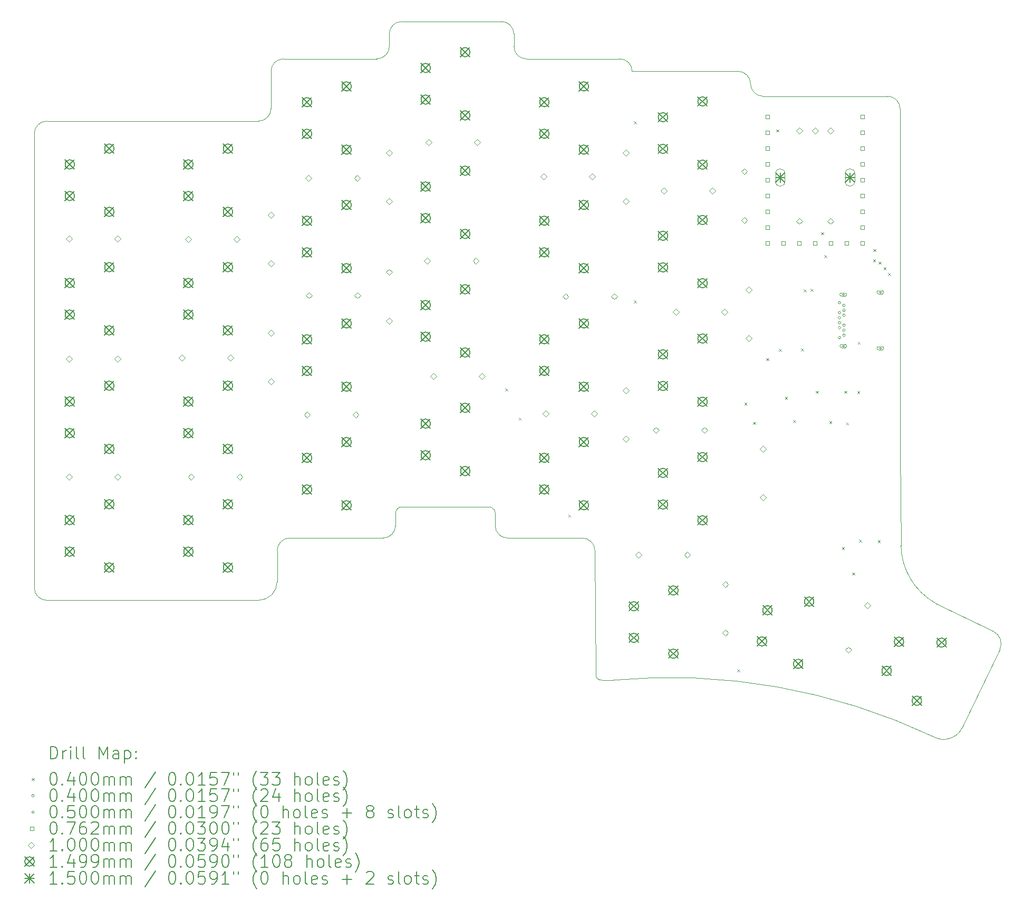
<source format=gbr>
%TF.GenerationSoftware,KiCad,Pcbnew,8.0.8*%
%TF.CreationDate,2025-01-28T12:55:14+10:00*%
%TF.ProjectId,wetsocks54k,77657473-6f63-46b7-9335-346b2e6b6963,2*%
%TF.SameCoordinates,Original*%
%TF.FileFunction,Drillmap*%
%TF.FilePolarity,Positive*%
%FSLAX45Y45*%
G04 Gerber Fmt 4.5, Leading zero omitted, Abs format (unit mm)*
G04 Created by KiCad (PCBNEW 8.0.8) date 2025-01-28 12:55:14*
%MOMM*%
%LPD*%
G01*
G04 APERTURE LIST*
%ADD10C,0.038100*%
%ADD11C,0.200000*%
%ADD12C,0.100000*%
%ADD13C,0.149860*%
%ADD14C,0.150000*%
G04 APERTURE END LIST*
D10*
X12445860Y-12636500D02*
X11245860Y-12636500D01*
X12662927Y-14836500D02*
X12645860Y-12836500D01*
X3645860Y-13436500D02*
X3645860Y-6136500D01*
X13045860Y-4936500D02*
G75*
G02*
X13245860Y-5136500I0J-200000D01*
G01*
X14945860Y-5136500D02*
G75*
G02*
X15145860Y-5336500I0J-200000D01*
G01*
X9445860Y-12236500D02*
G75*
G02*
X9545860Y-12136500I100000J0D01*
G01*
X17545860Y-5736500D02*
X17545860Y-11236500D01*
X3845860Y-13636500D02*
G75*
G02*
X3645860Y-13436500I0J200000D01*
G01*
X19041952Y-14134593D02*
G75*
G02*
X19148919Y-14430132I-96092J-201907D01*
G01*
X11045860Y-12436500D02*
X11045860Y-12236500D01*
X10945860Y-12136500D02*
G75*
G02*
X11045860Y-12236500I0J-100000D01*
G01*
X17545860Y-11236500D02*
X17561547Y-12758851D01*
X9445860Y-12236500D02*
X9445860Y-12436500D01*
X12759813Y-14918250D02*
X12944286Y-14919428D01*
X9345860Y-4736500D02*
X9345860Y-4536500D01*
X12759813Y-14918250D02*
G75*
G02*
X12662927Y-14836500I-13953J81751D01*
G01*
X7545860Y-12836500D02*
X7545860Y-13336500D01*
X3845860Y-5936500D02*
X7245860Y-5936500D01*
X9245860Y-12636500D02*
X7745860Y-12636500D01*
X13245860Y-5136500D02*
X14945860Y-5136500D01*
X7445860Y-5736500D02*
G75*
G02*
X7245860Y-5936500I-200000J0D01*
G01*
X11345860Y-4536500D02*
X11345860Y-4736500D01*
X11145860Y-4336500D02*
G75*
G02*
X11345860Y-4536500I0J-200000D01*
G01*
X18116017Y-13682810D02*
G75*
G02*
X17561546Y-12758851I529843J946310D01*
G01*
X11545860Y-4936500D02*
X13045860Y-4936500D01*
X18548991Y-15678928D02*
X19148919Y-14430132D01*
X9545860Y-4336500D02*
X11145860Y-4336500D01*
X7545860Y-13336500D02*
G75*
G02*
X7245860Y-13636500I-300000J0D01*
G01*
X7445860Y-5136500D02*
G75*
G02*
X7645860Y-4936500I200000J0D01*
G01*
X3645860Y-6136500D02*
G75*
G02*
X3845860Y-5936500I200000J0D01*
G01*
X7445860Y-5736500D02*
X7445860Y-5136500D01*
X11545860Y-4936500D02*
G75*
G02*
X11345860Y-4736500I0J200000D01*
G01*
X9445860Y-12436500D02*
G75*
G02*
X9245860Y-12636500I-200000J0D01*
G01*
X15345860Y-5536500D02*
X17145860Y-5536500D01*
X11245860Y-12636500D02*
G75*
G02*
X11045860Y-12436500I0J200000D01*
G01*
X10945860Y-12136500D02*
X9545860Y-12136500D01*
X19041952Y-14134593D02*
X18116017Y-13682810D01*
X9345860Y-4736500D02*
G75*
G02*
X9145860Y-4936500I-200000J0D01*
G01*
X12944286Y-14919428D02*
G75*
G02*
X18078926Y-15826857I907619J-9845046D01*
G01*
X7645860Y-4936500D02*
X9145860Y-4936500D01*
X15345860Y-5536500D02*
G75*
G02*
X15145860Y-5336500I0J200000D01*
G01*
X7545860Y-12836500D02*
G75*
G02*
X7745860Y-12636500I200000J0D01*
G01*
X9345860Y-4536500D02*
G75*
G02*
X9545860Y-4336500I200000J0D01*
G01*
X17145860Y-5536500D02*
X17345860Y-5536500D01*
X12445860Y-12636500D02*
G75*
G02*
X12645860Y-12836500I0J-200000D01*
G01*
X7145860Y-13636500D02*
X3845860Y-13636500D01*
X17345860Y-5536500D02*
G75*
G02*
X17545860Y-5736500I0J-200000D01*
G01*
X7145860Y-13636500D02*
X7245860Y-13636500D01*
X18548991Y-15678928D02*
G75*
G02*
X18078926Y-15826857I-303131J142428D01*
G01*
D11*
D12*
X11207860Y-10231500D02*
X11247860Y-10271500D01*
X11247860Y-10231500D02*
X11207860Y-10271500D01*
X11421860Y-10702500D02*
X11461860Y-10742500D01*
X11461860Y-10702500D02*
X11421860Y-10742500D01*
X12218860Y-12259500D02*
X12258860Y-12299500D01*
X12258860Y-12259500D02*
X12218860Y-12299500D01*
X13272860Y-8818500D02*
X13312860Y-8858500D01*
X13312860Y-8818500D02*
X13272860Y-8858500D01*
X13275860Y-5940500D02*
X13315860Y-5980500D01*
X13315860Y-5940500D02*
X13275860Y-5980500D01*
X14931860Y-14742500D02*
X14971860Y-14782500D01*
X14971860Y-14742500D02*
X14931860Y-14782500D01*
X15045860Y-10461500D02*
X15085860Y-10501500D01*
X15085860Y-10461500D02*
X15045860Y-10501500D01*
X15188860Y-10768500D02*
X15228860Y-10808500D01*
X15228860Y-10768500D02*
X15188860Y-10808500D01*
X15395860Y-9745500D02*
X15435860Y-9785500D01*
X15435860Y-9745500D02*
X15395860Y-9785500D01*
X15558860Y-6071500D02*
X15598860Y-6111500D01*
X15598860Y-6071500D02*
X15558860Y-6111500D01*
X15601860Y-9598500D02*
X15641860Y-9638500D01*
X15641860Y-9598500D02*
X15601860Y-9638500D01*
X15698860Y-10366500D02*
X15738860Y-10406500D01*
X15738860Y-10366500D02*
X15698860Y-10406500D01*
X15829860Y-10740300D02*
X15869860Y-10780300D01*
X15869860Y-10740300D02*
X15829860Y-10780300D01*
X15953860Y-9588500D02*
X15993860Y-9628500D01*
X15993860Y-9588500D02*
X15953860Y-9628500D01*
X16001860Y-8640500D02*
X16041860Y-8680500D01*
X16041860Y-8640500D02*
X16001860Y-8680500D01*
X16109860Y-8634500D02*
X16149860Y-8674500D01*
X16149860Y-8634500D02*
X16109860Y-8674500D01*
X16196860Y-10269500D02*
X16236860Y-10309500D01*
X16236860Y-10269500D02*
X16196860Y-10309500D01*
X16279860Y-7721500D02*
X16319860Y-7761500D01*
X16319860Y-7721500D02*
X16279860Y-7761500D01*
X16327860Y-8088500D02*
X16367860Y-8128500D01*
X16367860Y-8088500D02*
X16327860Y-8128500D01*
X16408860Y-10757500D02*
X16448860Y-10797500D01*
X16448860Y-10757500D02*
X16408860Y-10797500D01*
X16612860Y-12777500D02*
X16652860Y-12817500D01*
X16652860Y-12777500D02*
X16612860Y-12817500D01*
X16652860Y-10269500D02*
X16692860Y-10309500D01*
X16692860Y-10269500D02*
X16652860Y-10309500D01*
X16679860Y-10778500D02*
X16719860Y-10818500D01*
X16719860Y-10778500D02*
X16679860Y-10818500D01*
X16779860Y-13190500D02*
X16819860Y-13230500D01*
X16819860Y-13190500D02*
X16779860Y-13230500D01*
X16857860Y-10271500D02*
X16897860Y-10311500D01*
X16897860Y-10271500D02*
X16857860Y-10311500D01*
X16865860Y-9482500D02*
X16905860Y-9522500D01*
X16905860Y-9482500D02*
X16865860Y-9522500D01*
X16888860Y-12664500D02*
X16928860Y-12704500D01*
X16928860Y-12664500D02*
X16888860Y-12704500D01*
X17112479Y-8154886D02*
X17152479Y-8194886D01*
X17152479Y-8154886D02*
X17112479Y-8194886D01*
X17113860Y-7993500D02*
X17153860Y-8033500D01*
X17153860Y-7993500D02*
X17113860Y-8033500D01*
X17187860Y-12670500D02*
X17227860Y-12710500D01*
X17227860Y-12670500D02*
X17187860Y-12710500D01*
X17203860Y-8195500D02*
X17243860Y-8235500D01*
X17243860Y-8195500D02*
X17203860Y-8235500D01*
X17281860Y-8281500D02*
X17321860Y-8321500D01*
X17321860Y-8281500D02*
X17281860Y-8321500D01*
X17352660Y-8375500D02*
X17392660Y-8415500D01*
X17392660Y-8375500D02*
X17352660Y-8415500D01*
X16594860Y-8856500D02*
G75*
G02*
X16554860Y-8856500I-20000J0D01*
G01*
X16554860Y-8856500D02*
G75*
G02*
X16594860Y-8856500I20000J0D01*
G01*
X16594860Y-8856500D02*
G75*
G02*
X16554860Y-8856500I-20000J0D01*
G01*
X16554860Y-8856500D02*
G75*
G02*
X16594860Y-8856500I20000J0D01*
G01*
X16594860Y-9016500D02*
G75*
G02*
X16554860Y-9016500I-20000J0D01*
G01*
X16554860Y-9016500D02*
G75*
G02*
X16594860Y-9016500I20000J0D01*
G01*
X16594860Y-9016500D02*
G75*
G02*
X16554860Y-9016500I-20000J0D01*
G01*
X16554860Y-9016500D02*
G75*
G02*
X16594860Y-9016500I20000J0D01*
G01*
X16594860Y-9096500D02*
G75*
G02*
X16554860Y-9096500I-20000J0D01*
G01*
X16554860Y-9096500D02*
G75*
G02*
X16594860Y-9096500I20000J0D01*
G01*
X16594860Y-9096500D02*
G75*
G02*
X16554860Y-9096500I-20000J0D01*
G01*
X16554860Y-9096500D02*
G75*
G02*
X16594860Y-9096500I20000J0D01*
G01*
X16594860Y-9176500D02*
G75*
G02*
X16554860Y-9176500I-20000J0D01*
G01*
X16554860Y-9176500D02*
G75*
G02*
X16594860Y-9176500I20000J0D01*
G01*
X16594860Y-9176500D02*
G75*
G02*
X16554860Y-9176500I-20000J0D01*
G01*
X16554860Y-9176500D02*
G75*
G02*
X16594860Y-9176500I20000J0D01*
G01*
X16594860Y-9256500D02*
G75*
G02*
X16554860Y-9256500I-20000J0D01*
G01*
X16554860Y-9256500D02*
G75*
G02*
X16594860Y-9256500I20000J0D01*
G01*
X16594860Y-9256500D02*
G75*
G02*
X16554860Y-9256500I-20000J0D01*
G01*
X16554860Y-9256500D02*
G75*
G02*
X16594860Y-9256500I20000J0D01*
G01*
X16594860Y-9416500D02*
G75*
G02*
X16554860Y-9416500I-20000J0D01*
G01*
X16554860Y-9416500D02*
G75*
G02*
X16594860Y-9416500I20000J0D01*
G01*
X16594860Y-9416500D02*
G75*
G02*
X16554860Y-9416500I-20000J0D01*
G01*
X16554860Y-9416500D02*
G75*
G02*
X16594860Y-9416500I20000J0D01*
G01*
X16664860Y-8896500D02*
G75*
G02*
X16624860Y-8896500I-20000J0D01*
G01*
X16624860Y-8896500D02*
G75*
G02*
X16664860Y-8896500I20000J0D01*
G01*
X16664860Y-8896500D02*
G75*
G02*
X16624860Y-8896500I-20000J0D01*
G01*
X16624860Y-8896500D02*
G75*
G02*
X16664860Y-8896500I20000J0D01*
G01*
X16664860Y-8976500D02*
G75*
G02*
X16624860Y-8976500I-20000J0D01*
G01*
X16624860Y-8976500D02*
G75*
G02*
X16664860Y-8976500I20000J0D01*
G01*
X16664860Y-8976500D02*
G75*
G02*
X16624860Y-8976500I-20000J0D01*
G01*
X16624860Y-8976500D02*
G75*
G02*
X16664860Y-8976500I20000J0D01*
G01*
X16664860Y-9056500D02*
G75*
G02*
X16624860Y-9056500I-20000J0D01*
G01*
X16624860Y-9056500D02*
G75*
G02*
X16664860Y-9056500I20000J0D01*
G01*
X16664860Y-9056500D02*
G75*
G02*
X16624860Y-9056500I-20000J0D01*
G01*
X16624860Y-9056500D02*
G75*
G02*
X16664860Y-9056500I20000J0D01*
G01*
X16664860Y-9216500D02*
G75*
G02*
X16624860Y-9216500I-20000J0D01*
G01*
X16624860Y-9216500D02*
G75*
G02*
X16664860Y-9216500I20000J0D01*
G01*
X16664860Y-9216500D02*
G75*
G02*
X16624860Y-9216500I-20000J0D01*
G01*
X16624860Y-9216500D02*
G75*
G02*
X16664860Y-9216500I20000J0D01*
G01*
X16664860Y-9296500D02*
G75*
G02*
X16624860Y-9296500I-20000J0D01*
G01*
X16624860Y-9296500D02*
G75*
G02*
X16664860Y-9296500I20000J0D01*
G01*
X16664860Y-9296500D02*
G75*
G02*
X16624860Y-9296500I-20000J0D01*
G01*
X16624860Y-9296500D02*
G75*
G02*
X16664860Y-9296500I20000J0D01*
G01*
X16664860Y-9376500D02*
G75*
G02*
X16624860Y-9376500I-20000J0D01*
G01*
X16624860Y-9376500D02*
G75*
G02*
X16664860Y-9376500I20000J0D01*
G01*
X16664860Y-9376500D02*
G75*
G02*
X16624860Y-9376500I-20000J0D01*
G01*
X16624860Y-9376500D02*
G75*
G02*
X16664860Y-9376500I20000J0D01*
G01*
X16634860Y-8698500D02*
X16634860Y-8748500D01*
X16609860Y-8723500D02*
X16659860Y-8723500D01*
X16664860Y-8698500D02*
X16604860Y-8698500D01*
X16604860Y-8748500D02*
G75*
G02*
X16604860Y-8698500I0J25000D01*
G01*
X16604860Y-8748500D02*
X16664860Y-8748500D01*
X16664860Y-8748500D02*
G75*
G03*
X16664860Y-8698500I0J25000D01*
G01*
X16634860Y-8698500D02*
X16634860Y-8748500D01*
X16609860Y-8723500D02*
X16659860Y-8723500D01*
X16604860Y-8748500D02*
X16664860Y-8748500D01*
X16664860Y-8698500D02*
G75*
G02*
X16664860Y-8748500I0J-25000D01*
G01*
X16664860Y-8698500D02*
X16604860Y-8698500D01*
X16604860Y-8698500D02*
G75*
G03*
X16604860Y-8748500I0J-25000D01*
G01*
X16634860Y-9524500D02*
X16634860Y-9574500D01*
X16609860Y-9549500D02*
X16659860Y-9549500D01*
X16604860Y-9574500D02*
X16664860Y-9574500D01*
X16664860Y-9524500D02*
G75*
G02*
X16664860Y-9574500I0J-25000D01*
G01*
X16664860Y-9524500D02*
X16604860Y-9524500D01*
X16604860Y-9524500D02*
G75*
G03*
X16604860Y-9574500I0J-25000D01*
G01*
X16634860Y-9524500D02*
X16634860Y-9574500D01*
X16609860Y-9549500D02*
X16659860Y-9549500D01*
X16664860Y-9524500D02*
X16604860Y-9524500D01*
X16604860Y-9574500D02*
G75*
G02*
X16604860Y-9524500I0J25000D01*
G01*
X16604860Y-9574500D02*
X16664860Y-9574500D01*
X16664860Y-9574500D02*
G75*
G03*
X16664860Y-9524500I0J25000D01*
G01*
X17229860Y-8662500D02*
X17229860Y-8712500D01*
X17204860Y-8687500D02*
X17254860Y-8687500D01*
X17259860Y-8662500D02*
X17199860Y-8662500D01*
X17199860Y-8712500D02*
G75*
G02*
X17199860Y-8662500I0J25000D01*
G01*
X17199860Y-8712500D02*
X17259860Y-8712500D01*
X17259860Y-8712500D02*
G75*
G03*
X17259860Y-8662500I0J25000D01*
G01*
X17229860Y-8662500D02*
X17229860Y-8712500D01*
X17204860Y-8687500D02*
X17254860Y-8687500D01*
X17199860Y-8712500D02*
X17259860Y-8712500D01*
X17259860Y-8662500D02*
G75*
G02*
X17259860Y-8712500I0J-25000D01*
G01*
X17259860Y-8662500D02*
X17199860Y-8662500D01*
X17199860Y-8662500D02*
G75*
G03*
X17199860Y-8712500I0J-25000D01*
G01*
X17229860Y-9560500D02*
X17229860Y-9610500D01*
X17204860Y-9585500D02*
X17254860Y-9585500D01*
X17259860Y-9560500D02*
X17199860Y-9560500D01*
X17199860Y-9610500D02*
G75*
G02*
X17199860Y-9560500I0J25000D01*
G01*
X17199860Y-9610500D02*
X17259860Y-9610500D01*
X17259860Y-9610500D02*
G75*
G03*
X17259860Y-9560500I0J25000D01*
G01*
X17229860Y-9560500D02*
X17229860Y-9610500D01*
X17204860Y-9585500D02*
X17254860Y-9585500D01*
X17199860Y-9610500D02*
X17259860Y-9610500D01*
X17259860Y-9560500D02*
G75*
G02*
X17259860Y-9610500I0J-25000D01*
G01*
X17259860Y-9560500D02*
X17199860Y-9560500D01*
X17199860Y-9560500D02*
G75*
G03*
X17199860Y-9610500I0J-25000D01*
G01*
X15445741Y-5893821D02*
X15445741Y-5839939D01*
X15391859Y-5839939D01*
X15391859Y-5893821D01*
X15445741Y-5893821D01*
X15445741Y-6147821D02*
X15445741Y-6093939D01*
X15391859Y-6093939D01*
X15391859Y-6147821D01*
X15445741Y-6147821D01*
X15445741Y-6401821D02*
X15445741Y-6347939D01*
X15391859Y-6347939D01*
X15391859Y-6401821D01*
X15445741Y-6401821D01*
X15445741Y-6655821D02*
X15445741Y-6601939D01*
X15391859Y-6601939D01*
X15391859Y-6655821D01*
X15445741Y-6655821D01*
X15445741Y-6909821D02*
X15445741Y-6855939D01*
X15391859Y-6855939D01*
X15391859Y-6909821D01*
X15445741Y-6909821D01*
X15445741Y-7163821D02*
X15445741Y-7109939D01*
X15391859Y-7109939D01*
X15391859Y-7163821D01*
X15445741Y-7163821D01*
X15445741Y-7417821D02*
X15445741Y-7363939D01*
X15391859Y-7363939D01*
X15391859Y-7417821D01*
X15445741Y-7417821D01*
X15445741Y-7671821D02*
X15445741Y-7617939D01*
X15391859Y-7617939D01*
X15391859Y-7671821D01*
X15445741Y-7671821D01*
X15445741Y-7925821D02*
X15445741Y-7871939D01*
X15391859Y-7871939D01*
X15391859Y-7925821D01*
X15445741Y-7925821D01*
X15699741Y-7925821D02*
X15699741Y-7871939D01*
X15645859Y-7871939D01*
X15645859Y-7925821D01*
X15699741Y-7925821D01*
X15953741Y-7925821D02*
X15953741Y-7871939D01*
X15899859Y-7871939D01*
X15899859Y-7925821D01*
X15953741Y-7925821D01*
X16207741Y-7925821D02*
X16207741Y-7871939D01*
X16153859Y-7871939D01*
X16153859Y-7925821D01*
X16207741Y-7925821D01*
X16461741Y-7925821D02*
X16461741Y-7871939D01*
X16407859Y-7871939D01*
X16407859Y-7925821D01*
X16461741Y-7925821D01*
X16715741Y-7925821D02*
X16715741Y-7871939D01*
X16661859Y-7871939D01*
X16661859Y-7925821D01*
X16715741Y-7925821D01*
X16969741Y-5893821D02*
X16969741Y-5839939D01*
X16915859Y-5839939D01*
X16915859Y-5893821D01*
X16969741Y-5893821D01*
X16969741Y-6147821D02*
X16969741Y-6093939D01*
X16915859Y-6093939D01*
X16915859Y-6147821D01*
X16969741Y-6147821D01*
X16969741Y-6401821D02*
X16969741Y-6347939D01*
X16915859Y-6347939D01*
X16915859Y-6401821D01*
X16969741Y-6401821D01*
X16969741Y-6655821D02*
X16969741Y-6601939D01*
X16915859Y-6601939D01*
X16915859Y-6655821D01*
X16969741Y-6655821D01*
X16969741Y-6909821D02*
X16969741Y-6855939D01*
X16915859Y-6855939D01*
X16915859Y-6909821D01*
X16969741Y-6909821D01*
X16969741Y-7163821D02*
X16969741Y-7109939D01*
X16915859Y-7109939D01*
X16915859Y-7163821D01*
X16969741Y-7163821D01*
X16969741Y-7417821D02*
X16969741Y-7363939D01*
X16915859Y-7363939D01*
X16915859Y-7417821D01*
X16969741Y-7417821D01*
X16969741Y-7671821D02*
X16969741Y-7617939D01*
X16915859Y-7617939D01*
X16915859Y-7671821D01*
X16969741Y-7671821D01*
X16969741Y-7925821D02*
X16969741Y-7871939D01*
X16915859Y-7871939D01*
X16915859Y-7925821D01*
X16969741Y-7925821D01*
X4200860Y-7878500D02*
X4250860Y-7828500D01*
X4200860Y-7778500D01*
X4150860Y-7828500D01*
X4200860Y-7878500D01*
X4200860Y-9803500D02*
X4250860Y-9753500D01*
X4200860Y-9703500D01*
X4150860Y-9753500D01*
X4200860Y-9803500D01*
X4200860Y-11703500D02*
X4250860Y-11653500D01*
X4200860Y-11603500D01*
X4150860Y-11653500D01*
X4200860Y-11703500D01*
X4980860Y-7878500D02*
X5030860Y-7828500D01*
X4980860Y-7778500D01*
X4930860Y-7828500D01*
X4980860Y-7878500D01*
X4980860Y-9803500D02*
X5030860Y-9753500D01*
X4980860Y-9703500D01*
X4930860Y-9753500D01*
X4980860Y-9803500D01*
X4980860Y-11703500D02*
X5030860Y-11653500D01*
X4980860Y-11603500D01*
X4930860Y-11653500D01*
X4980860Y-11703500D01*
X6015860Y-9786500D02*
X6065860Y-9736500D01*
X6015860Y-9686500D01*
X5965860Y-9736500D01*
X6015860Y-9786500D01*
X6115860Y-7886500D02*
X6165860Y-7836500D01*
X6115860Y-7786500D01*
X6065860Y-7836500D01*
X6115860Y-7886500D01*
X6163326Y-11703500D02*
X6213326Y-11653500D01*
X6163326Y-11603500D01*
X6113326Y-11653500D01*
X6163326Y-11703500D01*
X6795860Y-9786500D02*
X6845860Y-9736500D01*
X6795860Y-9686500D01*
X6745860Y-9736500D01*
X6795860Y-9786500D01*
X6895860Y-7886500D02*
X6945860Y-7836500D01*
X6895860Y-7786500D01*
X6845860Y-7836500D01*
X6895860Y-7886500D01*
X6943326Y-11703500D02*
X6993326Y-11653500D01*
X6943326Y-11603500D01*
X6893326Y-11653500D01*
X6943326Y-11703500D01*
X7445860Y-7496500D02*
X7495860Y-7446500D01*
X7445860Y-7396500D01*
X7395860Y-7446500D01*
X7445860Y-7496500D01*
X7445860Y-8276500D02*
X7495860Y-8226500D01*
X7445860Y-8176500D01*
X7395860Y-8226500D01*
X7445860Y-8276500D01*
X7445860Y-9388500D02*
X7495860Y-9338500D01*
X7445860Y-9288500D01*
X7395860Y-9338500D01*
X7445860Y-9388500D01*
X7445860Y-10168500D02*
X7495860Y-10118500D01*
X7445860Y-10068500D01*
X7395860Y-10118500D01*
X7445860Y-10168500D01*
X8025860Y-10703500D02*
X8075860Y-10653500D01*
X8025860Y-10603500D01*
X7975860Y-10653500D01*
X8025860Y-10703500D01*
X8050860Y-6903500D02*
X8100860Y-6853500D01*
X8050860Y-6803500D01*
X8000860Y-6853500D01*
X8050860Y-6903500D01*
X8055860Y-8786500D02*
X8105860Y-8736500D01*
X8055860Y-8686500D01*
X8005860Y-8736500D01*
X8055860Y-8786500D01*
X8805860Y-10703500D02*
X8855860Y-10653500D01*
X8805860Y-10603500D01*
X8755860Y-10653500D01*
X8805860Y-10703500D01*
X8830860Y-6903500D02*
X8880860Y-6853500D01*
X8830860Y-6803500D01*
X8780860Y-6853500D01*
X8830860Y-6903500D01*
X8835860Y-8786500D02*
X8885860Y-8736500D01*
X8835860Y-8686500D01*
X8785860Y-8736500D01*
X8835860Y-8786500D01*
X9345860Y-6496500D02*
X9395860Y-6446500D01*
X9345860Y-6396500D01*
X9295860Y-6446500D01*
X9345860Y-6496500D01*
X9345860Y-7276500D02*
X9395860Y-7226500D01*
X9345860Y-7176500D01*
X9295860Y-7226500D01*
X9345860Y-7276500D01*
X9345860Y-8413500D02*
X9395860Y-8363500D01*
X9345860Y-8313500D01*
X9295860Y-8363500D01*
X9345860Y-8413500D01*
X9345860Y-9193500D02*
X9395860Y-9143500D01*
X9345860Y-9093500D01*
X9295860Y-9143500D01*
X9345860Y-9193500D01*
X9955860Y-8228500D02*
X10005860Y-8178500D01*
X9955860Y-8128500D01*
X9905860Y-8178500D01*
X9955860Y-8228500D01*
X9975860Y-6328500D02*
X10025860Y-6278500D01*
X9975860Y-6228500D01*
X9925860Y-6278500D01*
X9975860Y-6328500D01*
X10055860Y-10086500D02*
X10105860Y-10036500D01*
X10055860Y-9986500D01*
X10005860Y-10036500D01*
X10055860Y-10086500D01*
X10735860Y-8228500D02*
X10785860Y-8178500D01*
X10735860Y-8128500D01*
X10685860Y-8178500D01*
X10735860Y-8228500D01*
X10755860Y-6328500D02*
X10805860Y-6278500D01*
X10755860Y-6228500D01*
X10705860Y-6278500D01*
X10755860Y-6328500D01*
X10835860Y-10086500D02*
X10885860Y-10036500D01*
X10835860Y-9986500D01*
X10785860Y-10036500D01*
X10835860Y-10086500D01*
X11825860Y-6878500D02*
X11875860Y-6828500D01*
X11825860Y-6778500D01*
X11775860Y-6828500D01*
X11825860Y-6878500D01*
X11855860Y-10686500D02*
X11905860Y-10636500D01*
X11855860Y-10586500D01*
X11805860Y-10636500D01*
X11855860Y-10686500D01*
X12175860Y-8803500D02*
X12225860Y-8753500D01*
X12175860Y-8703500D01*
X12125860Y-8753500D01*
X12175860Y-8803500D01*
X12605860Y-6878500D02*
X12655860Y-6828500D01*
X12605860Y-6778500D01*
X12555860Y-6828500D01*
X12605860Y-6878500D01*
X12635860Y-10686500D02*
X12685860Y-10636500D01*
X12635860Y-10586500D01*
X12585860Y-10636500D01*
X12635860Y-10686500D01*
X12955860Y-8803500D02*
X13005860Y-8753500D01*
X12955860Y-8703500D01*
X12905860Y-8753500D01*
X12955860Y-8803500D01*
X13145860Y-6496500D02*
X13195860Y-6446500D01*
X13145860Y-6396500D01*
X13095860Y-6446500D01*
X13145860Y-6496500D01*
X13145860Y-7276500D02*
X13195860Y-7226500D01*
X13145860Y-7176500D01*
X13095860Y-7226500D01*
X13145860Y-7276500D01*
X13145860Y-10313500D02*
X13195860Y-10263500D01*
X13145860Y-10213500D01*
X13095860Y-10263500D01*
X13145860Y-10313500D01*
X13145860Y-11093500D02*
X13195860Y-11043500D01*
X13145860Y-10993500D01*
X13095860Y-11043500D01*
X13145860Y-11093500D01*
X13350860Y-12953500D02*
X13400860Y-12903500D01*
X13350860Y-12853500D01*
X13300860Y-12903500D01*
X13350860Y-12953500D01*
X13625860Y-10953500D02*
X13675860Y-10903500D01*
X13625860Y-10853500D01*
X13575860Y-10903500D01*
X13625860Y-10953500D01*
X13755860Y-7103500D02*
X13805860Y-7053500D01*
X13755860Y-7003500D01*
X13705860Y-7053500D01*
X13755860Y-7103500D01*
X13950860Y-9053500D02*
X14000860Y-9003500D01*
X13950860Y-8953500D01*
X13900860Y-9003500D01*
X13950860Y-9053500D01*
X14130860Y-12953500D02*
X14180860Y-12903500D01*
X14130860Y-12853500D01*
X14080860Y-12903500D01*
X14130860Y-12953500D01*
X14405860Y-10953500D02*
X14455860Y-10903500D01*
X14405860Y-10853500D01*
X14355860Y-10903500D01*
X14405860Y-10953500D01*
X14535860Y-7103500D02*
X14585860Y-7053500D01*
X14535860Y-7003500D01*
X14485860Y-7053500D01*
X14535860Y-7103500D01*
X14730860Y-9053500D02*
X14780860Y-9003500D01*
X14730860Y-8953500D01*
X14680860Y-9003500D01*
X14730860Y-9053500D01*
X14740860Y-13428500D02*
X14790860Y-13378500D01*
X14740860Y-13328500D01*
X14690860Y-13378500D01*
X14740860Y-13428500D01*
X14740860Y-14208500D02*
X14790860Y-14158500D01*
X14740860Y-14108500D01*
X14690860Y-14158500D01*
X14740860Y-14208500D01*
X15045860Y-6796500D02*
X15095860Y-6746500D01*
X15045860Y-6696500D01*
X14995860Y-6746500D01*
X15045860Y-6796500D01*
X15045860Y-7576500D02*
X15095860Y-7526500D01*
X15045860Y-7476500D01*
X14995860Y-7526500D01*
X15045860Y-7576500D01*
X15115860Y-8696500D02*
X15165860Y-8646500D01*
X15115860Y-8596500D01*
X15065860Y-8646500D01*
X15115860Y-8696500D01*
X15115860Y-9476500D02*
X15165860Y-9426500D01*
X15115860Y-9376500D01*
X15065860Y-9426500D01*
X15115860Y-9476500D01*
X15345860Y-11256500D02*
X15395860Y-11206500D01*
X15345860Y-11156500D01*
X15295860Y-11206500D01*
X15345860Y-11256500D01*
X15345860Y-12036500D02*
X15395860Y-11986500D01*
X15345860Y-11936500D01*
X15295860Y-11986500D01*
X15345860Y-12036500D01*
X15932260Y-6142940D02*
X15982260Y-6092940D01*
X15932260Y-6042940D01*
X15882260Y-6092940D01*
X15932260Y-6142940D01*
X15932260Y-7592940D02*
X15982260Y-7542940D01*
X15932260Y-7492940D01*
X15882260Y-7542940D01*
X15932260Y-7592940D01*
X16182260Y-6142940D02*
X16232260Y-6092940D01*
X16182260Y-6042940D01*
X16132260Y-6092940D01*
X16182260Y-6142940D01*
X16432260Y-6142940D02*
X16482260Y-6092940D01*
X16432260Y-6042940D01*
X16382260Y-6092940D01*
X16432260Y-6142940D01*
X16432260Y-7592940D02*
X16482260Y-7542940D01*
X16432260Y-7492940D01*
X16382260Y-7542940D01*
X16432260Y-7592940D01*
X16718177Y-14483626D02*
X16768177Y-14433626D01*
X16718177Y-14383626D01*
X16668177Y-14433626D01*
X16718177Y-14483626D01*
X17022948Y-13765632D02*
X17072948Y-13715632D01*
X17022948Y-13665632D01*
X16972948Y-13715632D01*
X17022948Y-13765632D01*
D13*
X4139930Y-6557570D02*
X4289790Y-6707430D01*
X4289790Y-6557570D02*
X4139930Y-6707430D01*
X4289790Y-6632500D02*
G75*
G02*
X4139930Y-6632500I-74930J0D01*
G01*
X4139930Y-6632500D02*
G75*
G02*
X4289790Y-6632500I74930J0D01*
G01*
X4139930Y-7065570D02*
X4289790Y-7215430D01*
X4289790Y-7065570D02*
X4139930Y-7215430D01*
X4289790Y-7140500D02*
G75*
G02*
X4139930Y-7140500I-74930J0D01*
G01*
X4139930Y-7140500D02*
G75*
G02*
X4289790Y-7140500I74930J0D01*
G01*
X4139930Y-8462570D02*
X4289790Y-8612430D01*
X4289790Y-8462570D02*
X4139930Y-8612430D01*
X4289790Y-8537500D02*
G75*
G02*
X4139930Y-8537500I-74930J0D01*
G01*
X4139930Y-8537500D02*
G75*
G02*
X4289790Y-8537500I74930J0D01*
G01*
X4139930Y-8970570D02*
X4289790Y-9120430D01*
X4289790Y-8970570D02*
X4139930Y-9120430D01*
X4289790Y-9045500D02*
G75*
G02*
X4139930Y-9045500I-74930J0D01*
G01*
X4139930Y-9045500D02*
G75*
G02*
X4289790Y-9045500I74930J0D01*
G01*
X4139930Y-10367570D02*
X4289790Y-10517430D01*
X4289790Y-10367570D02*
X4139930Y-10517430D01*
X4289790Y-10442500D02*
G75*
G02*
X4139930Y-10442500I-74930J0D01*
G01*
X4139930Y-10442500D02*
G75*
G02*
X4289790Y-10442500I74930J0D01*
G01*
X4139930Y-10875570D02*
X4289790Y-11025430D01*
X4289790Y-10875570D02*
X4139930Y-11025430D01*
X4289790Y-10950500D02*
G75*
G02*
X4139930Y-10950500I-74930J0D01*
G01*
X4139930Y-10950500D02*
G75*
G02*
X4289790Y-10950500I74930J0D01*
G01*
X4139930Y-12272570D02*
X4289790Y-12422430D01*
X4289790Y-12272570D02*
X4139930Y-12422430D01*
X4289790Y-12347500D02*
G75*
G02*
X4139930Y-12347500I-74930J0D01*
G01*
X4139930Y-12347500D02*
G75*
G02*
X4289790Y-12347500I74930J0D01*
G01*
X4139930Y-12780570D02*
X4289790Y-12930430D01*
X4289790Y-12780570D02*
X4139930Y-12930430D01*
X4289790Y-12855500D02*
G75*
G02*
X4139930Y-12855500I-74930J0D01*
G01*
X4139930Y-12855500D02*
G75*
G02*
X4289790Y-12855500I74930J0D01*
G01*
X4774930Y-6303570D02*
X4924790Y-6453430D01*
X4924790Y-6303570D02*
X4774930Y-6453430D01*
X4924790Y-6378500D02*
G75*
G02*
X4774930Y-6378500I-74930J0D01*
G01*
X4774930Y-6378500D02*
G75*
G02*
X4924790Y-6378500I74930J0D01*
G01*
X4774930Y-7319570D02*
X4924790Y-7469430D01*
X4924790Y-7319570D02*
X4774930Y-7469430D01*
X4924790Y-7394500D02*
G75*
G02*
X4774930Y-7394500I-74930J0D01*
G01*
X4774930Y-7394500D02*
G75*
G02*
X4924790Y-7394500I74930J0D01*
G01*
X4774930Y-8208570D02*
X4924790Y-8358430D01*
X4924790Y-8208570D02*
X4774930Y-8358430D01*
X4924790Y-8283500D02*
G75*
G02*
X4774930Y-8283500I-74930J0D01*
G01*
X4774930Y-8283500D02*
G75*
G02*
X4924790Y-8283500I74930J0D01*
G01*
X4774930Y-9224570D02*
X4924790Y-9374430D01*
X4924790Y-9224570D02*
X4774930Y-9374430D01*
X4924790Y-9299500D02*
G75*
G02*
X4774930Y-9299500I-74930J0D01*
G01*
X4774930Y-9299500D02*
G75*
G02*
X4924790Y-9299500I74930J0D01*
G01*
X4774930Y-10113570D02*
X4924790Y-10263430D01*
X4924790Y-10113570D02*
X4774930Y-10263430D01*
X4924790Y-10188500D02*
G75*
G02*
X4774930Y-10188500I-74930J0D01*
G01*
X4774930Y-10188500D02*
G75*
G02*
X4924790Y-10188500I74930J0D01*
G01*
X4774930Y-11129570D02*
X4924790Y-11279430D01*
X4924790Y-11129570D02*
X4774930Y-11279430D01*
X4924790Y-11204500D02*
G75*
G02*
X4774930Y-11204500I-74930J0D01*
G01*
X4774930Y-11204500D02*
G75*
G02*
X4924790Y-11204500I74930J0D01*
G01*
X4774930Y-12018570D02*
X4924790Y-12168430D01*
X4924790Y-12018570D02*
X4774930Y-12168430D01*
X4924790Y-12093500D02*
G75*
G02*
X4774930Y-12093500I-74930J0D01*
G01*
X4774930Y-12093500D02*
G75*
G02*
X4924790Y-12093500I74930J0D01*
G01*
X4774930Y-13034570D02*
X4924790Y-13184430D01*
X4924790Y-13034570D02*
X4774930Y-13184430D01*
X4924790Y-13109500D02*
G75*
G02*
X4774930Y-13109500I-74930J0D01*
G01*
X4774930Y-13109500D02*
G75*
G02*
X4924790Y-13109500I74930J0D01*
G01*
X6044930Y-8462570D02*
X6194790Y-8612430D01*
X6194790Y-8462570D02*
X6044930Y-8612430D01*
X6194790Y-8537500D02*
G75*
G02*
X6044930Y-8537500I-74930J0D01*
G01*
X6044930Y-8537500D02*
G75*
G02*
X6194790Y-8537500I74930J0D01*
G01*
X6044930Y-8970570D02*
X6194790Y-9120430D01*
X6194790Y-8970570D02*
X6044930Y-9120430D01*
X6194790Y-9045500D02*
G75*
G02*
X6044930Y-9045500I-74930J0D01*
G01*
X6044930Y-9045500D02*
G75*
G02*
X6194790Y-9045500I74930J0D01*
G01*
X6044930Y-10367570D02*
X6194790Y-10517430D01*
X6194790Y-10367570D02*
X6044930Y-10517430D01*
X6194790Y-10442500D02*
G75*
G02*
X6044930Y-10442500I-74930J0D01*
G01*
X6044930Y-10442500D02*
G75*
G02*
X6194790Y-10442500I74930J0D01*
G01*
X6044930Y-10875570D02*
X6194790Y-11025430D01*
X6194790Y-10875570D02*
X6044930Y-11025430D01*
X6194790Y-10950500D02*
G75*
G02*
X6044930Y-10950500I-74930J0D01*
G01*
X6044930Y-10950500D02*
G75*
G02*
X6194790Y-10950500I74930J0D01*
G01*
X6044930Y-12272570D02*
X6194790Y-12422430D01*
X6194790Y-12272570D02*
X6044930Y-12422430D01*
X6194790Y-12347500D02*
G75*
G02*
X6044930Y-12347500I-74930J0D01*
G01*
X6044930Y-12347500D02*
G75*
G02*
X6194790Y-12347500I74930J0D01*
G01*
X6044930Y-12780570D02*
X6194790Y-12930430D01*
X6194790Y-12780570D02*
X6044930Y-12930430D01*
X6194790Y-12855500D02*
G75*
G02*
X6044930Y-12855500I-74930J0D01*
G01*
X6044930Y-12855500D02*
G75*
G02*
X6194790Y-12855500I74930J0D01*
G01*
X6044930Y-6557570D02*
X6194790Y-6707430D01*
X6194790Y-6557570D02*
X6044930Y-6707430D01*
X6194790Y-6632500D02*
G75*
G02*
X6044930Y-6632500I-74930J0D01*
G01*
X6044930Y-6632500D02*
G75*
G02*
X6194790Y-6632500I74930J0D01*
G01*
X6044930Y-7065570D02*
X6194790Y-7215430D01*
X6194790Y-7065570D02*
X6044930Y-7215430D01*
X6194790Y-7140500D02*
G75*
G02*
X6044930Y-7140500I-74930J0D01*
G01*
X6044930Y-7140500D02*
G75*
G02*
X6194790Y-7140500I74930J0D01*
G01*
X6679930Y-8208570D02*
X6829790Y-8358430D01*
X6829790Y-8208570D02*
X6679930Y-8358430D01*
X6829790Y-8283500D02*
G75*
G02*
X6679930Y-8283500I-74930J0D01*
G01*
X6679930Y-8283500D02*
G75*
G02*
X6829790Y-8283500I74930J0D01*
G01*
X6679930Y-9224570D02*
X6829790Y-9374430D01*
X6829790Y-9224570D02*
X6679930Y-9374430D01*
X6829790Y-9299500D02*
G75*
G02*
X6679930Y-9299500I-74930J0D01*
G01*
X6679930Y-9299500D02*
G75*
G02*
X6829790Y-9299500I74930J0D01*
G01*
X6679930Y-10113570D02*
X6829790Y-10263430D01*
X6829790Y-10113570D02*
X6679930Y-10263430D01*
X6829790Y-10188500D02*
G75*
G02*
X6679930Y-10188500I-74930J0D01*
G01*
X6679930Y-10188500D02*
G75*
G02*
X6829790Y-10188500I74930J0D01*
G01*
X6679930Y-11129570D02*
X6829790Y-11279430D01*
X6829790Y-11129570D02*
X6679930Y-11279430D01*
X6829790Y-11204500D02*
G75*
G02*
X6679930Y-11204500I-74930J0D01*
G01*
X6679930Y-11204500D02*
G75*
G02*
X6829790Y-11204500I74930J0D01*
G01*
X6679930Y-12018570D02*
X6829790Y-12168430D01*
X6829790Y-12018570D02*
X6679930Y-12168430D01*
X6829790Y-12093500D02*
G75*
G02*
X6679930Y-12093500I-74930J0D01*
G01*
X6679930Y-12093500D02*
G75*
G02*
X6829790Y-12093500I74930J0D01*
G01*
X6679930Y-13034570D02*
X6829790Y-13184430D01*
X6829790Y-13034570D02*
X6679930Y-13184430D01*
X6829790Y-13109500D02*
G75*
G02*
X6679930Y-13109500I-74930J0D01*
G01*
X6679930Y-13109500D02*
G75*
G02*
X6829790Y-13109500I74930J0D01*
G01*
X6679930Y-6303570D02*
X6829790Y-6453430D01*
X6829790Y-6303570D02*
X6679930Y-6453430D01*
X6829790Y-6378500D02*
G75*
G02*
X6679930Y-6378500I-74930J0D01*
G01*
X6679930Y-6378500D02*
G75*
G02*
X6829790Y-6378500I74930J0D01*
G01*
X6679930Y-7319570D02*
X6829790Y-7469430D01*
X6829790Y-7319570D02*
X6679930Y-7469430D01*
X6829790Y-7394500D02*
G75*
G02*
X6679930Y-7394500I-74930J0D01*
G01*
X6679930Y-7394500D02*
G75*
G02*
X6829790Y-7394500I74930J0D01*
G01*
X7949930Y-5557570D02*
X8099790Y-5707430D01*
X8099790Y-5557570D02*
X7949930Y-5707430D01*
X8099790Y-5632500D02*
G75*
G02*
X7949930Y-5632500I-74930J0D01*
G01*
X7949930Y-5632500D02*
G75*
G02*
X8099790Y-5632500I74930J0D01*
G01*
X7949930Y-6065570D02*
X8099790Y-6215430D01*
X8099790Y-6065570D02*
X7949930Y-6215430D01*
X8099790Y-6140500D02*
G75*
G02*
X7949930Y-6140500I-74930J0D01*
G01*
X7949930Y-6140500D02*
G75*
G02*
X8099790Y-6140500I74930J0D01*
G01*
X7949930Y-7462570D02*
X8099790Y-7612430D01*
X8099790Y-7462570D02*
X7949930Y-7612430D01*
X8099790Y-7537500D02*
G75*
G02*
X7949930Y-7537500I-74930J0D01*
G01*
X7949930Y-7537500D02*
G75*
G02*
X8099790Y-7537500I74930J0D01*
G01*
X7949930Y-7970570D02*
X8099790Y-8120430D01*
X8099790Y-7970570D02*
X7949930Y-8120430D01*
X8099790Y-8045500D02*
G75*
G02*
X7949930Y-8045500I-74930J0D01*
G01*
X7949930Y-8045500D02*
G75*
G02*
X8099790Y-8045500I74930J0D01*
G01*
X7949930Y-9367570D02*
X8099790Y-9517430D01*
X8099790Y-9367570D02*
X7949930Y-9517430D01*
X8099790Y-9442500D02*
G75*
G02*
X7949930Y-9442500I-74930J0D01*
G01*
X7949930Y-9442500D02*
G75*
G02*
X8099790Y-9442500I74930J0D01*
G01*
X7949930Y-9875570D02*
X8099790Y-10025430D01*
X8099790Y-9875570D02*
X7949930Y-10025430D01*
X8099790Y-9950500D02*
G75*
G02*
X7949930Y-9950500I-74930J0D01*
G01*
X7949930Y-9950500D02*
G75*
G02*
X8099790Y-9950500I74930J0D01*
G01*
X7949930Y-11272570D02*
X8099790Y-11422430D01*
X8099790Y-11272570D02*
X7949930Y-11422430D01*
X8099790Y-11347500D02*
G75*
G02*
X7949930Y-11347500I-74930J0D01*
G01*
X7949930Y-11347500D02*
G75*
G02*
X8099790Y-11347500I74930J0D01*
G01*
X7949930Y-11780570D02*
X8099790Y-11930430D01*
X8099790Y-11780570D02*
X7949930Y-11930430D01*
X8099790Y-11855500D02*
G75*
G02*
X7949930Y-11855500I-74930J0D01*
G01*
X7949930Y-11855500D02*
G75*
G02*
X8099790Y-11855500I74930J0D01*
G01*
X8584930Y-11018570D02*
X8734790Y-11168430D01*
X8734790Y-11018570D02*
X8584930Y-11168430D01*
X8734790Y-11093500D02*
G75*
G02*
X8584930Y-11093500I-74930J0D01*
G01*
X8584930Y-11093500D02*
G75*
G02*
X8734790Y-11093500I74930J0D01*
G01*
X8584930Y-5303570D02*
X8734790Y-5453430D01*
X8734790Y-5303570D02*
X8584930Y-5453430D01*
X8734790Y-5378500D02*
G75*
G02*
X8584930Y-5378500I-74930J0D01*
G01*
X8584930Y-5378500D02*
G75*
G02*
X8734790Y-5378500I74930J0D01*
G01*
X8584930Y-6319570D02*
X8734790Y-6469430D01*
X8734790Y-6319570D02*
X8584930Y-6469430D01*
X8734790Y-6394500D02*
G75*
G02*
X8584930Y-6394500I-74930J0D01*
G01*
X8584930Y-6394500D02*
G75*
G02*
X8734790Y-6394500I74930J0D01*
G01*
X8584930Y-7208570D02*
X8734790Y-7358430D01*
X8734790Y-7208570D02*
X8584930Y-7358430D01*
X8734790Y-7283500D02*
G75*
G02*
X8584930Y-7283500I-74930J0D01*
G01*
X8584930Y-7283500D02*
G75*
G02*
X8734790Y-7283500I74930J0D01*
G01*
X8584930Y-8224570D02*
X8734790Y-8374430D01*
X8734790Y-8224570D02*
X8584930Y-8374430D01*
X8734790Y-8299500D02*
G75*
G02*
X8584930Y-8299500I-74930J0D01*
G01*
X8584930Y-8299500D02*
G75*
G02*
X8734790Y-8299500I74930J0D01*
G01*
X8584930Y-9113570D02*
X8734790Y-9263430D01*
X8734790Y-9113570D02*
X8584930Y-9263430D01*
X8734790Y-9188500D02*
G75*
G02*
X8584930Y-9188500I-74930J0D01*
G01*
X8584930Y-9188500D02*
G75*
G02*
X8734790Y-9188500I74930J0D01*
G01*
X8584930Y-10129570D02*
X8734790Y-10279430D01*
X8734790Y-10129570D02*
X8584930Y-10279430D01*
X8734790Y-10204500D02*
G75*
G02*
X8584930Y-10204500I-74930J0D01*
G01*
X8584930Y-10204500D02*
G75*
G02*
X8734790Y-10204500I74930J0D01*
G01*
X8584930Y-12034570D02*
X8734790Y-12184430D01*
X8734790Y-12034570D02*
X8584930Y-12184430D01*
X8734790Y-12109500D02*
G75*
G02*
X8584930Y-12109500I-74930J0D01*
G01*
X8584930Y-12109500D02*
G75*
G02*
X8734790Y-12109500I74930J0D01*
G01*
X9854930Y-5007570D02*
X10004790Y-5157430D01*
X10004790Y-5007570D02*
X9854930Y-5157430D01*
X10004790Y-5082500D02*
G75*
G02*
X9854930Y-5082500I-74930J0D01*
G01*
X9854930Y-5082500D02*
G75*
G02*
X10004790Y-5082500I74930J0D01*
G01*
X9854930Y-5515570D02*
X10004790Y-5665430D01*
X10004790Y-5515570D02*
X9854930Y-5665430D01*
X10004790Y-5590500D02*
G75*
G02*
X9854930Y-5590500I-74930J0D01*
G01*
X9854930Y-5590500D02*
G75*
G02*
X10004790Y-5590500I74930J0D01*
G01*
X9854930Y-6912570D02*
X10004790Y-7062430D01*
X10004790Y-6912570D02*
X9854930Y-7062430D01*
X10004790Y-6987500D02*
G75*
G02*
X9854930Y-6987500I-74930J0D01*
G01*
X9854930Y-6987500D02*
G75*
G02*
X10004790Y-6987500I74930J0D01*
G01*
X9854930Y-7420570D02*
X10004790Y-7570430D01*
X10004790Y-7420570D02*
X9854930Y-7570430D01*
X10004790Y-7495500D02*
G75*
G02*
X9854930Y-7495500I-74930J0D01*
G01*
X9854930Y-7495500D02*
G75*
G02*
X10004790Y-7495500I74930J0D01*
G01*
X9854930Y-8817570D02*
X10004790Y-8967430D01*
X10004790Y-8817570D02*
X9854930Y-8967430D01*
X10004790Y-8892500D02*
G75*
G02*
X9854930Y-8892500I-74930J0D01*
G01*
X9854930Y-8892500D02*
G75*
G02*
X10004790Y-8892500I74930J0D01*
G01*
X9854930Y-9325570D02*
X10004790Y-9475430D01*
X10004790Y-9325570D02*
X9854930Y-9475430D01*
X10004790Y-9400500D02*
G75*
G02*
X9854930Y-9400500I-74930J0D01*
G01*
X9854930Y-9400500D02*
G75*
G02*
X10004790Y-9400500I74930J0D01*
G01*
X9854930Y-10722570D02*
X10004790Y-10872430D01*
X10004790Y-10722570D02*
X9854930Y-10872430D01*
X10004790Y-10797500D02*
G75*
G02*
X9854930Y-10797500I-74930J0D01*
G01*
X9854930Y-10797500D02*
G75*
G02*
X10004790Y-10797500I74930J0D01*
G01*
X9854930Y-11230570D02*
X10004790Y-11380430D01*
X10004790Y-11230570D02*
X9854930Y-11380430D01*
X10004790Y-11305500D02*
G75*
G02*
X9854930Y-11305500I-74930J0D01*
G01*
X9854930Y-11305500D02*
G75*
G02*
X10004790Y-11305500I74930J0D01*
G01*
X10489930Y-4753570D02*
X10639790Y-4903430D01*
X10639790Y-4753570D02*
X10489930Y-4903430D01*
X10639790Y-4828500D02*
G75*
G02*
X10489930Y-4828500I-74930J0D01*
G01*
X10489930Y-4828500D02*
G75*
G02*
X10639790Y-4828500I74930J0D01*
G01*
X10489930Y-5769570D02*
X10639790Y-5919430D01*
X10639790Y-5769570D02*
X10489930Y-5919430D01*
X10639790Y-5844500D02*
G75*
G02*
X10489930Y-5844500I-74930J0D01*
G01*
X10489930Y-5844500D02*
G75*
G02*
X10639790Y-5844500I74930J0D01*
G01*
X10489930Y-6658570D02*
X10639790Y-6808430D01*
X10639790Y-6658570D02*
X10489930Y-6808430D01*
X10639790Y-6733500D02*
G75*
G02*
X10489930Y-6733500I-74930J0D01*
G01*
X10489930Y-6733500D02*
G75*
G02*
X10639790Y-6733500I74930J0D01*
G01*
X10489930Y-7674570D02*
X10639790Y-7824430D01*
X10639790Y-7674570D02*
X10489930Y-7824430D01*
X10639790Y-7749500D02*
G75*
G02*
X10489930Y-7749500I-74930J0D01*
G01*
X10489930Y-7749500D02*
G75*
G02*
X10639790Y-7749500I74930J0D01*
G01*
X10489930Y-8563570D02*
X10639790Y-8713430D01*
X10639790Y-8563570D02*
X10489930Y-8713430D01*
X10639790Y-8638500D02*
G75*
G02*
X10489930Y-8638500I-74930J0D01*
G01*
X10489930Y-8638500D02*
G75*
G02*
X10639790Y-8638500I74930J0D01*
G01*
X10489930Y-9579570D02*
X10639790Y-9729430D01*
X10639790Y-9579570D02*
X10489930Y-9729430D01*
X10639790Y-9654500D02*
G75*
G02*
X10489930Y-9654500I-74930J0D01*
G01*
X10489930Y-9654500D02*
G75*
G02*
X10639790Y-9654500I74930J0D01*
G01*
X10489930Y-10468570D02*
X10639790Y-10618430D01*
X10639790Y-10468570D02*
X10489930Y-10618430D01*
X10639790Y-10543500D02*
G75*
G02*
X10489930Y-10543500I-74930J0D01*
G01*
X10489930Y-10543500D02*
G75*
G02*
X10639790Y-10543500I74930J0D01*
G01*
X10489930Y-11484570D02*
X10639790Y-11634430D01*
X10639790Y-11484570D02*
X10489930Y-11634430D01*
X10639790Y-11559500D02*
G75*
G02*
X10489930Y-11559500I-74930J0D01*
G01*
X10489930Y-11559500D02*
G75*
G02*
X10639790Y-11559500I74930J0D01*
G01*
X11759930Y-5557570D02*
X11909790Y-5707430D01*
X11909790Y-5557570D02*
X11759930Y-5707430D01*
X11909790Y-5632500D02*
G75*
G02*
X11759930Y-5632500I-74930J0D01*
G01*
X11759930Y-5632500D02*
G75*
G02*
X11909790Y-5632500I74930J0D01*
G01*
X11759930Y-6065570D02*
X11909790Y-6215430D01*
X11909790Y-6065570D02*
X11759930Y-6215430D01*
X11909790Y-6140500D02*
G75*
G02*
X11759930Y-6140500I-74930J0D01*
G01*
X11759930Y-6140500D02*
G75*
G02*
X11909790Y-6140500I74930J0D01*
G01*
X11759930Y-7462570D02*
X11909790Y-7612430D01*
X11909790Y-7462570D02*
X11759930Y-7612430D01*
X11909790Y-7537500D02*
G75*
G02*
X11759930Y-7537500I-74930J0D01*
G01*
X11759930Y-7537500D02*
G75*
G02*
X11909790Y-7537500I74930J0D01*
G01*
X11759930Y-7970570D02*
X11909790Y-8120430D01*
X11909790Y-7970570D02*
X11759930Y-8120430D01*
X11909790Y-8045500D02*
G75*
G02*
X11759930Y-8045500I-74930J0D01*
G01*
X11759930Y-8045500D02*
G75*
G02*
X11909790Y-8045500I74930J0D01*
G01*
X11759930Y-9367570D02*
X11909790Y-9517430D01*
X11909790Y-9367570D02*
X11759930Y-9517430D01*
X11909790Y-9442500D02*
G75*
G02*
X11759930Y-9442500I-74930J0D01*
G01*
X11759930Y-9442500D02*
G75*
G02*
X11909790Y-9442500I74930J0D01*
G01*
X11759930Y-9875570D02*
X11909790Y-10025430D01*
X11909790Y-9875570D02*
X11759930Y-10025430D01*
X11909790Y-9950500D02*
G75*
G02*
X11759930Y-9950500I-74930J0D01*
G01*
X11759930Y-9950500D02*
G75*
G02*
X11909790Y-9950500I74930J0D01*
G01*
X11759930Y-11272570D02*
X11909790Y-11422430D01*
X11909790Y-11272570D02*
X11759930Y-11422430D01*
X11909790Y-11347500D02*
G75*
G02*
X11759930Y-11347500I-74930J0D01*
G01*
X11759930Y-11347500D02*
G75*
G02*
X11909790Y-11347500I74930J0D01*
G01*
X11759930Y-11780570D02*
X11909790Y-11930430D01*
X11909790Y-11780570D02*
X11759930Y-11930430D01*
X11909790Y-11855500D02*
G75*
G02*
X11759930Y-11855500I-74930J0D01*
G01*
X11759930Y-11855500D02*
G75*
G02*
X11909790Y-11855500I74930J0D01*
G01*
X12394930Y-5303570D02*
X12544790Y-5453430D01*
X12544790Y-5303570D02*
X12394930Y-5453430D01*
X12544790Y-5378500D02*
G75*
G02*
X12394930Y-5378500I-74930J0D01*
G01*
X12394930Y-5378500D02*
G75*
G02*
X12544790Y-5378500I74930J0D01*
G01*
X12394930Y-6319570D02*
X12544790Y-6469430D01*
X12544790Y-6319570D02*
X12394930Y-6469430D01*
X12544790Y-6394500D02*
G75*
G02*
X12394930Y-6394500I-74930J0D01*
G01*
X12394930Y-6394500D02*
G75*
G02*
X12544790Y-6394500I74930J0D01*
G01*
X12394930Y-7208570D02*
X12544790Y-7358430D01*
X12544790Y-7208570D02*
X12394930Y-7358430D01*
X12544790Y-7283500D02*
G75*
G02*
X12394930Y-7283500I-74930J0D01*
G01*
X12394930Y-7283500D02*
G75*
G02*
X12544790Y-7283500I74930J0D01*
G01*
X12394930Y-8224570D02*
X12544790Y-8374430D01*
X12544790Y-8224570D02*
X12394930Y-8374430D01*
X12544790Y-8299500D02*
G75*
G02*
X12394930Y-8299500I-74930J0D01*
G01*
X12394930Y-8299500D02*
G75*
G02*
X12544790Y-8299500I74930J0D01*
G01*
X12394930Y-9113570D02*
X12544790Y-9263430D01*
X12544790Y-9113570D02*
X12394930Y-9263430D01*
X12544790Y-9188500D02*
G75*
G02*
X12394930Y-9188500I-74930J0D01*
G01*
X12394930Y-9188500D02*
G75*
G02*
X12544790Y-9188500I74930J0D01*
G01*
X12394930Y-10129570D02*
X12544790Y-10279430D01*
X12544790Y-10129570D02*
X12394930Y-10279430D01*
X12544790Y-10204500D02*
G75*
G02*
X12394930Y-10204500I-74930J0D01*
G01*
X12394930Y-10204500D02*
G75*
G02*
X12544790Y-10204500I74930J0D01*
G01*
X12394930Y-11018570D02*
X12544790Y-11168430D01*
X12544790Y-11018570D02*
X12394930Y-11168430D01*
X12544790Y-11093500D02*
G75*
G02*
X12394930Y-11093500I-74930J0D01*
G01*
X12394930Y-11093500D02*
G75*
G02*
X12544790Y-11093500I74930J0D01*
G01*
X12394930Y-12034570D02*
X12544790Y-12184430D01*
X12544790Y-12034570D02*
X12394930Y-12184430D01*
X12544790Y-12109500D02*
G75*
G02*
X12394930Y-12109500I-74930J0D01*
G01*
X12394930Y-12109500D02*
G75*
G02*
X12544790Y-12109500I74930J0D01*
G01*
X13197570Y-13657570D02*
X13347430Y-13807430D01*
X13347430Y-13657570D02*
X13197570Y-13807430D01*
X13347430Y-13732500D02*
G75*
G02*
X13197570Y-13732500I-74930J0D01*
G01*
X13197570Y-13732500D02*
G75*
G02*
X13347430Y-13732500I74930J0D01*
G01*
X13197570Y-14165570D02*
X13347430Y-14315430D01*
X13347430Y-14165570D02*
X13197570Y-14315430D01*
X13347430Y-14240500D02*
G75*
G02*
X13197570Y-14240500I-74930J0D01*
G01*
X13197570Y-14240500D02*
G75*
G02*
X13347430Y-14240500I74930J0D01*
G01*
X13664930Y-5799570D02*
X13814790Y-5949430D01*
X13814790Y-5799570D02*
X13664930Y-5949430D01*
X13814790Y-5874500D02*
G75*
G02*
X13664930Y-5874500I-74930J0D01*
G01*
X13664930Y-5874500D02*
G75*
G02*
X13814790Y-5874500I74930J0D01*
G01*
X13664930Y-6307570D02*
X13814790Y-6457430D01*
X13814790Y-6307570D02*
X13664930Y-6457430D01*
X13814790Y-6382500D02*
G75*
G02*
X13664930Y-6382500I-74930J0D01*
G01*
X13664930Y-6382500D02*
G75*
G02*
X13814790Y-6382500I74930J0D01*
G01*
X13664930Y-7704570D02*
X13814790Y-7854430D01*
X13814790Y-7704570D02*
X13664930Y-7854430D01*
X13814790Y-7779500D02*
G75*
G02*
X13664930Y-7779500I-74930J0D01*
G01*
X13664930Y-7779500D02*
G75*
G02*
X13814790Y-7779500I74930J0D01*
G01*
X13664930Y-8212570D02*
X13814790Y-8362430D01*
X13814790Y-8212570D02*
X13664930Y-8362430D01*
X13814790Y-8287500D02*
G75*
G02*
X13664930Y-8287500I-74930J0D01*
G01*
X13664930Y-8287500D02*
G75*
G02*
X13814790Y-8287500I74930J0D01*
G01*
X13664930Y-9609570D02*
X13814790Y-9759430D01*
X13814790Y-9609570D02*
X13664930Y-9759430D01*
X13814790Y-9684500D02*
G75*
G02*
X13664930Y-9684500I-74930J0D01*
G01*
X13664930Y-9684500D02*
G75*
G02*
X13814790Y-9684500I74930J0D01*
G01*
X13664930Y-10117570D02*
X13814790Y-10267430D01*
X13814790Y-10117570D02*
X13664930Y-10267430D01*
X13814790Y-10192500D02*
G75*
G02*
X13664930Y-10192500I-74930J0D01*
G01*
X13664930Y-10192500D02*
G75*
G02*
X13814790Y-10192500I74930J0D01*
G01*
X13664930Y-11514570D02*
X13814790Y-11664430D01*
X13814790Y-11514570D02*
X13664930Y-11664430D01*
X13814790Y-11589500D02*
G75*
G02*
X13664930Y-11589500I-74930J0D01*
G01*
X13664930Y-11589500D02*
G75*
G02*
X13814790Y-11589500I74930J0D01*
G01*
X13664930Y-12022570D02*
X13814790Y-12172430D01*
X13814790Y-12022570D02*
X13664930Y-12172430D01*
X13814790Y-12097500D02*
G75*
G02*
X13664930Y-12097500I-74930J0D01*
G01*
X13664930Y-12097500D02*
G75*
G02*
X13814790Y-12097500I74930J0D01*
G01*
X13832570Y-13403570D02*
X13982430Y-13553430D01*
X13982430Y-13403570D02*
X13832570Y-13553430D01*
X13982430Y-13478500D02*
G75*
G02*
X13832570Y-13478500I-74930J0D01*
G01*
X13832570Y-13478500D02*
G75*
G02*
X13982430Y-13478500I74930J0D01*
G01*
X13832570Y-14419570D02*
X13982430Y-14569430D01*
X13982430Y-14419570D02*
X13832570Y-14569430D01*
X13982430Y-14494500D02*
G75*
G02*
X13832570Y-14494500I-74930J0D01*
G01*
X13832570Y-14494500D02*
G75*
G02*
X13982430Y-14494500I74930J0D01*
G01*
X14299930Y-5545570D02*
X14449790Y-5695430D01*
X14449790Y-5545570D02*
X14299930Y-5695430D01*
X14449790Y-5620500D02*
G75*
G02*
X14299930Y-5620500I-74930J0D01*
G01*
X14299930Y-5620500D02*
G75*
G02*
X14449790Y-5620500I74930J0D01*
G01*
X14299930Y-6561570D02*
X14449790Y-6711430D01*
X14449790Y-6561570D02*
X14299930Y-6711430D01*
X14449790Y-6636500D02*
G75*
G02*
X14299930Y-6636500I-74930J0D01*
G01*
X14299930Y-6636500D02*
G75*
G02*
X14449790Y-6636500I74930J0D01*
G01*
X14299930Y-7450570D02*
X14449790Y-7600430D01*
X14449790Y-7450570D02*
X14299930Y-7600430D01*
X14449790Y-7525500D02*
G75*
G02*
X14299930Y-7525500I-74930J0D01*
G01*
X14299930Y-7525500D02*
G75*
G02*
X14449790Y-7525500I74930J0D01*
G01*
X14299930Y-8466570D02*
X14449790Y-8616430D01*
X14449790Y-8466570D02*
X14299930Y-8616430D01*
X14449790Y-8541500D02*
G75*
G02*
X14299930Y-8541500I-74930J0D01*
G01*
X14299930Y-8541500D02*
G75*
G02*
X14449790Y-8541500I74930J0D01*
G01*
X14299930Y-9355570D02*
X14449790Y-9505430D01*
X14449790Y-9355570D02*
X14299930Y-9505430D01*
X14449790Y-9430500D02*
G75*
G02*
X14299930Y-9430500I-74930J0D01*
G01*
X14299930Y-9430500D02*
G75*
G02*
X14449790Y-9430500I74930J0D01*
G01*
X14299930Y-10371570D02*
X14449790Y-10521430D01*
X14449790Y-10371570D02*
X14299930Y-10521430D01*
X14449790Y-10446500D02*
G75*
G02*
X14299930Y-10446500I-74930J0D01*
G01*
X14299930Y-10446500D02*
G75*
G02*
X14449790Y-10446500I74930J0D01*
G01*
X14299930Y-11260570D02*
X14449790Y-11410430D01*
X14449790Y-11260570D02*
X14299930Y-11410430D01*
X14449790Y-11335500D02*
G75*
G02*
X14299930Y-11335500I-74930J0D01*
G01*
X14299930Y-11335500D02*
G75*
G02*
X14449790Y-11335500I74930J0D01*
G01*
X14299930Y-12276570D02*
X14449790Y-12426430D01*
X14449790Y-12276570D02*
X14299930Y-12426430D01*
X14449790Y-12351500D02*
G75*
G02*
X14299930Y-12351500I-74930J0D01*
G01*
X14299930Y-12351500D02*
G75*
G02*
X14449790Y-12351500I74930J0D01*
G01*
X15254656Y-14222551D02*
X15404516Y-14372411D01*
X15404516Y-14222551D02*
X15254656Y-14372411D01*
X15404516Y-14297481D02*
G75*
G02*
X15254656Y-14297481I-74930J0D01*
G01*
X15254656Y-14297481D02*
G75*
G02*
X15404516Y-14297481I74930J0D01*
G01*
X15342869Y-13722269D02*
X15492729Y-13872129D01*
X15492729Y-13722269D02*
X15342869Y-13872129D01*
X15492729Y-13797199D02*
G75*
G02*
X15342869Y-13797199I-74930J0D01*
G01*
X15342869Y-13797199D02*
G75*
G02*
X15492729Y-13797199I74930J0D01*
G01*
X15835902Y-14582959D02*
X15985762Y-14732819D01*
X15985762Y-14582959D02*
X15835902Y-14732819D01*
X15985762Y-14657889D02*
G75*
G02*
X15835902Y-14657889I-74930J0D01*
G01*
X15835902Y-14657889D02*
G75*
G02*
X15985762Y-14657889I74930J0D01*
G01*
X16012328Y-13582394D02*
X16162188Y-13732254D01*
X16162188Y-13582394D02*
X16012328Y-13732254D01*
X16162188Y-13657324D02*
G75*
G02*
X16012328Y-13657324I-74930J0D01*
G01*
X16012328Y-13657324D02*
G75*
G02*
X16162188Y-13657324I74930J0D01*
G01*
X17256112Y-14695080D02*
X17405972Y-14844940D01*
X17405972Y-14695080D02*
X17256112Y-14844940D01*
X17405972Y-14770010D02*
G75*
G02*
X17256112Y-14770010I-74930J0D01*
G01*
X17256112Y-14770010D02*
G75*
G02*
X17405972Y-14770010I74930J0D01*
G01*
X17454603Y-14227464D02*
X17604463Y-14377324D01*
X17604463Y-14227464D02*
X17454603Y-14377324D01*
X17604463Y-14302394D02*
G75*
G02*
X17454603Y-14302394I-74930J0D01*
G01*
X17454603Y-14302394D02*
G75*
G02*
X17604463Y-14302394I74930J0D01*
G01*
X17741387Y-15177003D02*
X17891247Y-15326863D01*
X17891247Y-15177003D02*
X17741387Y-15326863D01*
X17891247Y-15251933D02*
G75*
G02*
X17741387Y-15251933I-74930J0D01*
G01*
X17741387Y-15251933D02*
G75*
G02*
X17891247Y-15251933I74930J0D01*
G01*
X18138370Y-14241770D02*
X18288230Y-14391630D01*
X18288230Y-14241770D02*
X18138370Y-14391630D01*
X18288230Y-14316700D02*
G75*
G02*
X18138370Y-14316700I-74930J0D01*
G01*
X18138370Y-14316700D02*
G75*
G02*
X18288230Y-14316700I74930J0D01*
G01*
D14*
X15547260Y-6767940D02*
X15697260Y-6917940D01*
X15697260Y-6767940D02*
X15547260Y-6917940D01*
X15622260Y-6767940D02*
X15622260Y-6917940D01*
X15547260Y-6842940D02*
X15697260Y-6842940D01*
D12*
X15547260Y-6777940D02*
X15547260Y-6907940D01*
X15697260Y-6907940D02*
G75*
G02*
X15547260Y-6907940I-75000J0D01*
G01*
X15697260Y-6907940D02*
X15697260Y-6777940D01*
X15697260Y-6777940D02*
G75*
G03*
X15547260Y-6777940I-75000J0D01*
G01*
D14*
X16667260Y-6767940D02*
X16817260Y-6917940D01*
X16817260Y-6767940D02*
X16667260Y-6917940D01*
X16742260Y-6767940D02*
X16742260Y-6917940D01*
X16667260Y-6842940D02*
X16817260Y-6842940D01*
D12*
X16667260Y-6777940D02*
X16667260Y-6907940D01*
X16817260Y-6907940D02*
G75*
G02*
X16667260Y-6907940I-75000J0D01*
G01*
X16817260Y-6907940D02*
X16817260Y-6777940D01*
X16817260Y-6777940D02*
G75*
G03*
X16667260Y-6777940I-75000J0D01*
G01*
D11*
X3904732Y-16184813D02*
X3904732Y-15984813D01*
X3904732Y-15984813D02*
X3952351Y-15984813D01*
X3952351Y-15984813D02*
X3980922Y-15994337D01*
X3980922Y-15994337D02*
X3999970Y-16013384D01*
X3999970Y-16013384D02*
X4009494Y-16032432D01*
X4009494Y-16032432D02*
X4019017Y-16070527D01*
X4019017Y-16070527D02*
X4019017Y-16099099D01*
X4019017Y-16099099D02*
X4009494Y-16137194D01*
X4009494Y-16137194D02*
X3999970Y-16156241D01*
X3999970Y-16156241D02*
X3980922Y-16175289D01*
X3980922Y-16175289D02*
X3952351Y-16184813D01*
X3952351Y-16184813D02*
X3904732Y-16184813D01*
X4104732Y-16184813D02*
X4104732Y-16051479D01*
X4104732Y-16089575D02*
X4114256Y-16070527D01*
X4114256Y-16070527D02*
X4123779Y-16061003D01*
X4123779Y-16061003D02*
X4142827Y-16051479D01*
X4142827Y-16051479D02*
X4161875Y-16051479D01*
X4228541Y-16184813D02*
X4228541Y-16051479D01*
X4228541Y-15984813D02*
X4219018Y-15994337D01*
X4219018Y-15994337D02*
X4228541Y-16003860D01*
X4228541Y-16003860D02*
X4238065Y-15994337D01*
X4238065Y-15994337D02*
X4228541Y-15984813D01*
X4228541Y-15984813D02*
X4228541Y-16003860D01*
X4352351Y-16184813D02*
X4333303Y-16175289D01*
X4333303Y-16175289D02*
X4323779Y-16156241D01*
X4323779Y-16156241D02*
X4323779Y-15984813D01*
X4457113Y-16184813D02*
X4438065Y-16175289D01*
X4438065Y-16175289D02*
X4428541Y-16156241D01*
X4428541Y-16156241D02*
X4428541Y-15984813D01*
X4685684Y-16184813D02*
X4685684Y-15984813D01*
X4685684Y-15984813D02*
X4752351Y-16127670D01*
X4752351Y-16127670D02*
X4819018Y-15984813D01*
X4819018Y-15984813D02*
X4819018Y-16184813D01*
X4999970Y-16184813D02*
X4999970Y-16080051D01*
X4999970Y-16080051D02*
X4990446Y-16061003D01*
X4990446Y-16061003D02*
X4971399Y-16051479D01*
X4971399Y-16051479D02*
X4933303Y-16051479D01*
X4933303Y-16051479D02*
X4914256Y-16061003D01*
X4999970Y-16175289D02*
X4980922Y-16184813D01*
X4980922Y-16184813D02*
X4933303Y-16184813D01*
X4933303Y-16184813D02*
X4914256Y-16175289D01*
X4914256Y-16175289D02*
X4904732Y-16156241D01*
X4904732Y-16156241D02*
X4904732Y-16137194D01*
X4904732Y-16137194D02*
X4914256Y-16118146D01*
X4914256Y-16118146D02*
X4933303Y-16108622D01*
X4933303Y-16108622D02*
X4980922Y-16108622D01*
X4980922Y-16108622D02*
X4999970Y-16099099D01*
X5095208Y-16051479D02*
X5095208Y-16251479D01*
X5095208Y-16061003D02*
X5114256Y-16051479D01*
X5114256Y-16051479D02*
X5152351Y-16051479D01*
X5152351Y-16051479D02*
X5171399Y-16061003D01*
X5171399Y-16061003D02*
X5180922Y-16070527D01*
X5180922Y-16070527D02*
X5190446Y-16089575D01*
X5190446Y-16089575D02*
X5190446Y-16146718D01*
X5190446Y-16146718D02*
X5180922Y-16165765D01*
X5180922Y-16165765D02*
X5171399Y-16175289D01*
X5171399Y-16175289D02*
X5152351Y-16184813D01*
X5152351Y-16184813D02*
X5114256Y-16184813D01*
X5114256Y-16184813D02*
X5095208Y-16175289D01*
X5276160Y-16165765D02*
X5285684Y-16175289D01*
X5285684Y-16175289D02*
X5276160Y-16184813D01*
X5276160Y-16184813D02*
X5266637Y-16175289D01*
X5266637Y-16175289D02*
X5276160Y-16165765D01*
X5276160Y-16165765D02*
X5276160Y-16184813D01*
X5276160Y-16061003D02*
X5285684Y-16070527D01*
X5285684Y-16070527D02*
X5276160Y-16080051D01*
X5276160Y-16080051D02*
X5266637Y-16070527D01*
X5266637Y-16070527D02*
X5276160Y-16061003D01*
X5276160Y-16061003D02*
X5276160Y-16080051D01*
D12*
X3603955Y-16493329D02*
X3643955Y-16533329D01*
X3643955Y-16493329D02*
X3603955Y-16533329D01*
D11*
X3942827Y-16404813D02*
X3961875Y-16404813D01*
X3961875Y-16404813D02*
X3980922Y-16414337D01*
X3980922Y-16414337D02*
X3990446Y-16423860D01*
X3990446Y-16423860D02*
X3999970Y-16442908D01*
X3999970Y-16442908D02*
X4009494Y-16481003D01*
X4009494Y-16481003D02*
X4009494Y-16528622D01*
X4009494Y-16528622D02*
X3999970Y-16566718D01*
X3999970Y-16566718D02*
X3990446Y-16585765D01*
X3990446Y-16585765D02*
X3980922Y-16595289D01*
X3980922Y-16595289D02*
X3961875Y-16604813D01*
X3961875Y-16604813D02*
X3942827Y-16604813D01*
X3942827Y-16604813D02*
X3923779Y-16595289D01*
X3923779Y-16595289D02*
X3914256Y-16585765D01*
X3914256Y-16585765D02*
X3904732Y-16566718D01*
X3904732Y-16566718D02*
X3895208Y-16528622D01*
X3895208Y-16528622D02*
X3895208Y-16481003D01*
X3895208Y-16481003D02*
X3904732Y-16442908D01*
X3904732Y-16442908D02*
X3914256Y-16423860D01*
X3914256Y-16423860D02*
X3923779Y-16414337D01*
X3923779Y-16414337D02*
X3942827Y-16404813D01*
X4095208Y-16585765D02*
X4104732Y-16595289D01*
X4104732Y-16595289D02*
X4095208Y-16604813D01*
X4095208Y-16604813D02*
X4085684Y-16595289D01*
X4085684Y-16595289D02*
X4095208Y-16585765D01*
X4095208Y-16585765D02*
X4095208Y-16604813D01*
X4276160Y-16471479D02*
X4276160Y-16604813D01*
X4228541Y-16395289D02*
X4180922Y-16538146D01*
X4180922Y-16538146D02*
X4304732Y-16538146D01*
X4419018Y-16404813D02*
X4438065Y-16404813D01*
X4438065Y-16404813D02*
X4457113Y-16414337D01*
X4457113Y-16414337D02*
X4466637Y-16423860D01*
X4466637Y-16423860D02*
X4476160Y-16442908D01*
X4476160Y-16442908D02*
X4485684Y-16481003D01*
X4485684Y-16481003D02*
X4485684Y-16528622D01*
X4485684Y-16528622D02*
X4476160Y-16566718D01*
X4476160Y-16566718D02*
X4466637Y-16585765D01*
X4466637Y-16585765D02*
X4457113Y-16595289D01*
X4457113Y-16595289D02*
X4438065Y-16604813D01*
X4438065Y-16604813D02*
X4419018Y-16604813D01*
X4419018Y-16604813D02*
X4399970Y-16595289D01*
X4399970Y-16595289D02*
X4390446Y-16585765D01*
X4390446Y-16585765D02*
X4380922Y-16566718D01*
X4380922Y-16566718D02*
X4371399Y-16528622D01*
X4371399Y-16528622D02*
X4371399Y-16481003D01*
X4371399Y-16481003D02*
X4380922Y-16442908D01*
X4380922Y-16442908D02*
X4390446Y-16423860D01*
X4390446Y-16423860D02*
X4399970Y-16414337D01*
X4399970Y-16414337D02*
X4419018Y-16404813D01*
X4609494Y-16404813D02*
X4628541Y-16404813D01*
X4628541Y-16404813D02*
X4647589Y-16414337D01*
X4647589Y-16414337D02*
X4657113Y-16423860D01*
X4657113Y-16423860D02*
X4666637Y-16442908D01*
X4666637Y-16442908D02*
X4676160Y-16481003D01*
X4676160Y-16481003D02*
X4676160Y-16528622D01*
X4676160Y-16528622D02*
X4666637Y-16566718D01*
X4666637Y-16566718D02*
X4657113Y-16585765D01*
X4657113Y-16585765D02*
X4647589Y-16595289D01*
X4647589Y-16595289D02*
X4628541Y-16604813D01*
X4628541Y-16604813D02*
X4609494Y-16604813D01*
X4609494Y-16604813D02*
X4590446Y-16595289D01*
X4590446Y-16595289D02*
X4580922Y-16585765D01*
X4580922Y-16585765D02*
X4571399Y-16566718D01*
X4571399Y-16566718D02*
X4561875Y-16528622D01*
X4561875Y-16528622D02*
X4561875Y-16481003D01*
X4561875Y-16481003D02*
X4571399Y-16442908D01*
X4571399Y-16442908D02*
X4580922Y-16423860D01*
X4580922Y-16423860D02*
X4590446Y-16414337D01*
X4590446Y-16414337D02*
X4609494Y-16404813D01*
X4761875Y-16604813D02*
X4761875Y-16471479D01*
X4761875Y-16490527D02*
X4771399Y-16481003D01*
X4771399Y-16481003D02*
X4790446Y-16471479D01*
X4790446Y-16471479D02*
X4819018Y-16471479D01*
X4819018Y-16471479D02*
X4838065Y-16481003D01*
X4838065Y-16481003D02*
X4847589Y-16500051D01*
X4847589Y-16500051D02*
X4847589Y-16604813D01*
X4847589Y-16500051D02*
X4857113Y-16481003D01*
X4857113Y-16481003D02*
X4876160Y-16471479D01*
X4876160Y-16471479D02*
X4904732Y-16471479D01*
X4904732Y-16471479D02*
X4923780Y-16481003D01*
X4923780Y-16481003D02*
X4933303Y-16500051D01*
X4933303Y-16500051D02*
X4933303Y-16604813D01*
X5028541Y-16604813D02*
X5028541Y-16471479D01*
X5028541Y-16490527D02*
X5038065Y-16481003D01*
X5038065Y-16481003D02*
X5057113Y-16471479D01*
X5057113Y-16471479D02*
X5085684Y-16471479D01*
X5085684Y-16471479D02*
X5104732Y-16481003D01*
X5104732Y-16481003D02*
X5114256Y-16500051D01*
X5114256Y-16500051D02*
X5114256Y-16604813D01*
X5114256Y-16500051D02*
X5123780Y-16481003D01*
X5123780Y-16481003D02*
X5142827Y-16471479D01*
X5142827Y-16471479D02*
X5171399Y-16471479D01*
X5171399Y-16471479D02*
X5190446Y-16481003D01*
X5190446Y-16481003D02*
X5199970Y-16500051D01*
X5199970Y-16500051D02*
X5199970Y-16604813D01*
X5590446Y-16395289D02*
X5419018Y-16652432D01*
X5847589Y-16404813D02*
X5866637Y-16404813D01*
X5866637Y-16404813D02*
X5885684Y-16414337D01*
X5885684Y-16414337D02*
X5895208Y-16423860D01*
X5895208Y-16423860D02*
X5904732Y-16442908D01*
X5904732Y-16442908D02*
X5914256Y-16481003D01*
X5914256Y-16481003D02*
X5914256Y-16528622D01*
X5914256Y-16528622D02*
X5904732Y-16566718D01*
X5904732Y-16566718D02*
X5895208Y-16585765D01*
X5895208Y-16585765D02*
X5885684Y-16595289D01*
X5885684Y-16595289D02*
X5866637Y-16604813D01*
X5866637Y-16604813D02*
X5847589Y-16604813D01*
X5847589Y-16604813D02*
X5828541Y-16595289D01*
X5828541Y-16595289D02*
X5819018Y-16585765D01*
X5819018Y-16585765D02*
X5809494Y-16566718D01*
X5809494Y-16566718D02*
X5799970Y-16528622D01*
X5799970Y-16528622D02*
X5799970Y-16481003D01*
X5799970Y-16481003D02*
X5809494Y-16442908D01*
X5809494Y-16442908D02*
X5819018Y-16423860D01*
X5819018Y-16423860D02*
X5828541Y-16414337D01*
X5828541Y-16414337D02*
X5847589Y-16404813D01*
X5999970Y-16585765D02*
X6009494Y-16595289D01*
X6009494Y-16595289D02*
X5999970Y-16604813D01*
X5999970Y-16604813D02*
X5990446Y-16595289D01*
X5990446Y-16595289D02*
X5999970Y-16585765D01*
X5999970Y-16585765D02*
X5999970Y-16604813D01*
X6133303Y-16404813D02*
X6152351Y-16404813D01*
X6152351Y-16404813D02*
X6171399Y-16414337D01*
X6171399Y-16414337D02*
X6180922Y-16423860D01*
X6180922Y-16423860D02*
X6190446Y-16442908D01*
X6190446Y-16442908D02*
X6199970Y-16481003D01*
X6199970Y-16481003D02*
X6199970Y-16528622D01*
X6199970Y-16528622D02*
X6190446Y-16566718D01*
X6190446Y-16566718D02*
X6180922Y-16585765D01*
X6180922Y-16585765D02*
X6171399Y-16595289D01*
X6171399Y-16595289D02*
X6152351Y-16604813D01*
X6152351Y-16604813D02*
X6133303Y-16604813D01*
X6133303Y-16604813D02*
X6114256Y-16595289D01*
X6114256Y-16595289D02*
X6104732Y-16585765D01*
X6104732Y-16585765D02*
X6095208Y-16566718D01*
X6095208Y-16566718D02*
X6085684Y-16528622D01*
X6085684Y-16528622D02*
X6085684Y-16481003D01*
X6085684Y-16481003D02*
X6095208Y-16442908D01*
X6095208Y-16442908D02*
X6104732Y-16423860D01*
X6104732Y-16423860D02*
X6114256Y-16414337D01*
X6114256Y-16414337D02*
X6133303Y-16404813D01*
X6390446Y-16604813D02*
X6276161Y-16604813D01*
X6333303Y-16604813D02*
X6333303Y-16404813D01*
X6333303Y-16404813D02*
X6314256Y-16433384D01*
X6314256Y-16433384D02*
X6295208Y-16452432D01*
X6295208Y-16452432D02*
X6276161Y-16461956D01*
X6571399Y-16404813D02*
X6476161Y-16404813D01*
X6476161Y-16404813D02*
X6466637Y-16500051D01*
X6466637Y-16500051D02*
X6476161Y-16490527D01*
X6476161Y-16490527D02*
X6495208Y-16481003D01*
X6495208Y-16481003D02*
X6542827Y-16481003D01*
X6542827Y-16481003D02*
X6561875Y-16490527D01*
X6561875Y-16490527D02*
X6571399Y-16500051D01*
X6571399Y-16500051D02*
X6580922Y-16519099D01*
X6580922Y-16519099D02*
X6580922Y-16566718D01*
X6580922Y-16566718D02*
X6571399Y-16585765D01*
X6571399Y-16585765D02*
X6561875Y-16595289D01*
X6561875Y-16595289D02*
X6542827Y-16604813D01*
X6542827Y-16604813D02*
X6495208Y-16604813D01*
X6495208Y-16604813D02*
X6476161Y-16595289D01*
X6476161Y-16595289D02*
X6466637Y-16585765D01*
X6647589Y-16404813D02*
X6780922Y-16404813D01*
X6780922Y-16404813D02*
X6695208Y-16604813D01*
X6847589Y-16404813D02*
X6847589Y-16442908D01*
X6923780Y-16404813D02*
X6923780Y-16442908D01*
X7219018Y-16681003D02*
X7209494Y-16671479D01*
X7209494Y-16671479D02*
X7190446Y-16642908D01*
X7190446Y-16642908D02*
X7180923Y-16623860D01*
X7180923Y-16623860D02*
X7171399Y-16595289D01*
X7171399Y-16595289D02*
X7161875Y-16547670D01*
X7161875Y-16547670D02*
X7161875Y-16509575D01*
X7161875Y-16509575D02*
X7171399Y-16461956D01*
X7171399Y-16461956D02*
X7180923Y-16433384D01*
X7180923Y-16433384D02*
X7190446Y-16414337D01*
X7190446Y-16414337D02*
X7209494Y-16385765D01*
X7209494Y-16385765D02*
X7219018Y-16376241D01*
X7276161Y-16404813D02*
X7399970Y-16404813D01*
X7399970Y-16404813D02*
X7333303Y-16481003D01*
X7333303Y-16481003D02*
X7361875Y-16481003D01*
X7361875Y-16481003D02*
X7380923Y-16490527D01*
X7380923Y-16490527D02*
X7390446Y-16500051D01*
X7390446Y-16500051D02*
X7399970Y-16519099D01*
X7399970Y-16519099D02*
X7399970Y-16566718D01*
X7399970Y-16566718D02*
X7390446Y-16585765D01*
X7390446Y-16585765D02*
X7380923Y-16595289D01*
X7380923Y-16595289D02*
X7361875Y-16604813D01*
X7361875Y-16604813D02*
X7304732Y-16604813D01*
X7304732Y-16604813D02*
X7285684Y-16595289D01*
X7285684Y-16595289D02*
X7276161Y-16585765D01*
X7466637Y-16404813D02*
X7590446Y-16404813D01*
X7590446Y-16404813D02*
X7523780Y-16481003D01*
X7523780Y-16481003D02*
X7552351Y-16481003D01*
X7552351Y-16481003D02*
X7571399Y-16490527D01*
X7571399Y-16490527D02*
X7580923Y-16500051D01*
X7580923Y-16500051D02*
X7590446Y-16519099D01*
X7590446Y-16519099D02*
X7590446Y-16566718D01*
X7590446Y-16566718D02*
X7580923Y-16585765D01*
X7580923Y-16585765D02*
X7571399Y-16595289D01*
X7571399Y-16595289D02*
X7552351Y-16604813D01*
X7552351Y-16604813D02*
X7495208Y-16604813D01*
X7495208Y-16604813D02*
X7476161Y-16595289D01*
X7476161Y-16595289D02*
X7466637Y-16585765D01*
X7828542Y-16604813D02*
X7828542Y-16404813D01*
X7914256Y-16604813D02*
X7914256Y-16500051D01*
X7914256Y-16500051D02*
X7904732Y-16481003D01*
X7904732Y-16481003D02*
X7885685Y-16471479D01*
X7885685Y-16471479D02*
X7857113Y-16471479D01*
X7857113Y-16471479D02*
X7838065Y-16481003D01*
X7838065Y-16481003D02*
X7828542Y-16490527D01*
X8038065Y-16604813D02*
X8019018Y-16595289D01*
X8019018Y-16595289D02*
X8009494Y-16585765D01*
X8009494Y-16585765D02*
X7999970Y-16566718D01*
X7999970Y-16566718D02*
X7999970Y-16509575D01*
X7999970Y-16509575D02*
X8009494Y-16490527D01*
X8009494Y-16490527D02*
X8019018Y-16481003D01*
X8019018Y-16481003D02*
X8038065Y-16471479D01*
X8038065Y-16471479D02*
X8066637Y-16471479D01*
X8066637Y-16471479D02*
X8085685Y-16481003D01*
X8085685Y-16481003D02*
X8095208Y-16490527D01*
X8095208Y-16490527D02*
X8104732Y-16509575D01*
X8104732Y-16509575D02*
X8104732Y-16566718D01*
X8104732Y-16566718D02*
X8095208Y-16585765D01*
X8095208Y-16585765D02*
X8085685Y-16595289D01*
X8085685Y-16595289D02*
X8066637Y-16604813D01*
X8066637Y-16604813D02*
X8038065Y-16604813D01*
X8219018Y-16604813D02*
X8199970Y-16595289D01*
X8199970Y-16595289D02*
X8190446Y-16576241D01*
X8190446Y-16576241D02*
X8190446Y-16404813D01*
X8371399Y-16595289D02*
X8352351Y-16604813D01*
X8352351Y-16604813D02*
X8314256Y-16604813D01*
X8314256Y-16604813D02*
X8295208Y-16595289D01*
X8295208Y-16595289D02*
X8285685Y-16576241D01*
X8285685Y-16576241D02*
X8285685Y-16500051D01*
X8285685Y-16500051D02*
X8295208Y-16481003D01*
X8295208Y-16481003D02*
X8314256Y-16471479D01*
X8314256Y-16471479D02*
X8352351Y-16471479D01*
X8352351Y-16471479D02*
X8371399Y-16481003D01*
X8371399Y-16481003D02*
X8380923Y-16500051D01*
X8380923Y-16500051D02*
X8380923Y-16519099D01*
X8380923Y-16519099D02*
X8285685Y-16538146D01*
X8457113Y-16595289D02*
X8476161Y-16604813D01*
X8476161Y-16604813D02*
X8514256Y-16604813D01*
X8514256Y-16604813D02*
X8533304Y-16595289D01*
X8533304Y-16595289D02*
X8542828Y-16576241D01*
X8542828Y-16576241D02*
X8542828Y-16566718D01*
X8542828Y-16566718D02*
X8533304Y-16547670D01*
X8533304Y-16547670D02*
X8514256Y-16538146D01*
X8514256Y-16538146D02*
X8485685Y-16538146D01*
X8485685Y-16538146D02*
X8466637Y-16528622D01*
X8466637Y-16528622D02*
X8457113Y-16509575D01*
X8457113Y-16509575D02*
X8457113Y-16500051D01*
X8457113Y-16500051D02*
X8466637Y-16481003D01*
X8466637Y-16481003D02*
X8485685Y-16471479D01*
X8485685Y-16471479D02*
X8514256Y-16471479D01*
X8514256Y-16471479D02*
X8533304Y-16481003D01*
X8609494Y-16681003D02*
X8619018Y-16671479D01*
X8619018Y-16671479D02*
X8638066Y-16642908D01*
X8638066Y-16642908D02*
X8647589Y-16623860D01*
X8647589Y-16623860D02*
X8657113Y-16595289D01*
X8657113Y-16595289D02*
X8666637Y-16547670D01*
X8666637Y-16547670D02*
X8666637Y-16509575D01*
X8666637Y-16509575D02*
X8657113Y-16461956D01*
X8657113Y-16461956D02*
X8647589Y-16433384D01*
X8647589Y-16433384D02*
X8638066Y-16414337D01*
X8638066Y-16414337D02*
X8619018Y-16385765D01*
X8619018Y-16385765D02*
X8609494Y-16376241D01*
D12*
X3643955Y-16777329D02*
G75*
G02*
X3603955Y-16777329I-20000J0D01*
G01*
X3603955Y-16777329D02*
G75*
G02*
X3643955Y-16777329I20000J0D01*
G01*
D11*
X3942827Y-16668813D02*
X3961875Y-16668813D01*
X3961875Y-16668813D02*
X3980922Y-16678337D01*
X3980922Y-16678337D02*
X3990446Y-16687860D01*
X3990446Y-16687860D02*
X3999970Y-16706908D01*
X3999970Y-16706908D02*
X4009494Y-16745003D01*
X4009494Y-16745003D02*
X4009494Y-16792622D01*
X4009494Y-16792622D02*
X3999970Y-16830718D01*
X3999970Y-16830718D02*
X3990446Y-16849765D01*
X3990446Y-16849765D02*
X3980922Y-16859289D01*
X3980922Y-16859289D02*
X3961875Y-16868813D01*
X3961875Y-16868813D02*
X3942827Y-16868813D01*
X3942827Y-16868813D02*
X3923779Y-16859289D01*
X3923779Y-16859289D02*
X3914256Y-16849765D01*
X3914256Y-16849765D02*
X3904732Y-16830718D01*
X3904732Y-16830718D02*
X3895208Y-16792622D01*
X3895208Y-16792622D02*
X3895208Y-16745003D01*
X3895208Y-16745003D02*
X3904732Y-16706908D01*
X3904732Y-16706908D02*
X3914256Y-16687860D01*
X3914256Y-16687860D02*
X3923779Y-16678337D01*
X3923779Y-16678337D02*
X3942827Y-16668813D01*
X4095208Y-16849765D02*
X4104732Y-16859289D01*
X4104732Y-16859289D02*
X4095208Y-16868813D01*
X4095208Y-16868813D02*
X4085684Y-16859289D01*
X4085684Y-16859289D02*
X4095208Y-16849765D01*
X4095208Y-16849765D02*
X4095208Y-16868813D01*
X4276160Y-16735479D02*
X4276160Y-16868813D01*
X4228541Y-16659289D02*
X4180922Y-16802146D01*
X4180922Y-16802146D02*
X4304732Y-16802146D01*
X4419018Y-16668813D02*
X4438065Y-16668813D01*
X4438065Y-16668813D02*
X4457113Y-16678337D01*
X4457113Y-16678337D02*
X4466637Y-16687860D01*
X4466637Y-16687860D02*
X4476160Y-16706908D01*
X4476160Y-16706908D02*
X4485684Y-16745003D01*
X4485684Y-16745003D02*
X4485684Y-16792622D01*
X4485684Y-16792622D02*
X4476160Y-16830718D01*
X4476160Y-16830718D02*
X4466637Y-16849765D01*
X4466637Y-16849765D02*
X4457113Y-16859289D01*
X4457113Y-16859289D02*
X4438065Y-16868813D01*
X4438065Y-16868813D02*
X4419018Y-16868813D01*
X4419018Y-16868813D02*
X4399970Y-16859289D01*
X4399970Y-16859289D02*
X4390446Y-16849765D01*
X4390446Y-16849765D02*
X4380922Y-16830718D01*
X4380922Y-16830718D02*
X4371399Y-16792622D01*
X4371399Y-16792622D02*
X4371399Y-16745003D01*
X4371399Y-16745003D02*
X4380922Y-16706908D01*
X4380922Y-16706908D02*
X4390446Y-16687860D01*
X4390446Y-16687860D02*
X4399970Y-16678337D01*
X4399970Y-16678337D02*
X4419018Y-16668813D01*
X4609494Y-16668813D02*
X4628541Y-16668813D01*
X4628541Y-16668813D02*
X4647589Y-16678337D01*
X4647589Y-16678337D02*
X4657113Y-16687860D01*
X4657113Y-16687860D02*
X4666637Y-16706908D01*
X4666637Y-16706908D02*
X4676160Y-16745003D01*
X4676160Y-16745003D02*
X4676160Y-16792622D01*
X4676160Y-16792622D02*
X4666637Y-16830718D01*
X4666637Y-16830718D02*
X4657113Y-16849765D01*
X4657113Y-16849765D02*
X4647589Y-16859289D01*
X4647589Y-16859289D02*
X4628541Y-16868813D01*
X4628541Y-16868813D02*
X4609494Y-16868813D01*
X4609494Y-16868813D02*
X4590446Y-16859289D01*
X4590446Y-16859289D02*
X4580922Y-16849765D01*
X4580922Y-16849765D02*
X4571399Y-16830718D01*
X4571399Y-16830718D02*
X4561875Y-16792622D01*
X4561875Y-16792622D02*
X4561875Y-16745003D01*
X4561875Y-16745003D02*
X4571399Y-16706908D01*
X4571399Y-16706908D02*
X4580922Y-16687860D01*
X4580922Y-16687860D02*
X4590446Y-16678337D01*
X4590446Y-16678337D02*
X4609494Y-16668813D01*
X4761875Y-16868813D02*
X4761875Y-16735479D01*
X4761875Y-16754527D02*
X4771399Y-16745003D01*
X4771399Y-16745003D02*
X4790446Y-16735479D01*
X4790446Y-16735479D02*
X4819018Y-16735479D01*
X4819018Y-16735479D02*
X4838065Y-16745003D01*
X4838065Y-16745003D02*
X4847589Y-16764051D01*
X4847589Y-16764051D02*
X4847589Y-16868813D01*
X4847589Y-16764051D02*
X4857113Y-16745003D01*
X4857113Y-16745003D02*
X4876160Y-16735479D01*
X4876160Y-16735479D02*
X4904732Y-16735479D01*
X4904732Y-16735479D02*
X4923780Y-16745003D01*
X4923780Y-16745003D02*
X4933303Y-16764051D01*
X4933303Y-16764051D02*
X4933303Y-16868813D01*
X5028541Y-16868813D02*
X5028541Y-16735479D01*
X5028541Y-16754527D02*
X5038065Y-16745003D01*
X5038065Y-16745003D02*
X5057113Y-16735479D01*
X5057113Y-16735479D02*
X5085684Y-16735479D01*
X5085684Y-16735479D02*
X5104732Y-16745003D01*
X5104732Y-16745003D02*
X5114256Y-16764051D01*
X5114256Y-16764051D02*
X5114256Y-16868813D01*
X5114256Y-16764051D02*
X5123780Y-16745003D01*
X5123780Y-16745003D02*
X5142827Y-16735479D01*
X5142827Y-16735479D02*
X5171399Y-16735479D01*
X5171399Y-16735479D02*
X5190446Y-16745003D01*
X5190446Y-16745003D02*
X5199970Y-16764051D01*
X5199970Y-16764051D02*
X5199970Y-16868813D01*
X5590446Y-16659289D02*
X5419018Y-16916432D01*
X5847589Y-16668813D02*
X5866637Y-16668813D01*
X5866637Y-16668813D02*
X5885684Y-16678337D01*
X5885684Y-16678337D02*
X5895208Y-16687860D01*
X5895208Y-16687860D02*
X5904732Y-16706908D01*
X5904732Y-16706908D02*
X5914256Y-16745003D01*
X5914256Y-16745003D02*
X5914256Y-16792622D01*
X5914256Y-16792622D02*
X5904732Y-16830718D01*
X5904732Y-16830718D02*
X5895208Y-16849765D01*
X5895208Y-16849765D02*
X5885684Y-16859289D01*
X5885684Y-16859289D02*
X5866637Y-16868813D01*
X5866637Y-16868813D02*
X5847589Y-16868813D01*
X5847589Y-16868813D02*
X5828541Y-16859289D01*
X5828541Y-16859289D02*
X5819018Y-16849765D01*
X5819018Y-16849765D02*
X5809494Y-16830718D01*
X5809494Y-16830718D02*
X5799970Y-16792622D01*
X5799970Y-16792622D02*
X5799970Y-16745003D01*
X5799970Y-16745003D02*
X5809494Y-16706908D01*
X5809494Y-16706908D02*
X5819018Y-16687860D01*
X5819018Y-16687860D02*
X5828541Y-16678337D01*
X5828541Y-16678337D02*
X5847589Y-16668813D01*
X5999970Y-16849765D02*
X6009494Y-16859289D01*
X6009494Y-16859289D02*
X5999970Y-16868813D01*
X5999970Y-16868813D02*
X5990446Y-16859289D01*
X5990446Y-16859289D02*
X5999970Y-16849765D01*
X5999970Y-16849765D02*
X5999970Y-16868813D01*
X6133303Y-16668813D02*
X6152351Y-16668813D01*
X6152351Y-16668813D02*
X6171399Y-16678337D01*
X6171399Y-16678337D02*
X6180922Y-16687860D01*
X6180922Y-16687860D02*
X6190446Y-16706908D01*
X6190446Y-16706908D02*
X6199970Y-16745003D01*
X6199970Y-16745003D02*
X6199970Y-16792622D01*
X6199970Y-16792622D02*
X6190446Y-16830718D01*
X6190446Y-16830718D02*
X6180922Y-16849765D01*
X6180922Y-16849765D02*
X6171399Y-16859289D01*
X6171399Y-16859289D02*
X6152351Y-16868813D01*
X6152351Y-16868813D02*
X6133303Y-16868813D01*
X6133303Y-16868813D02*
X6114256Y-16859289D01*
X6114256Y-16859289D02*
X6104732Y-16849765D01*
X6104732Y-16849765D02*
X6095208Y-16830718D01*
X6095208Y-16830718D02*
X6085684Y-16792622D01*
X6085684Y-16792622D02*
X6085684Y-16745003D01*
X6085684Y-16745003D02*
X6095208Y-16706908D01*
X6095208Y-16706908D02*
X6104732Y-16687860D01*
X6104732Y-16687860D02*
X6114256Y-16678337D01*
X6114256Y-16678337D02*
X6133303Y-16668813D01*
X6390446Y-16868813D02*
X6276161Y-16868813D01*
X6333303Y-16868813D02*
X6333303Y-16668813D01*
X6333303Y-16668813D02*
X6314256Y-16697384D01*
X6314256Y-16697384D02*
X6295208Y-16716432D01*
X6295208Y-16716432D02*
X6276161Y-16725956D01*
X6571399Y-16668813D02*
X6476161Y-16668813D01*
X6476161Y-16668813D02*
X6466637Y-16764051D01*
X6466637Y-16764051D02*
X6476161Y-16754527D01*
X6476161Y-16754527D02*
X6495208Y-16745003D01*
X6495208Y-16745003D02*
X6542827Y-16745003D01*
X6542827Y-16745003D02*
X6561875Y-16754527D01*
X6561875Y-16754527D02*
X6571399Y-16764051D01*
X6571399Y-16764051D02*
X6580922Y-16783099D01*
X6580922Y-16783099D02*
X6580922Y-16830718D01*
X6580922Y-16830718D02*
X6571399Y-16849765D01*
X6571399Y-16849765D02*
X6561875Y-16859289D01*
X6561875Y-16859289D02*
X6542827Y-16868813D01*
X6542827Y-16868813D02*
X6495208Y-16868813D01*
X6495208Y-16868813D02*
X6476161Y-16859289D01*
X6476161Y-16859289D02*
X6466637Y-16849765D01*
X6647589Y-16668813D02*
X6780922Y-16668813D01*
X6780922Y-16668813D02*
X6695208Y-16868813D01*
X6847589Y-16668813D02*
X6847589Y-16706908D01*
X6923780Y-16668813D02*
X6923780Y-16706908D01*
X7219018Y-16945003D02*
X7209494Y-16935480D01*
X7209494Y-16935480D02*
X7190446Y-16906908D01*
X7190446Y-16906908D02*
X7180923Y-16887861D01*
X7180923Y-16887861D02*
X7171399Y-16859289D01*
X7171399Y-16859289D02*
X7161875Y-16811670D01*
X7161875Y-16811670D02*
X7161875Y-16773575D01*
X7161875Y-16773575D02*
X7171399Y-16725956D01*
X7171399Y-16725956D02*
X7180923Y-16697384D01*
X7180923Y-16697384D02*
X7190446Y-16678337D01*
X7190446Y-16678337D02*
X7209494Y-16649765D01*
X7209494Y-16649765D02*
X7219018Y-16640241D01*
X7285684Y-16687860D02*
X7295208Y-16678337D01*
X7295208Y-16678337D02*
X7314256Y-16668813D01*
X7314256Y-16668813D02*
X7361875Y-16668813D01*
X7361875Y-16668813D02*
X7380923Y-16678337D01*
X7380923Y-16678337D02*
X7390446Y-16687860D01*
X7390446Y-16687860D02*
X7399970Y-16706908D01*
X7399970Y-16706908D02*
X7399970Y-16725956D01*
X7399970Y-16725956D02*
X7390446Y-16754527D01*
X7390446Y-16754527D02*
X7276161Y-16868813D01*
X7276161Y-16868813D02*
X7399970Y-16868813D01*
X7571399Y-16735479D02*
X7571399Y-16868813D01*
X7523780Y-16659289D02*
X7476161Y-16802146D01*
X7476161Y-16802146D02*
X7599970Y-16802146D01*
X7828542Y-16868813D02*
X7828542Y-16668813D01*
X7914256Y-16868813D02*
X7914256Y-16764051D01*
X7914256Y-16764051D02*
X7904732Y-16745003D01*
X7904732Y-16745003D02*
X7885685Y-16735479D01*
X7885685Y-16735479D02*
X7857113Y-16735479D01*
X7857113Y-16735479D02*
X7838065Y-16745003D01*
X7838065Y-16745003D02*
X7828542Y-16754527D01*
X8038065Y-16868813D02*
X8019018Y-16859289D01*
X8019018Y-16859289D02*
X8009494Y-16849765D01*
X8009494Y-16849765D02*
X7999970Y-16830718D01*
X7999970Y-16830718D02*
X7999970Y-16773575D01*
X7999970Y-16773575D02*
X8009494Y-16754527D01*
X8009494Y-16754527D02*
X8019018Y-16745003D01*
X8019018Y-16745003D02*
X8038065Y-16735479D01*
X8038065Y-16735479D02*
X8066637Y-16735479D01*
X8066637Y-16735479D02*
X8085685Y-16745003D01*
X8085685Y-16745003D02*
X8095208Y-16754527D01*
X8095208Y-16754527D02*
X8104732Y-16773575D01*
X8104732Y-16773575D02*
X8104732Y-16830718D01*
X8104732Y-16830718D02*
X8095208Y-16849765D01*
X8095208Y-16849765D02*
X8085685Y-16859289D01*
X8085685Y-16859289D02*
X8066637Y-16868813D01*
X8066637Y-16868813D02*
X8038065Y-16868813D01*
X8219018Y-16868813D02*
X8199970Y-16859289D01*
X8199970Y-16859289D02*
X8190446Y-16840241D01*
X8190446Y-16840241D02*
X8190446Y-16668813D01*
X8371399Y-16859289D02*
X8352351Y-16868813D01*
X8352351Y-16868813D02*
X8314256Y-16868813D01*
X8314256Y-16868813D02*
X8295208Y-16859289D01*
X8295208Y-16859289D02*
X8285685Y-16840241D01*
X8285685Y-16840241D02*
X8285685Y-16764051D01*
X8285685Y-16764051D02*
X8295208Y-16745003D01*
X8295208Y-16745003D02*
X8314256Y-16735479D01*
X8314256Y-16735479D02*
X8352351Y-16735479D01*
X8352351Y-16735479D02*
X8371399Y-16745003D01*
X8371399Y-16745003D02*
X8380923Y-16764051D01*
X8380923Y-16764051D02*
X8380923Y-16783099D01*
X8380923Y-16783099D02*
X8285685Y-16802146D01*
X8457113Y-16859289D02*
X8476161Y-16868813D01*
X8476161Y-16868813D02*
X8514256Y-16868813D01*
X8514256Y-16868813D02*
X8533304Y-16859289D01*
X8533304Y-16859289D02*
X8542828Y-16840241D01*
X8542828Y-16840241D02*
X8542828Y-16830718D01*
X8542828Y-16830718D02*
X8533304Y-16811670D01*
X8533304Y-16811670D02*
X8514256Y-16802146D01*
X8514256Y-16802146D02*
X8485685Y-16802146D01*
X8485685Y-16802146D02*
X8466637Y-16792622D01*
X8466637Y-16792622D02*
X8457113Y-16773575D01*
X8457113Y-16773575D02*
X8457113Y-16764051D01*
X8457113Y-16764051D02*
X8466637Y-16745003D01*
X8466637Y-16745003D02*
X8485685Y-16735479D01*
X8485685Y-16735479D02*
X8514256Y-16735479D01*
X8514256Y-16735479D02*
X8533304Y-16745003D01*
X8609494Y-16945003D02*
X8619018Y-16935480D01*
X8619018Y-16935480D02*
X8638066Y-16906908D01*
X8638066Y-16906908D02*
X8647589Y-16887861D01*
X8647589Y-16887861D02*
X8657113Y-16859289D01*
X8657113Y-16859289D02*
X8666637Y-16811670D01*
X8666637Y-16811670D02*
X8666637Y-16773575D01*
X8666637Y-16773575D02*
X8657113Y-16725956D01*
X8657113Y-16725956D02*
X8647589Y-16697384D01*
X8647589Y-16697384D02*
X8638066Y-16678337D01*
X8638066Y-16678337D02*
X8619018Y-16649765D01*
X8619018Y-16649765D02*
X8609494Y-16640241D01*
D12*
X3618955Y-17016329D02*
X3618955Y-17066329D01*
X3593955Y-17041329D02*
X3643955Y-17041329D01*
D11*
X3942827Y-16932813D02*
X3961875Y-16932813D01*
X3961875Y-16932813D02*
X3980922Y-16942337D01*
X3980922Y-16942337D02*
X3990446Y-16951861D01*
X3990446Y-16951861D02*
X3999970Y-16970908D01*
X3999970Y-16970908D02*
X4009494Y-17009003D01*
X4009494Y-17009003D02*
X4009494Y-17056622D01*
X4009494Y-17056622D02*
X3999970Y-17094718D01*
X3999970Y-17094718D02*
X3990446Y-17113765D01*
X3990446Y-17113765D02*
X3980922Y-17123289D01*
X3980922Y-17123289D02*
X3961875Y-17132813D01*
X3961875Y-17132813D02*
X3942827Y-17132813D01*
X3942827Y-17132813D02*
X3923779Y-17123289D01*
X3923779Y-17123289D02*
X3914256Y-17113765D01*
X3914256Y-17113765D02*
X3904732Y-17094718D01*
X3904732Y-17094718D02*
X3895208Y-17056622D01*
X3895208Y-17056622D02*
X3895208Y-17009003D01*
X3895208Y-17009003D02*
X3904732Y-16970908D01*
X3904732Y-16970908D02*
X3914256Y-16951861D01*
X3914256Y-16951861D02*
X3923779Y-16942337D01*
X3923779Y-16942337D02*
X3942827Y-16932813D01*
X4095208Y-17113765D02*
X4104732Y-17123289D01*
X4104732Y-17123289D02*
X4095208Y-17132813D01*
X4095208Y-17132813D02*
X4085684Y-17123289D01*
X4085684Y-17123289D02*
X4095208Y-17113765D01*
X4095208Y-17113765D02*
X4095208Y-17132813D01*
X4285684Y-16932813D02*
X4190446Y-16932813D01*
X4190446Y-16932813D02*
X4180922Y-17028051D01*
X4180922Y-17028051D02*
X4190446Y-17018527D01*
X4190446Y-17018527D02*
X4209494Y-17009003D01*
X4209494Y-17009003D02*
X4257113Y-17009003D01*
X4257113Y-17009003D02*
X4276160Y-17018527D01*
X4276160Y-17018527D02*
X4285684Y-17028051D01*
X4285684Y-17028051D02*
X4295208Y-17047099D01*
X4295208Y-17047099D02*
X4295208Y-17094718D01*
X4295208Y-17094718D02*
X4285684Y-17113765D01*
X4285684Y-17113765D02*
X4276160Y-17123289D01*
X4276160Y-17123289D02*
X4257113Y-17132813D01*
X4257113Y-17132813D02*
X4209494Y-17132813D01*
X4209494Y-17132813D02*
X4190446Y-17123289D01*
X4190446Y-17123289D02*
X4180922Y-17113765D01*
X4419018Y-16932813D02*
X4438065Y-16932813D01*
X4438065Y-16932813D02*
X4457113Y-16942337D01*
X4457113Y-16942337D02*
X4466637Y-16951861D01*
X4466637Y-16951861D02*
X4476160Y-16970908D01*
X4476160Y-16970908D02*
X4485684Y-17009003D01*
X4485684Y-17009003D02*
X4485684Y-17056622D01*
X4485684Y-17056622D02*
X4476160Y-17094718D01*
X4476160Y-17094718D02*
X4466637Y-17113765D01*
X4466637Y-17113765D02*
X4457113Y-17123289D01*
X4457113Y-17123289D02*
X4438065Y-17132813D01*
X4438065Y-17132813D02*
X4419018Y-17132813D01*
X4419018Y-17132813D02*
X4399970Y-17123289D01*
X4399970Y-17123289D02*
X4390446Y-17113765D01*
X4390446Y-17113765D02*
X4380922Y-17094718D01*
X4380922Y-17094718D02*
X4371399Y-17056622D01*
X4371399Y-17056622D02*
X4371399Y-17009003D01*
X4371399Y-17009003D02*
X4380922Y-16970908D01*
X4380922Y-16970908D02*
X4390446Y-16951861D01*
X4390446Y-16951861D02*
X4399970Y-16942337D01*
X4399970Y-16942337D02*
X4419018Y-16932813D01*
X4609494Y-16932813D02*
X4628541Y-16932813D01*
X4628541Y-16932813D02*
X4647589Y-16942337D01*
X4647589Y-16942337D02*
X4657113Y-16951861D01*
X4657113Y-16951861D02*
X4666637Y-16970908D01*
X4666637Y-16970908D02*
X4676160Y-17009003D01*
X4676160Y-17009003D02*
X4676160Y-17056622D01*
X4676160Y-17056622D02*
X4666637Y-17094718D01*
X4666637Y-17094718D02*
X4657113Y-17113765D01*
X4657113Y-17113765D02*
X4647589Y-17123289D01*
X4647589Y-17123289D02*
X4628541Y-17132813D01*
X4628541Y-17132813D02*
X4609494Y-17132813D01*
X4609494Y-17132813D02*
X4590446Y-17123289D01*
X4590446Y-17123289D02*
X4580922Y-17113765D01*
X4580922Y-17113765D02*
X4571399Y-17094718D01*
X4571399Y-17094718D02*
X4561875Y-17056622D01*
X4561875Y-17056622D02*
X4561875Y-17009003D01*
X4561875Y-17009003D02*
X4571399Y-16970908D01*
X4571399Y-16970908D02*
X4580922Y-16951861D01*
X4580922Y-16951861D02*
X4590446Y-16942337D01*
X4590446Y-16942337D02*
X4609494Y-16932813D01*
X4761875Y-17132813D02*
X4761875Y-16999480D01*
X4761875Y-17018527D02*
X4771399Y-17009003D01*
X4771399Y-17009003D02*
X4790446Y-16999480D01*
X4790446Y-16999480D02*
X4819018Y-16999480D01*
X4819018Y-16999480D02*
X4838065Y-17009003D01*
X4838065Y-17009003D02*
X4847589Y-17028051D01*
X4847589Y-17028051D02*
X4847589Y-17132813D01*
X4847589Y-17028051D02*
X4857113Y-17009003D01*
X4857113Y-17009003D02*
X4876160Y-16999480D01*
X4876160Y-16999480D02*
X4904732Y-16999480D01*
X4904732Y-16999480D02*
X4923780Y-17009003D01*
X4923780Y-17009003D02*
X4933303Y-17028051D01*
X4933303Y-17028051D02*
X4933303Y-17132813D01*
X5028541Y-17132813D02*
X5028541Y-16999480D01*
X5028541Y-17018527D02*
X5038065Y-17009003D01*
X5038065Y-17009003D02*
X5057113Y-16999480D01*
X5057113Y-16999480D02*
X5085684Y-16999480D01*
X5085684Y-16999480D02*
X5104732Y-17009003D01*
X5104732Y-17009003D02*
X5114256Y-17028051D01*
X5114256Y-17028051D02*
X5114256Y-17132813D01*
X5114256Y-17028051D02*
X5123780Y-17009003D01*
X5123780Y-17009003D02*
X5142827Y-16999480D01*
X5142827Y-16999480D02*
X5171399Y-16999480D01*
X5171399Y-16999480D02*
X5190446Y-17009003D01*
X5190446Y-17009003D02*
X5199970Y-17028051D01*
X5199970Y-17028051D02*
X5199970Y-17132813D01*
X5590446Y-16923289D02*
X5419018Y-17180432D01*
X5847589Y-16932813D02*
X5866637Y-16932813D01*
X5866637Y-16932813D02*
X5885684Y-16942337D01*
X5885684Y-16942337D02*
X5895208Y-16951861D01*
X5895208Y-16951861D02*
X5904732Y-16970908D01*
X5904732Y-16970908D02*
X5914256Y-17009003D01*
X5914256Y-17009003D02*
X5914256Y-17056622D01*
X5914256Y-17056622D02*
X5904732Y-17094718D01*
X5904732Y-17094718D02*
X5895208Y-17113765D01*
X5895208Y-17113765D02*
X5885684Y-17123289D01*
X5885684Y-17123289D02*
X5866637Y-17132813D01*
X5866637Y-17132813D02*
X5847589Y-17132813D01*
X5847589Y-17132813D02*
X5828541Y-17123289D01*
X5828541Y-17123289D02*
X5819018Y-17113765D01*
X5819018Y-17113765D02*
X5809494Y-17094718D01*
X5809494Y-17094718D02*
X5799970Y-17056622D01*
X5799970Y-17056622D02*
X5799970Y-17009003D01*
X5799970Y-17009003D02*
X5809494Y-16970908D01*
X5809494Y-16970908D02*
X5819018Y-16951861D01*
X5819018Y-16951861D02*
X5828541Y-16942337D01*
X5828541Y-16942337D02*
X5847589Y-16932813D01*
X5999970Y-17113765D02*
X6009494Y-17123289D01*
X6009494Y-17123289D02*
X5999970Y-17132813D01*
X5999970Y-17132813D02*
X5990446Y-17123289D01*
X5990446Y-17123289D02*
X5999970Y-17113765D01*
X5999970Y-17113765D02*
X5999970Y-17132813D01*
X6133303Y-16932813D02*
X6152351Y-16932813D01*
X6152351Y-16932813D02*
X6171399Y-16942337D01*
X6171399Y-16942337D02*
X6180922Y-16951861D01*
X6180922Y-16951861D02*
X6190446Y-16970908D01*
X6190446Y-16970908D02*
X6199970Y-17009003D01*
X6199970Y-17009003D02*
X6199970Y-17056622D01*
X6199970Y-17056622D02*
X6190446Y-17094718D01*
X6190446Y-17094718D02*
X6180922Y-17113765D01*
X6180922Y-17113765D02*
X6171399Y-17123289D01*
X6171399Y-17123289D02*
X6152351Y-17132813D01*
X6152351Y-17132813D02*
X6133303Y-17132813D01*
X6133303Y-17132813D02*
X6114256Y-17123289D01*
X6114256Y-17123289D02*
X6104732Y-17113765D01*
X6104732Y-17113765D02*
X6095208Y-17094718D01*
X6095208Y-17094718D02*
X6085684Y-17056622D01*
X6085684Y-17056622D02*
X6085684Y-17009003D01*
X6085684Y-17009003D02*
X6095208Y-16970908D01*
X6095208Y-16970908D02*
X6104732Y-16951861D01*
X6104732Y-16951861D02*
X6114256Y-16942337D01*
X6114256Y-16942337D02*
X6133303Y-16932813D01*
X6390446Y-17132813D02*
X6276161Y-17132813D01*
X6333303Y-17132813D02*
X6333303Y-16932813D01*
X6333303Y-16932813D02*
X6314256Y-16961384D01*
X6314256Y-16961384D02*
X6295208Y-16980432D01*
X6295208Y-16980432D02*
X6276161Y-16989956D01*
X6485684Y-17132813D02*
X6523780Y-17132813D01*
X6523780Y-17132813D02*
X6542827Y-17123289D01*
X6542827Y-17123289D02*
X6552351Y-17113765D01*
X6552351Y-17113765D02*
X6571399Y-17085194D01*
X6571399Y-17085194D02*
X6580922Y-17047099D01*
X6580922Y-17047099D02*
X6580922Y-16970908D01*
X6580922Y-16970908D02*
X6571399Y-16951861D01*
X6571399Y-16951861D02*
X6561875Y-16942337D01*
X6561875Y-16942337D02*
X6542827Y-16932813D01*
X6542827Y-16932813D02*
X6504732Y-16932813D01*
X6504732Y-16932813D02*
X6485684Y-16942337D01*
X6485684Y-16942337D02*
X6476161Y-16951861D01*
X6476161Y-16951861D02*
X6466637Y-16970908D01*
X6466637Y-16970908D02*
X6466637Y-17018527D01*
X6466637Y-17018527D02*
X6476161Y-17037575D01*
X6476161Y-17037575D02*
X6485684Y-17047099D01*
X6485684Y-17047099D02*
X6504732Y-17056622D01*
X6504732Y-17056622D02*
X6542827Y-17056622D01*
X6542827Y-17056622D02*
X6561875Y-17047099D01*
X6561875Y-17047099D02*
X6571399Y-17037575D01*
X6571399Y-17037575D02*
X6580922Y-17018527D01*
X6647589Y-16932813D02*
X6780922Y-16932813D01*
X6780922Y-16932813D02*
X6695208Y-17132813D01*
X6847589Y-16932813D02*
X6847589Y-16970908D01*
X6923780Y-16932813D02*
X6923780Y-16970908D01*
X7219018Y-17209003D02*
X7209494Y-17199480D01*
X7209494Y-17199480D02*
X7190446Y-17170908D01*
X7190446Y-17170908D02*
X7180923Y-17151861D01*
X7180923Y-17151861D02*
X7171399Y-17123289D01*
X7171399Y-17123289D02*
X7161875Y-17075670D01*
X7161875Y-17075670D02*
X7161875Y-17037575D01*
X7161875Y-17037575D02*
X7171399Y-16989956D01*
X7171399Y-16989956D02*
X7180923Y-16961384D01*
X7180923Y-16961384D02*
X7190446Y-16942337D01*
X7190446Y-16942337D02*
X7209494Y-16913765D01*
X7209494Y-16913765D02*
X7219018Y-16904241D01*
X7333303Y-16932813D02*
X7352351Y-16932813D01*
X7352351Y-16932813D02*
X7371399Y-16942337D01*
X7371399Y-16942337D02*
X7380923Y-16951861D01*
X7380923Y-16951861D02*
X7390446Y-16970908D01*
X7390446Y-16970908D02*
X7399970Y-17009003D01*
X7399970Y-17009003D02*
X7399970Y-17056622D01*
X7399970Y-17056622D02*
X7390446Y-17094718D01*
X7390446Y-17094718D02*
X7380923Y-17113765D01*
X7380923Y-17113765D02*
X7371399Y-17123289D01*
X7371399Y-17123289D02*
X7352351Y-17132813D01*
X7352351Y-17132813D02*
X7333303Y-17132813D01*
X7333303Y-17132813D02*
X7314256Y-17123289D01*
X7314256Y-17123289D02*
X7304732Y-17113765D01*
X7304732Y-17113765D02*
X7295208Y-17094718D01*
X7295208Y-17094718D02*
X7285684Y-17056622D01*
X7285684Y-17056622D02*
X7285684Y-17009003D01*
X7285684Y-17009003D02*
X7295208Y-16970908D01*
X7295208Y-16970908D02*
X7304732Y-16951861D01*
X7304732Y-16951861D02*
X7314256Y-16942337D01*
X7314256Y-16942337D02*
X7333303Y-16932813D01*
X7638065Y-17132813D02*
X7638065Y-16932813D01*
X7723780Y-17132813D02*
X7723780Y-17028051D01*
X7723780Y-17028051D02*
X7714256Y-17009003D01*
X7714256Y-17009003D02*
X7695208Y-16999480D01*
X7695208Y-16999480D02*
X7666637Y-16999480D01*
X7666637Y-16999480D02*
X7647589Y-17009003D01*
X7647589Y-17009003D02*
X7638065Y-17018527D01*
X7847589Y-17132813D02*
X7828542Y-17123289D01*
X7828542Y-17123289D02*
X7819018Y-17113765D01*
X7819018Y-17113765D02*
X7809494Y-17094718D01*
X7809494Y-17094718D02*
X7809494Y-17037575D01*
X7809494Y-17037575D02*
X7819018Y-17018527D01*
X7819018Y-17018527D02*
X7828542Y-17009003D01*
X7828542Y-17009003D02*
X7847589Y-16999480D01*
X7847589Y-16999480D02*
X7876161Y-16999480D01*
X7876161Y-16999480D02*
X7895208Y-17009003D01*
X7895208Y-17009003D02*
X7904732Y-17018527D01*
X7904732Y-17018527D02*
X7914256Y-17037575D01*
X7914256Y-17037575D02*
X7914256Y-17094718D01*
X7914256Y-17094718D02*
X7904732Y-17113765D01*
X7904732Y-17113765D02*
X7895208Y-17123289D01*
X7895208Y-17123289D02*
X7876161Y-17132813D01*
X7876161Y-17132813D02*
X7847589Y-17132813D01*
X8028542Y-17132813D02*
X8009494Y-17123289D01*
X8009494Y-17123289D02*
X7999970Y-17104241D01*
X7999970Y-17104241D02*
X7999970Y-16932813D01*
X8180923Y-17123289D02*
X8161875Y-17132813D01*
X8161875Y-17132813D02*
X8123780Y-17132813D01*
X8123780Y-17132813D02*
X8104732Y-17123289D01*
X8104732Y-17123289D02*
X8095208Y-17104241D01*
X8095208Y-17104241D02*
X8095208Y-17028051D01*
X8095208Y-17028051D02*
X8104732Y-17009003D01*
X8104732Y-17009003D02*
X8123780Y-16999480D01*
X8123780Y-16999480D02*
X8161875Y-16999480D01*
X8161875Y-16999480D02*
X8180923Y-17009003D01*
X8180923Y-17009003D02*
X8190446Y-17028051D01*
X8190446Y-17028051D02*
X8190446Y-17047099D01*
X8190446Y-17047099D02*
X8095208Y-17066146D01*
X8266637Y-17123289D02*
X8285685Y-17132813D01*
X8285685Y-17132813D02*
X8323780Y-17132813D01*
X8323780Y-17132813D02*
X8342827Y-17123289D01*
X8342827Y-17123289D02*
X8352351Y-17104241D01*
X8352351Y-17104241D02*
X8352351Y-17094718D01*
X8352351Y-17094718D02*
X8342827Y-17075670D01*
X8342827Y-17075670D02*
X8323780Y-17066146D01*
X8323780Y-17066146D02*
X8295208Y-17066146D01*
X8295208Y-17066146D02*
X8276161Y-17056622D01*
X8276161Y-17056622D02*
X8266637Y-17037575D01*
X8266637Y-17037575D02*
X8266637Y-17028051D01*
X8266637Y-17028051D02*
X8276161Y-17009003D01*
X8276161Y-17009003D02*
X8295208Y-16999480D01*
X8295208Y-16999480D02*
X8323780Y-16999480D01*
X8323780Y-16999480D02*
X8342827Y-17009003D01*
X8590447Y-17056622D02*
X8742828Y-17056622D01*
X8666637Y-17132813D02*
X8666637Y-16980432D01*
X9019018Y-17018527D02*
X8999970Y-17009003D01*
X8999970Y-17009003D02*
X8990447Y-16999480D01*
X8990447Y-16999480D02*
X8980923Y-16980432D01*
X8980923Y-16980432D02*
X8980923Y-16970908D01*
X8980923Y-16970908D02*
X8990447Y-16951861D01*
X8990447Y-16951861D02*
X8999970Y-16942337D01*
X8999970Y-16942337D02*
X9019018Y-16932813D01*
X9019018Y-16932813D02*
X9057113Y-16932813D01*
X9057113Y-16932813D02*
X9076161Y-16942337D01*
X9076161Y-16942337D02*
X9085685Y-16951861D01*
X9085685Y-16951861D02*
X9095209Y-16970908D01*
X9095209Y-16970908D02*
X9095209Y-16980432D01*
X9095209Y-16980432D02*
X9085685Y-16999480D01*
X9085685Y-16999480D02*
X9076161Y-17009003D01*
X9076161Y-17009003D02*
X9057113Y-17018527D01*
X9057113Y-17018527D02*
X9019018Y-17018527D01*
X9019018Y-17018527D02*
X8999970Y-17028051D01*
X8999970Y-17028051D02*
X8990447Y-17037575D01*
X8990447Y-17037575D02*
X8980923Y-17056622D01*
X8980923Y-17056622D02*
X8980923Y-17094718D01*
X8980923Y-17094718D02*
X8990447Y-17113765D01*
X8990447Y-17113765D02*
X8999970Y-17123289D01*
X8999970Y-17123289D02*
X9019018Y-17132813D01*
X9019018Y-17132813D02*
X9057113Y-17132813D01*
X9057113Y-17132813D02*
X9076161Y-17123289D01*
X9076161Y-17123289D02*
X9085685Y-17113765D01*
X9085685Y-17113765D02*
X9095209Y-17094718D01*
X9095209Y-17094718D02*
X9095209Y-17056622D01*
X9095209Y-17056622D02*
X9085685Y-17037575D01*
X9085685Y-17037575D02*
X9076161Y-17028051D01*
X9076161Y-17028051D02*
X9057113Y-17018527D01*
X9323780Y-17123289D02*
X9342828Y-17132813D01*
X9342828Y-17132813D02*
X9380923Y-17132813D01*
X9380923Y-17132813D02*
X9399971Y-17123289D01*
X9399971Y-17123289D02*
X9409494Y-17104241D01*
X9409494Y-17104241D02*
X9409494Y-17094718D01*
X9409494Y-17094718D02*
X9399971Y-17075670D01*
X9399971Y-17075670D02*
X9380923Y-17066146D01*
X9380923Y-17066146D02*
X9352351Y-17066146D01*
X9352351Y-17066146D02*
X9333304Y-17056622D01*
X9333304Y-17056622D02*
X9323780Y-17037575D01*
X9323780Y-17037575D02*
X9323780Y-17028051D01*
X9323780Y-17028051D02*
X9333304Y-17009003D01*
X9333304Y-17009003D02*
X9352351Y-16999480D01*
X9352351Y-16999480D02*
X9380923Y-16999480D01*
X9380923Y-16999480D02*
X9399971Y-17009003D01*
X9523780Y-17132813D02*
X9504732Y-17123289D01*
X9504732Y-17123289D02*
X9495209Y-17104241D01*
X9495209Y-17104241D02*
X9495209Y-16932813D01*
X9628542Y-17132813D02*
X9609494Y-17123289D01*
X9609494Y-17123289D02*
X9599971Y-17113765D01*
X9599971Y-17113765D02*
X9590447Y-17094718D01*
X9590447Y-17094718D02*
X9590447Y-17037575D01*
X9590447Y-17037575D02*
X9599971Y-17018527D01*
X9599971Y-17018527D02*
X9609494Y-17009003D01*
X9609494Y-17009003D02*
X9628542Y-16999480D01*
X9628542Y-16999480D02*
X9657113Y-16999480D01*
X9657113Y-16999480D02*
X9676161Y-17009003D01*
X9676161Y-17009003D02*
X9685685Y-17018527D01*
X9685685Y-17018527D02*
X9695209Y-17037575D01*
X9695209Y-17037575D02*
X9695209Y-17094718D01*
X9695209Y-17094718D02*
X9685685Y-17113765D01*
X9685685Y-17113765D02*
X9676161Y-17123289D01*
X9676161Y-17123289D02*
X9657113Y-17132813D01*
X9657113Y-17132813D02*
X9628542Y-17132813D01*
X9752352Y-16999480D02*
X9828542Y-16999480D01*
X9780923Y-16932813D02*
X9780923Y-17104241D01*
X9780923Y-17104241D02*
X9790447Y-17123289D01*
X9790447Y-17123289D02*
X9809494Y-17132813D01*
X9809494Y-17132813D02*
X9828542Y-17132813D01*
X9885685Y-17123289D02*
X9904732Y-17132813D01*
X9904732Y-17132813D02*
X9942828Y-17132813D01*
X9942828Y-17132813D02*
X9961875Y-17123289D01*
X9961875Y-17123289D02*
X9971399Y-17104241D01*
X9971399Y-17104241D02*
X9971399Y-17094718D01*
X9971399Y-17094718D02*
X9961875Y-17075670D01*
X9961875Y-17075670D02*
X9942828Y-17066146D01*
X9942828Y-17066146D02*
X9914256Y-17066146D01*
X9914256Y-17066146D02*
X9895209Y-17056622D01*
X9895209Y-17056622D02*
X9885685Y-17037575D01*
X9885685Y-17037575D02*
X9885685Y-17028051D01*
X9885685Y-17028051D02*
X9895209Y-17009003D01*
X9895209Y-17009003D02*
X9914256Y-16999480D01*
X9914256Y-16999480D02*
X9942828Y-16999480D01*
X9942828Y-16999480D02*
X9961875Y-17009003D01*
X10038066Y-17209003D02*
X10047590Y-17199480D01*
X10047590Y-17199480D02*
X10066637Y-17170908D01*
X10066637Y-17170908D02*
X10076161Y-17151861D01*
X10076161Y-17151861D02*
X10085685Y-17123289D01*
X10085685Y-17123289D02*
X10095209Y-17075670D01*
X10095209Y-17075670D02*
X10095209Y-17037575D01*
X10095209Y-17037575D02*
X10085685Y-16989956D01*
X10085685Y-16989956D02*
X10076161Y-16961384D01*
X10076161Y-16961384D02*
X10066637Y-16942337D01*
X10066637Y-16942337D02*
X10047590Y-16913765D01*
X10047590Y-16913765D02*
X10038066Y-16904241D01*
D12*
X3632796Y-17332270D02*
X3632796Y-17278388D01*
X3578914Y-17278388D01*
X3578914Y-17332270D01*
X3632796Y-17332270D01*
D11*
X3942827Y-17196813D02*
X3961875Y-17196813D01*
X3961875Y-17196813D02*
X3980922Y-17206337D01*
X3980922Y-17206337D02*
X3990446Y-17215861D01*
X3990446Y-17215861D02*
X3999970Y-17234908D01*
X3999970Y-17234908D02*
X4009494Y-17273003D01*
X4009494Y-17273003D02*
X4009494Y-17320622D01*
X4009494Y-17320622D02*
X3999970Y-17358718D01*
X3999970Y-17358718D02*
X3990446Y-17377765D01*
X3990446Y-17377765D02*
X3980922Y-17387289D01*
X3980922Y-17387289D02*
X3961875Y-17396813D01*
X3961875Y-17396813D02*
X3942827Y-17396813D01*
X3942827Y-17396813D02*
X3923779Y-17387289D01*
X3923779Y-17387289D02*
X3914256Y-17377765D01*
X3914256Y-17377765D02*
X3904732Y-17358718D01*
X3904732Y-17358718D02*
X3895208Y-17320622D01*
X3895208Y-17320622D02*
X3895208Y-17273003D01*
X3895208Y-17273003D02*
X3904732Y-17234908D01*
X3904732Y-17234908D02*
X3914256Y-17215861D01*
X3914256Y-17215861D02*
X3923779Y-17206337D01*
X3923779Y-17206337D02*
X3942827Y-17196813D01*
X4095208Y-17377765D02*
X4104732Y-17387289D01*
X4104732Y-17387289D02*
X4095208Y-17396813D01*
X4095208Y-17396813D02*
X4085684Y-17387289D01*
X4085684Y-17387289D02*
X4095208Y-17377765D01*
X4095208Y-17377765D02*
X4095208Y-17396813D01*
X4171398Y-17196813D02*
X4304732Y-17196813D01*
X4304732Y-17196813D02*
X4219018Y-17396813D01*
X4466637Y-17196813D02*
X4428541Y-17196813D01*
X4428541Y-17196813D02*
X4409494Y-17206337D01*
X4409494Y-17206337D02*
X4399970Y-17215861D01*
X4399970Y-17215861D02*
X4380922Y-17244432D01*
X4380922Y-17244432D02*
X4371399Y-17282527D01*
X4371399Y-17282527D02*
X4371399Y-17358718D01*
X4371399Y-17358718D02*
X4380922Y-17377765D01*
X4380922Y-17377765D02*
X4390446Y-17387289D01*
X4390446Y-17387289D02*
X4409494Y-17396813D01*
X4409494Y-17396813D02*
X4447589Y-17396813D01*
X4447589Y-17396813D02*
X4466637Y-17387289D01*
X4466637Y-17387289D02*
X4476160Y-17377765D01*
X4476160Y-17377765D02*
X4485684Y-17358718D01*
X4485684Y-17358718D02*
X4485684Y-17311099D01*
X4485684Y-17311099D02*
X4476160Y-17292051D01*
X4476160Y-17292051D02*
X4466637Y-17282527D01*
X4466637Y-17282527D02*
X4447589Y-17273003D01*
X4447589Y-17273003D02*
X4409494Y-17273003D01*
X4409494Y-17273003D02*
X4390446Y-17282527D01*
X4390446Y-17282527D02*
X4380922Y-17292051D01*
X4380922Y-17292051D02*
X4371399Y-17311099D01*
X4561875Y-17215861D02*
X4571399Y-17206337D01*
X4571399Y-17206337D02*
X4590446Y-17196813D01*
X4590446Y-17196813D02*
X4638065Y-17196813D01*
X4638065Y-17196813D02*
X4657113Y-17206337D01*
X4657113Y-17206337D02*
X4666637Y-17215861D01*
X4666637Y-17215861D02*
X4676160Y-17234908D01*
X4676160Y-17234908D02*
X4676160Y-17253956D01*
X4676160Y-17253956D02*
X4666637Y-17282527D01*
X4666637Y-17282527D02*
X4552351Y-17396813D01*
X4552351Y-17396813D02*
X4676160Y-17396813D01*
X4761875Y-17396813D02*
X4761875Y-17263480D01*
X4761875Y-17282527D02*
X4771399Y-17273003D01*
X4771399Y-17273003D02*
X4790446Y-17263480D01*
X4790446Y-17263480D02*
X4819018Y-17263480D01*
X4819018Y-17263480D02*
X4838065Y-17273003D01*
X4838065Y-17273003D02*
X4847589Y-17292051D01*
X4847589Y-17292051D02*
X4847589Y-17396813D01*
X4847589Y-17292051D02*
X4857113Y-17273003D01*
X4857113Y-17273003D02*
X4876160Y-17263480D01*
X4876160Y-17263480D02*
X4904732Y-17263480D01*
X4904732Y-17263480D02*
X4923780Y-17273003D01*
X4923780Y-17273003D02*
X4933303Y-17292051D01*
X4933303Y-17292051D02*
X4933303Y-17396813D01*
X5028541Y-17396813D02*
X5028541Y-17263480D01*
X5028541Y-17282527D02*
X5038065Y-17273003D01*
X5038065Y-17273003D02*
X5057113Y-17263480D01*
X5057113Y-17263480D02*
X5085684Y-17263480D01*
X5085684Y-17263480D02*
X5104732Y-17273003D01*
X5104732Y-17273003D02*
X5114256Y-17292051D01*
X5114256Y-17292051D02*
X5114256Y-17396813D01*
X5114256Y-17292051D02*
X5123780Y-17273003D01*
X5123780Y-17273003D02*
X5142827Y-17263480D01*
X5142827Y-17263480D02*
X5171399Y-17263480D01*
X5171399Y-17263480D02*
X5190446Y-17273003D01*
X5190446Y-17273003D02*
X5199970Y-17292051D01*
X5199970Y-17292051D02*
X5199970Y-17396813D01*
X5590446Y-17187289D02*
X5419018Y-17444432D01*
X5847589Y-17196813D02*
X5866637Y-17196813D01*
X5866637Y-17196813D02*
X5885684Y-17206337D01*
X5885684Y-17206337D02*
X5895208Y-17215861D01*
X5895208Y-17215861D02*
X5904732Y-17234908D01*
X5904732Y-17234908D02*
X5914256Y-17273003D01*
X5914256Y-17273003D02*
X5914256Y-17320622D01*
X5914256Y-17320622D02*
X5904732Y-17358718D01*
X5904732Y-17358718D02*
X5895208Y-17377765D01*
X5895208Y-17377765D02*
X5885684Y-17387289D01*
X5885684Y-17387289D02*
X5866637Y-17396813D01*
X5866637Y-17396813D02*
X5847589Y-17396813D01*
X5847589Y-17396813D02*
X5828541Y-17387289D01*
X5828541Y-17387289D02*
X5819018Y-17377765D01*
X5819018Y-17377765D02*
X5809494Y-17358718D01*
X5809494Y-17358718D02*
X5799970Y-17320622D01*
X5799970Y-17320622D02*
X5799970Y-17273003D01*
X5799970Y-17273003D02*
X5809494Y-17234908D01*
X5809494Y-17234908D02*
X5819018Y-17215861D01*
X5819018Y-17215861D02*
X5828541Y-17206337D01*
X5828541Y-17206337D02*
X5847589Y-17196813D01*
X5999970Y-17377765D02*
X6009494Y-17387289D01*
X6009494Y-17387289D02*
X5999970Y-17396813D01*
X5999970Y-17396813D02*
X5990446Y-17387289D01*
X5990446Y-17387289D02*
X5999970Y-17377765D01*
X5999970Y-17377765D02*
X5999970Y-17396813D01*
X6133303Y-17196813D02*
X6152351Y-17196813D01*
X6152351Y-17196813D02*
X6171399Y-17206337D01*
X6171399Y-17206337D02*
X6180922Y-17215861D01*
X6180922Y-17215861D02*
X6190446Y-17234908D01*
X6190446Y-17234908D02*
X6199970Y-17273003D01*
X6199970Y-17273003D02*
X6199970Y-17320622D01*
X6199970Y-17320622D02*
X6190446Y-17358718D01*
X6190446Y-17358718D02*
X6180922Y-17377765D01*
X6180922Y-17377765D02*
X6171399Y-17387289D01*
X6171399Y-17387289D02*
X6152351Y-17396813D01*
X6152351Y-17396813D02*
X6133303Y-17396813D01*
X6133303Y-17396813D02*
X6114256Y-17387289D01*
X6114256Y-17387289D02*
X6104732Y-17377765D01*
X6104732Y-17377765D02*
X6095208Y-17358718D01*
X6095208Y-17358718D02*
X6085684Y-17320622D01*
X6085684Y-17320622D02*
X6085684Y-17273003D01*
X6085684Y-17273003D02*
X6095208Y-17234908D01*
X6095208Y-17234908D02*
X6104732Y-17215861D01*
X6104732Y-17215861D02*
X6114256Y-17206337D01*
X6114256Y-17206337D02*
X6133303Y-17196813D01*
X6266637Y-17196813D02*
X6390446Y-17196813D01*
X6390446Y-17196813D02*
X6323780Y-17273003D01*
X6323780Y-17273003D02*
X6352351Y-17273003D01*
X6352351Y-17273003D02*
X6371399Y-17282527D01*
X6371399Y-17282527D02*
X6380922Y-17292051D01*
X6380922Y-17292051D02*
X6390446Y-17311099D01*
X6390446Y-17311099D02*
X6390446Y-17358718D01*
X6390446Y-17358718D02*
X6380922Y-17377765D01*
X6380922Y-17377765D02*
X6371399Y-17387289D01*
X6371399Y-17387289D02*
X6352351Y-17396813D01*
X6352351Y-17396813D02*
X6295208Y-17396813D01*
X6295208Y-17396813D02*
X6276161Y-17387289D01*
X6276161Y-17387289D02*
X6266637Y-17377765D01*
X6514256Y-17196813D02*
X6533303Y-17196813D01*
X6533303Y-17196813D02*
X6552351Y-17206337D01*
X6552351Y-17206337D02*
X6561875Y-17215861D01*
X6561875Y-17215861D02*
X6571399Y-17234908D01*
X6571399Y-17234908D02*
X6580922Y-17273003D01*
X6580922Y-17273003D02*
X6580922Y-17320622D01*
X6580922Y-17320622D02*
X6571399Y-17358718D01*
X6571399Y-17358718D02*
X6561875Y-17377765D01*
X6561875Y-17377765D02*
X6552351Y-17387289D01*
X6552351Y-17387289D02*
X6533303Y-17396813D01*
X6533303Y-17396813D02*
X6514256Y-17396813D01*
X6514256Y-17396813D02*
X6495208Y-17387289D01*
X6495208Y-17387289D02*
X6485684Y-17377765D01*
X6485684Y-17377765D02*
X6476161Y-17358718D01*
X6476161Y-17358718D02*
X6466637Y-17320622D01*
X6466637Y-17320622D02*
X6466637Y-17273003D01*
X6466637Y-17273003D02*
X6476161Y-17234908D01*
X6476161Y-17234908D02*
X6485684Y-17215861D01*
X6485684Y-17215861D02*
X6495208Y-17206337D01*
X6495208Y-17206337D02*
X6514256Y-17196813D01*
X6704732Y-17196813D02*
X6723780Y-17196813D01*
X6723780Y-17196813D02*
X6742827Y-17206337D01*
X6742827Y-17206337D02*
X6752351Y-17215861D01*
X6752351Y-17215861D02*
X6761875Y-17234908D01*
X6761875Y-17234908D02*
X6771399Y-17273003D01*
X6771399Y-17273003D02*
X6771399Y-17320622D01*
X6771399Y-17320622D02*
X6761875Y-17358718D01*
X6761875Y-17358718D02*
X6752351Y-17377765D01*
X6752351Y-17377765D02*
X6742827Y-17387289D01*
X6742827Y-17387289D02*
X6723780Y-17396813D01*
X6723780Y-17396813D02*
X6704732Y-17396813D01*
X6704732Y-17396813D02*
X6685684Y-17387289D01*
X6685684Y-17387289D02*
X6676161Y-17377765D01*
X6676161Y-17377765D02*
X6666637Y-17358718D01*
X6666637Y-17358718D02*
X6657113Y-17320622D01*
X6657113Y-17320622D02*
X6657113Y-17273003D01*
X6657113Y-17273003D02*
X6666637Y-17234908D01*
X6666637Y-17234908D02*
X6676161Y-17215861D01*
X6676161Y-17215861D02*
X6685684Y-17206337D01*
X6685684Y-17206337D02*
X6704732Y-17196813D01*
X6847589Y-17196813D02*
X6847589Y-17234908D01*
X6923780Y-17196813D02*
X6923780Y-17234908D01*
X7219018Y-17473003D02*
X7209494Y-17463480D01*
X7209494Y-17463480D02*
X7190446Y-17434908D01*
X7190446Y-17434908D02*
X7180923Y-17415861D01*
X7180923Y-17415861D02*
X7171399Y-17387289D01*
X7171399Y-17387289D02*
X7161875Y-17339670D01*
X7161875Y-17339670D02*
X7161875Y-17301575D01*
X7161875Y-17301575D02*
X7171399Y-17253956D01*
X7171399Y-17253956D02*
X7180923Y-17225384D01*
X7180923Y-17225384D02*
X7190446Y-17206337D01*
X7190446Y-17206337D02*
X7209494Y-17177765D01*
X7209494Y-17177765D02*
X7219018Y-17168241D01*
X7285684Y-17215861D02*
X7295208Y-17206337D01*
X7295208Y-17206337D02*
X7314256Y-17196813D01*
X7314256Y-17196813D02*
X7361875Y-17196813D01*
X7361875Y-17196813D02*
X7380923Y-17206337D01*
X7380923Y-17206337D02*
X7390446Y-17215861D01*
X7390446Y-17215861D02*
X7399970Y-17234908D01*
X7399970Y-17234908D02*
X7399970Y-17253956D01*
X7399970Y-17253956D02*
X7390446Y-17282527D01*
X7390446Y-17282527D02*
X7276161Y-17396813D01*
X7276161Y-17396813D02*
X7399970Y-17396813D01*
X7466637Y-17196813D02*
X7590446Y-17196813D01*
X7590446Y-17196813D02*
X7523780Y-17273003D01*
X7523780Y-17273003D02*
X7552351Y-17273003D01*
X7552351Y-17273003D02*
X7571399Y-17282527D01*
X7571399Y-17282527D02*
X7580923Y-17292051D01*
X7580923Y-17292051D02*
X7590446Y-17311099D01*
X7590446Y-17311099D02*
X7590446Y-17358718D01*
X7590446Y-17358718D02*
X7580923Y-17377765D01*
X7580923Y-17377765D02*
X7571399Y-17387289D01*
X7571399Y-17387289D02*
X7552351Y-17396813D01*
X7552351Y-17396813D02*
X7495208Y-17396813D01*
X7495208Y-17396813D02*
X7476161Y-17387289D01*
X7476161Y-17387289D02*
X7466637Y-17377765D01*
X7828542Y-17396813D02*
X7828542Y-17196813D01*
X7914256Y-17396813D02*
X7914256Y-17292051D01*
X7914256Y-17292051D02*
X7904732Y-17273003D01*
X7904732Y-17273003D02*
X7885685Y-17263480D01*
X7885685Y-17263480D02*
X7857113Y-17263480D01*
X7857113Y-17263480D02*
X7838065Y-17273003D01*
X7838065Y-17273003D02*
X7828542Y-17282527D01*
X8038065Y-17396813D02*
X8019018Y-17387289D01*
X8019018Y-17387289D02*
X8009494Y-17377765D01*
X8009494Y-17377765D02*
X7999970Y-17358718D01*
X7999970Y-17358718D02*
X7999970Y-17301575D01*
X7999970Y-17301575D02*
X8009494Y-17282527D01*
X8009494Y-17282527D02*
X8019018Y-17273003D01*
X8019018Y-17273003D02*
X8038065Y-17263480D01*
X8038065Y-17263480D02*
X8066637Y-17263480D01*
X8066637Y-17263480D02*
X8085685Y-17273003D01*
X8085685Y-17273003D02*
X8095208Y-17282527D01*
X8095208Y-17282527D02*
X8104732Y-17301575D01*
X8104732Y-17301575D02*
X8104732Y-17358718D01*
X8104732Y-17358718D02*
X8095208Y-17377765D01*
X8095208Y-17377765D02*
X8085685Y-17387289D01*
X8085685Y-17387289D02*
X8066637Y-17396813D01*
X8066637Y-17396813D02*
X8038065Y-17396813D01*
X8219018Y-17396813D02*
X8199970Y-17387289D01*
X8199970Y-17387289D02*
X8190446Y-17368241D01*
X8190446Y-17368241D02*
X8190446Y-17196813D01*
X8371399Y-17387289D02*
X8352351Y-17396813D01*
X8352351Y-17396813D02*
X8314256Y-17396813D01*
X8314256Y-17396813D02*
X8295208Y-17387289D01*
X8295208Y-17387289D02*
X8285685Y-17368241D01*
X8285685Y-17368241D02*
X8285685Y-17292051D01*
X8285685Y-17292051D02*
X8295208Y-17273003D01*
X8295208Y-17273003D02*
X8314256Y-17263480D01*
X8314256Y-17263480D02*
X8352351Y-17263480D01*
X8352351Y-17263480D02*
X8371399Y-17273003D01*
X8371399Y-17273003D02*
X8380923Y-17292051D01*
X8380923Y-17292051D02*
X8380923Y-17311099D01*
X8380923Y-17311099D02*
X8285685Y-17330146D01*
X8457113Y-17387289D02*
X8476161Y-17396813D01*
X8476161Y-17396813D02*
X8514256Y-17396813D01*
X8514256Y-17396813D02*
X8533304Y-17387289D01*
X8533304Y-17387289D02*
X8542828Y-17368241D01*
X8542828Y-17368241D02*
X8542828Y-17358718D01*
X8542828Y-17358718D02*
X8533304Y-17339670D01*
X8533304Y-17339670D02*
X8514256Y-17330146D01*
X8514256Y-17330146D02*
X8485685Y-17330146D01*
X8485685Y-17330146D02*
X8466637Y-17320622D01*
X8466637Y-17320622D02*
X8457113Y-17301575D01*
X8457113Y-17301575D02*
X8457113Y-17292051D01*
X8457113Y-17292051D02*
X8466637Y-17273003D01*
X8466637Y-17273003D02*
X8485685Y-17263480D01*
X8485685Y-17263480D02*
X8514256Y-17263480D01*
X8514256Y-17263480D02*
X8533304Y-17273003D01*
X8609494Y-17473003D02*
X8619018Y-17463480D01*
X8619018Y-17463480D02*
X8638066Y-17434908D01*
X8638066Y-17434908D02*
X8647589Y-17415861D01*
X8647589Y-17415861D02*
X8657113Y-17387289D01*
X8657113Y-17387289D02*
X8666637Y-17339670D01*
X8666637Y-17339670D02*
X8666637Y-17301575D01*
X8666637Y-17301575D02*
X8657113Y-17253956D01*
X8657113Y-17253956D02*
X8647589Y-17225384D01*
X8647589Y-17225384D02*
X8638066Y-17206337D01*
X8638066Y-17206337D02*
X8619018Y-17177765D01*
X8619018Y-17177765D02*
X8609494Y-17168241D01*
D12*
X3593955Y-17619329D02*
X3643955Y-17569329D01*
X3593955Y-17519329D01*
X3543955Y-17569329D01*
X3593955Y-17619329D01*
D11*
X4009494Y-17660813D02*
X3895208Y-17660813D01*
X3952351Y-17660813D02*
X3952351Y-17460813D01*
X3952351Y-17460813D02*
X3933303Y-17489384D01*
X3933303Y-17489384D02*
X3914256Y-17508432D01*
X3914256Y-17508432D02*
X3895208Y-17517956D01*
X4095208Y-17641765D02*
X4104732Y-17651289D01*
X4104732Y-17651289D02*
X4095208Y-17660813D01*
X4095208Y-17660813D02*
X4085684Y-17651289D01*
X4085684Y-17651289D02*
X4095208Y-17641765D01*
X4095208Y-17641765D02*
X4095208Y-17660813D01*
X4228541Y-17460813D02*
X4247589Y-17460813D01*
X4247589Y-17460813D02*
X4266637Y-17470337D01*
X4266637Y-17470337D02*
X4276160Y-17479861D01*
X4276160Y-17479861D02*
X4285684Y-17498908D01*
X4285684Y-17498908D02*
X4295208Y-17537003D01*
X4295208Y-17537003D02*
X4295208Y-17584622D01*
X4295208Y-17584622D02*
X4285684Y-17622718D01*
X4285684Y-17622718D02*
X4276160Y-17641765D01*
X4276160Y-17641765D02*
X4266637Y-17651289D01*
X4266637Y-17651289D02*
X4247589Y-17660813D01*
X4247589Y-17660813D02*
X4228541Y-17660813D01*
X4228541Y-17660813D02*
X4209494Y-17651289D01*
X4209494Y-17651289D02*
X4199970Y-17641765D01*
X4199970Y-17641765D02*
X4190446Y-17622718D01*
X4190446Y-17622718D02*
X4180922Y-17584622D01*
X4180922Y-17584622D02*
X4180922Y-17537003D01*
X4180922Y-17537003D02*
X4190446Y-17498908D01*
X4190446Y-17498908D02*
X4199970Y-17479861D01*
X4199970Y-17479861D02*
X4209494Y-17470337D01*
X4209494Y-17470337D02*
X4228541Y-17460813D01*
X4419018Y-17460813D02*
X4438065Y-17460813D01*
X4438065Y-17460813D02*
X4457113Y-17470337D01*
X4457113Y-17470337D02*
X4466637Y-17479861D01*
X4466637Y-17479861D02*
X4476160Y-17498908D01*
X4476160Y-17498908D02*
X4485684Y-17537003D01*
X4485684Y-17537003D02*
X4485684Y-17584622D01*
X4485684Y-17584622D02*
X4476160Y-17622718D01*
X4476160Y-17622718D02*
X4466637Y-17641765D01*
X4466637Y-17641765D02*
X4457113Y-17651289D01*
X4457113Y-17651289D02*
X4438065Y-17660813D01*
X4438065Y-17660813D02*
X4419018Y-17660813D01*
X4419018Y-17660813D02*
X4399970Y-17651289D01*
X4399970Y-17651289D02*
X4390446Y-17641765D01*
X4390446Y-17641765D02*
X4380922Y-17622718D01*
X4380922Y-17622718D02*
X4371399Y-17584622D01*
X4371399Y-17584622D02*
X4371399Y-17537003D01*
X4371399Y-17537003D02*
X4380922Y-17498908D01*
X4380922Y-17498908D02*
X4390446Y-17479861D01*
X4390446Y-17479861D02*
X4399970Y-17470337D01*
X4399970Y-17470337D02*
X4419018Y-17460813D01*
X4609494Y-17460813D02*
X4628541Y-17460813D01*
X4628541Y-17460813D02*
X4647589Y-17470337D01*
X4647589Y-17470337D02*
X4657113Y-17479861D01*
X4657113Y-17479861D02*
X4666637Y-17498908D01*
X4666637Y-17498908D02*
X4676160Y-17537003D01*
X4676160Y-17537003D02*
X4676160Y-17584622D01*
X4676160Y-17584622D02*
X4666637Y-17622718D01*
X4666637Y-17622718D02*
X4657113Y-17641765D01*
X4657113Y-17641765D02*
X4647589Y-17651289D01*
X4647589Y-17651289D02*
X4628541Y-17660813D01*
X4628541Y-17660813D02*
X4609494Y-17660813D01*
X4609494Y-17660813D02*
X4590446Y-17651289D01*
X4590446Y-17651289D02*
X4580922Y-17641765D01*
X4580922Y-17641765D02*
X4571399Y-17622718D01*
X4571399Y-17622718D02*
X4561875Y-17584622D01*
X4561875Y-17584622D02*
X4561875Y-17537003D01*
X4561875Y-17537003D02*
X4571399Y-17498908D01*
X4571399Y-17498908D02*
X4580922Y-17479861D01*
X4580922Y-17479861D02*
X4590446Y-17470337D01*
X4590446Y-17470337D02*
X4609494Y-17460813D01*
X4761875Y-17660813D02*
X4761875Y-17527480D01*
X4761875Y-17546527D02*
X4771399Y-17537003D01*
X4771399Y-17537003D02*
X4790446Y-17527480D01*
X4790446Y-17527480D02*
X4819018Y-17527480D01*
X4819018Y-17527480D02*
X4838065Y-17537003D01*
X4838065Y-17537003D02*
X4847589Y-17556051D01*
X4847589Y-17556051D02*
X4847589Y-17660813D01*
X4847589Y-17556051D02*
X4857113Y-17537003D01*
X4857113Y-17537003D02*
X4876160Y-17527480D01*
X4876160Y-17527480D02*
X4904732Y-17527480D01*
X4904732Y-17527480D02*
X4923780Y-17537003D01*
X4923780Y-17537003D02*
X4933303Y-17556051D01*
X4933303Y-17556051D02*
X4933303Y-17660813D01*
X5028541Y-17660813D02*
X5028541Y-17527480D01*
X5028541Y-17546527D02*
X5038065Y-17537003D01*
X5038065Y-17537003D02*
X5057113Y-17527480D01*
X5057113Y-17527480D02*
X5085684Y-17527480D01*
X5085684Y-17527480D02*
X5104732Y-17537003D01*
X5104732Y-17537003D02*
X5114256Y-17556051D01*
X5114256Y-17556051D02*
X5114256Y-17660813D01*
X5114256Y-17556051D02*
X5123780Y-17537003D01*
X5123780Y-17537003D02*
X5142827Y-17527480D01*
X5142827Y-17527480D02*
X5171399Y-17527480D01*
X5171399Y-17527480D02*
X5190446Y-17537003D01*
X5190446Y-17537003D02*
X5199970Y-17556051D01*
X5199970Y-17556051D02*
X5199970Y-17660813D01*
X5590446Y-17451289D02*
X5419018Y-17708432D01*
X5847589Y-17460813D02*
X5866637Y-17460813D01*
X5866637Y-17460813D02*
X5885684Y-17470337D01*
X5885684Y-17470337D02*
X5895208Y-17479861D01*
X5895208Y-17479861D02*
X5904732Y-17498908D01*
X5904732Y-17498908D02*
X5914256Y-17537003D01*
X5914256Y-17537003D02*
X5914256Y-17584622D01*
X5914256Y-17584622D02*
X5904732Y-17622718D01*
X5904732Y-17622718D02*
X5895208Y-17641765D01*
X5895208Y-17641765D02*
X5885684Y-17651289D01*
X5885684Y-17651289D02*
X5866637Y-17660813D01*
X5866637Y-17660813D02*
X5847589Y-17660813D01*
X5847589Y-17660813D02*
X5828541Y-17651289D01*
X5828541Y-17651289D02*
X5819018Y-17641765D01*
X5819018Y-17641765D02*
X5809494Y-17622718D01*
X5809494Y-17622718D02*
X5799970Y-17584622D01*
X5799970Y-17584622D02*
X5799970Y-17537003D01*
X5799970Y-17537003D02*
X5809494Y-17498908D01*
X5809494Y-17498908D02*
X5819018Y-17479861D01*
X5819018Y-17479861D02*
X5828541Y-17470337D01*
X5828541Y-17470337D02*
X5847589Y-17460813D01*
X5999970Y-17641765D02*
X6009494Y-17651289D01*
X6009494Y-17651289D02*
X5999970Y-17660813D01*
X5999970Y-17660813D02*
X5990446Y-17651289D01*
X5990446Y-17651289D02*
X5999970Y-17641765D01*
X5999970Y-17641765D02*
X5999970Y-17660813D01*
X6133303Y-17460813D02*
X6152351Y-17460813D01*
X6152351Y-17460813D02*
X6171399Y-17470337D01*
X6171399Y-17470337D02*
X6180922Y-17479861D01*
X6180922Y-17479861D02*
X6190446Y-17498908D01*
X6190446Y-17498908D02*
X6199970Y-17537003D01*
X6199970Y-17537003D02*
X6199970Y-17584622D01*
X6199970Y-17584622D02*
X6190446Y-17622718D01*
X6190446Y-17622718D02*
X6180922Y-17641765D01*
X6180922Y-17641765D02*
X6171399Y-17651289D01*
X6171399Y-17651289D02*
X6152351Y-17660813D01*
X6152351Y-17660813D02*
X6133303Y-17660813D01*
X6133303Y-17660813D02*
X6114256Y-17651289D01*
X6114256Y-17651289D02*
X6104732Y-17641765D01*
X6104732Y-17641765D02*
X6095208Y-17622718D01*
X6095208Y-17622718D02*
X6085684Y-17584622D01*
X6085684Y-17584622D02*
X6085684Y-17537003D01*
X6085684Y-17537003D02*
X6095208Y-17498908D01*
X6095208Y-17498908D02*
X6104732Y-17479861D01*
X6104732Y-17479861D02*
X6114256Y-17470337D01*
X6114256Y-17470337D02*
X6133303Y-17460813D01*
X6266637Y-17460813D02*
X6390446Y-17460813D01*
X6390446Y-17460813D02*
X6323780Y-17537003D01*
X6323780Y-17537003D02*
X6352351Y-17537003D01*
X6352351Y-17537003D02*
X6371399Y-17546527D01*
X6371399Y-17546527D02*
X6380922Y-17556051D01*
X6380922Y-17556051D02*
X6390446Y-17575099D01*
X6390446Y-17575099D02*
X6390446Y-17622718D01*
X6390446Y-17622718D02*
X6380922Y-17641765D01*
X6380922Y-17641765D02*
X6371399Y-17651289D01*
X6371399Y-17651289D02*
X6352351Y-17660813D01*
X6352351Y-17660813D02*
X6295208Y-17660813D01*
X6295208Y-17660813D02*
X6276161Y-17651289D01*
X6276161Y-17651289D02*
X6266637Y-17641765D01*
X6485684Y-17660813D02*
X6523780Y-17660813D01*
X6523780Y-17660813D02*
X6542827Y-17651289D01*
X6542827Y-17651289D02*
X6552351Y-17641765D01*
X6552351Y-17641765D02*
X6571399Y-17613194D01*
X6571399Y-17613194D02*
X6580922Y-17575099D01*
X6580922Y-17575099D02*
X6580922Y-17498908D01*
X6580922Y-17498908D02*
X6571399Y-17479861D01*
X6571399Y-17479861D02*
X6561875Y-17470337D01*
X6561875Y-17470337D02*
X6542827Y-17460813D01*
X6542827Y-17460813D02*
X6504732Y-17460813D01*
X6504732Y-17460813D02*
X6485684Y-17470337D01*
X6485684Y-17470337D02*
X6476161Y-17479861D01*
X6476161Y-17479861D02*
X6466637Y-17498908D01*
X6466637Y-17498908D02*
X6466637Y-17546527D01*
X6466637Y-17546527D02*
X6476161Y-17565575D01*
X6476161Y-17565575D02*
X6485684Y-17575099D01*
X6485684Y-17575099D02*
X6504732Y-17584622D01*
X6504732Y-17584622D02*
X6542827Y-17584622D01*
X6542827Y-17584622D02*
X6561875Y-17575099D01*
X6561875Y-17575099D02*
X6571399Y-17565575D01*
X6571399Y-17565575D02*
X6580922Y-17546527D01*
X6752351Y-17527480D02*
X6752351Y-17660813D01*
X6704732Y-17451289D02*
X6657113Y-17594146D01*
X6657113Y-17594146D02*
X6780922Y-17594146D01*
X6847589Y-17460813D02*
X6847589Y-17498908D01*
X6923780Y-17460813D02*
X6923780Y-17498908D01*
X7219018Y-17737003D02*
X7209494Y-17727480D01*
X7209494Y-17727480D02*
X7190446Y-17698908D01*
X7190446Y-17698908D02*
X7180923Y-17679861D01*
X7180923Y-17679861D02*
X7171399Y-17651289D01*
X7171399Y-17651289D02*
X7161875Y-17603670D01*
X7161875Y-17603670D02*
X7161875Y-17565575D01*
X7161875Y-17565575D02*
X7171399Y-17517956D01*
X7171399Y-17517956D02*
X7180923Y-17489384D01*
X7180923Y-17489384D02*
X7190446Y-17470337D01*
X7190446Y-17470337D02*
X7209494Y-17441765D01*
X7209494Y-17441765D02*
X7219018Y-17432241D01*
X7380923Y-17460813D02*
X7342827Y-17460813D01*
X7342827Y-17460813D02*
X7323780Y-17470337D01*
X7323780Y-17470337D02*
X7314256Y-17479861D01*
X7314256Y-17479861D02*
X7295208Y-17508432D01*
X7295208Y-17508432D02*
X7285684Y-17546527D01*
X7285684Y-17546527D02*
X7285684Y-17622718D01*
X7285684Y-17622718D02*
X7295208Y-17641765D01*
X7295208Y-17641765D02*
X7304732Y-17651289D01*
X7304732Y-17651289D02*
X7323780Y-17660813D01*
X7323780Y-17660813D02*
X7361875Y-17660813D01*
X7361875Y-17660813D02*
X7380923Y-17651289D01*
X7380923Y-17651289D02*
X7390446Y-17641765D01*
X7390446Y-17641765D02*
X7399970Y-17622718D01*
X7399970Y-17622718D02*
X7399970Y-17575099D01*
X7399970Y-17575099D02*
X7390446Y-17556051D01*
X7390446Y-17556051D02*
X7380923Y-17546527D01*
X7380923Y-17546527D02*
X7361875Y-17537003D01*
X7361875Y-17537003D02*
X7323780Y-17537003D01*
X7323780Y-17537003D02*
X7304732Y-17546527D01*
X7304732Y-17546527D02*
X7295208Y-17556051D01*
X7295208Y-17556051D02*
X7285684Y-17575099D01*
X7580923Y-17460813D02*
X7485684Y-17460813D01*
X7485684Y-17460813D02*
X7476161Y-17556051D01*
X7476161Y-17556051D02*
X7485684Y-17546527D01*
X7485684Y-17546527D02*
X7504732Y-17537003D01*
X7504732Y-17537003D02*
X7552351Y-17537003D01*
X7552351Y-17537003D02*
X7571399Y-17546527D01*
X7571399Y-17546527D02*
X7580923Y-17556051D01*
X7580923Y-17556051D02*
X7590446Y-17575099D01*
X7590446Y-17575099D02*
X7590446Y-17622718D01*
X7590446Y-17622718D02*
X7580923Y-17641765D01*
X7580923Y-17641765D02*
X7571399Y-17651289D01*
X7571399Y-17651289D02*
X7552351Y-17660813D01*
X7552351Y-17660813D02*
X7504732Y-17660813D01*
X7504732Y-17660813D02*
X7485684Y-17651289D01*
X7485684Y-17651289D02*
X7476161Y-17641765D01*
X7828542Y-17660813D02*
X7828542Y-17460813D01*
X7914256Y-17660813D02*
X7914256Y-17556051D01*
X7914256Y-17556051D02*
X7904732Y-17537003D01*
X7904732Y-17537003D02*
X7885685Y-17527480D01*
X7885685Y-17527480D02*
X7857113Y-17527480D01*
X7857113Y-17527480D02*
X7838065Y-17537003D01*
X7838065Y-17537003D02*
X7828542Y-17546527D01*
X8038065Y-17660813D02*
X8019018Y-17651289D01*
X8019018Y-17651289D02*
X8009494Y-17641765D01*
X8009494Y-17641765D02*
X7999970Y-17622718D01*
X7999970Y-17622718D02*
X7999970Y-17565575D01*
X7999970Y-17565575D02*
X8009494Y-17546527D01*
X8009494Y-17546527D02*
X8019018Y-17537003D01*
X8019018Y-17537003D02*
X8038065Y-17527480D01*
X8038065Y-17527480D02*
X8066637Y-17527480D01*
X8066637Y-17527480D02*
X8085685Y-17537003D01*
X8085685Y-17537003D02*
X8095208Y-17546527D01*
X8095208Y-17546527D02*
X8104732Y-17565575D01*
X8104732Y-17565575D02*
X8104732Y-17622718D01*
X8104732Y-17622718D02*
X8095208Y-17641765D01*
X8095208Y-17641765D02*
X8085685Y-17651289D01*
X8085685Y-17651289D02*
X8066637Y-17660813D01*
X8066637Y-17660813D02*
X8038065Y-17660813D01*
X8219018Y-17660813D02*
X8199970Y-17651289D01*
X8199970Y-17651289D02*
X8190446Y-17632241D01*
X8190446Y-17632241D02*
X8190446Y-17460813D01*
X8371399Y-17651289D02*
X8352351Y-17660813D01*
X8352351Y-17660813D02*
X8314256Y-17660813D01*
X8314256Y-17660813D02*
X8295208Y-17651289D01*
X8295208Y-17651289D02*
X8285685Y-17632241D01*
X8285685Y-17632241D02*
X8285685Y-17556051D01*
X8285685Y-17556051D02*
X8295208Y-17537003D01*
X8295208Y-17537003D02*
X8314256Y-17527480D01*
X8314256Y-17527480D02*
X8352351Y-17527480D01*
X8352351Y-17527480D02*
X8371399Y-17537003D01*
X8371399Y-17537003D02*
X8380923Y-17556051D01*
X8380923Y-17556051D02*
X8380923Y-17575099D01*
X8380923Y-17575099D02*
X8285685Y-17594146D01*
X8457113Y-17651289D02*
X8476161Y-17660813D01*
X8476161Y-17660813D02*
X8514256Y-17660813D01*
X8514256Y-17660813D02*
X8533304Y-17651289D01*
X8533304Y-17651289D02*
X8542828Y-17632241D01*
X8542828Y-17632241D02*
X8542828Y-17622718D01*
X8542828Y-17622718D02*
X8533304Y-17603670D01*
X8533304Y-17603670D02*
X8514256Y-17594146D01*
X8514256Y-17594146D02*
X8485685Y-17594146D01*
X8485685Y-17594146D02*
X8466637Y-17584622D01*
X8466637Y-17584622D02*
X8457113Y-17565575D01*
X8457113Y-17565575D02*
X8457113Y-17556051D01*
X8457113Y-17556051D02*
X8466637Y-17537003D01*
X8466637Y-17537003D02*
X8485685Y-17527480D01*
X8485685Y-17527480D02*
X8514256Y-17527480D01*
X8514256Y-17527480D02*
X8533304Y-17537003D01*
X8609494Y-17737003D02*
X8619018Y-17727480D01*
X8619018Y-17727480D02*
X8638066Y-17698908D01*
X8638066Y-17698908D02*
X8647589Y-17679861D01*
X8647589Y-17679861D02*
X8657113Y-17651289D01*
X8657113Y-17651289D02*
X8666637Y-17603670D01*
X8666637Y-17603670D02*
X8666637Y-17565575D01*
X8666637Y-17565575D02*
X8657113Y-17517956D01*
X8657113Y-17517956D02*
X8647589Y-17489384D01*
X8647589Y-17489384D02*
X8638066Y-17470337D01*
X8638066Y-17470337D02*
X8619018Y-17441765D01*
X8619018Y-17441765D02*
X8609494Y-17432241D01*
D13*
X3494095Y-17758399D02*
X3643955Y-17908259D01*
X3643955Y-17758399D02*
X3494095Y-17908259D01*
X3643955Y-17833329D02*
G75*
G02*
X3494095Y-17833329I-74930J0D01*
G01*
X3494095Y-17833329D02*
G75*
G02*
X3643955Y-17833329I74930J0D01*
G01*
D11*
X4009494Y-17924813D02*
X3895208Y-17924813D01*
X3952351Y-17924813D02*
X3952351Y-17724813D01*
X3952351Y-17724813D02*
X3933303Y-17753384D01*
X3933303Y-17753384D02*
X3914256Y-17772432D01*
X3914256Y-17772432D02*
X3895208Y-17781956D01*
X4095208Y-17905765D02*
X4104732Y-17915289D01*
X4104732Y-17915289D02*
X4095208Y-17924813D01*
X4095208Y-17924813D02*
X4085684Y-17915289D01*
X4085684Y-17915289D02*
X4095208Y-17905765D01*
X4095208Y-17905765D02*
X4095208Y-17924813D01*
X4276160Y-17791480D02*
X4276160Y-17924813D01*
X4228541Y-17715289D02*
X4180922Y-17858146D01*
X4180922Y-17858146D02*
X4304732Y-17858146D01*
X4390446Y-17924813D02*
X4428541Y-17924813D01*
X4428541Y-17924813D02*
X4447589Y-17915289D01*
X4447589Y-17915289D02*
X4457113Y-17905765D01*
X4457113Y-17905765D02*
X4476160Y-17877194D01*
X4476160Y-17877194D02*
X4485684Y-17839099D01*
X4485684Y-17839099D02*
X4485684Y-17762908D01*
X4485684Y-17762908D02*
X4476160Y-17743861D01*
X4476160Y-17743861D02*
X4466637Y-17734337D01*
X4466637Y-17734337D02*
X4447589Y-17724813D01*
X4447589Y-17724813D02*
X4409494Y-17724813D01*
X4409494Y-17724813D02*
X4390446Y-17734337D01*
X4390446Y-17734337D02*
X4380922Y-17743861D01*
X4380922Y-17743861D02*
X4371399Y-17762908D01*
X4371399Y-17762908D02*
X4371399Y-17810527D01*
X4371399Y-17810527D02*
X4380922Y-17829575D01*
X4380922Y-17829575D02*
X4390446Y-17839099D01*
X4390446Y-17839099D02*
X4409494Y-17848622D01*
X4409494Y-17848622D02*
X4447589Y-17848622D01*
X4447589Y-17848622D02*
X4466637Y-17839099D01*
X4466637Y-17839099D02*
X4476160Y-17829575D01*
X4476160Y-17829575D02*
X4485684Y-17810527D01*
X4580922Y-17924813D02*
X4619018Y-17924813D01*
X4619018Y-17924813D02*
X4638065Y-17915289D01*
X4638065Y-17915289D02*
X4647589Y-17905765D01*
X4647589Y-17905765D02*
X4666637Y-17877194D01*
X4666637Y-17877194D02*
X4676160Y-17839099D01*
X4676160Y-17839099D02*
X4676160Y-17762908D01*
X4676160Y-17762908D02*
X4666637Y-17743861D01*
X4666637Y-17743861D02*
X4657113Y-17734337D01*
X4657113Y-17734337D02*
X4638065Y-17724813D01*
X4638065Y-17724813D02*
X4599970Y-17724813D01*
X4599970Y-17724813D02*
X4580922Y-17734337D01*
X4580922Y-17734337D02*
X4571399Y-17743861D01*
X4571399Y-17743861D02*
X4561875Y-17762908D01*
X4561875Y-17762908D02*
X4561875Y-17810527D01*
X4561875Y-17810527D02*
X4571399Y-17829575D01*
X4571399Y-17829575D02*
X4580922Y-17839099D01*
X4580922Y-17839099D02*
X4599970Y-17848622D01*
X4599970Y-17848622D02*
X4638065Y-17848622D01*
X4638065Y-17848622D02*
X4657113Y-17839099D01*
X4657113Y-17839099D02*
X4666637Y-17829575D01*
X4666637Y-17829575D02*
X4676160Y-17810527D01*
X4761875Y-17924813D02*
X4761875Y-17791480D01*
X4761875Y-17810527D02*
X4771399Y-17801003D01*
X4771399Y-17801003D02*
X4790446Y-17791480D01*
X4790446Y-17791480D02*
X4819018Y-17791480D01*
X4819018Y-17791480D02*
X4838065Y-17801003D01*
X4838065Y-17801003D02*
X4847589Y-17820051D01*
X4847589Y-17820051D02*
X4847589Y-17924813D01*
X4847589Y-17820051D02*
X4857113Y-17801003D01*
X4857113Y-17801003D02*
X4876160Y-17791480D01*
X4876160Y-17791480D02*
X4904732Y-17791480D01*
X4904732Y-17791480D02*
X4923780Y-17801003D01*
X4923780Y-17801003D02*
X4933303Y-17820051D01*
X4933303Y-17820051D02*
X4933303Y-17924813D01*
X5028541Y-17924813D02*
X5028541Y-17791480D01*
X5028541Y-17810527D02*
X5038065Y-17801003D01*
X5038065Y-17801003D02*
X5057113Y-17791480D01*
X5057113Y-17791480D02*
X5085684Y-17791480D01*
X5085684Y-17791480D02*
X5104732Y-17801003D01*
X5104732Y-17801003D02*
X5114256Y-17820051D01*
X5114256Y-17820051D02*
X5114256Y-17924813D01*
X5114256Y-17820051D02*
X5123780Y-17801003D01*
X5123780Y-17801003D02*
X5142827Y-17791480D01*
X5142827Y-17791480D02*
X5171399Y-17791480D01*
X5171399Y-17791480D02*
X5190446Y-17801003D01*
X5190446Y-17801003D02*
X5199970Y-17820051D01*
X5199970Y-17820051D02*
X5199970Y-17924813D01*
X5590446Y-17715289D02*
X5419018Y-17972432D01*
X5847589Y-17724813D02*
X5866637Y-17724813D01*
X5866637Y-17724813D02*
X5885684Y-17734337D01*
X5885684Y-17734337D02*
X5895208Y-17743861D01*
X5895208Y-17743861D02*
X5904732Y-17762908D01*
X5904732Y-17762908D02*
X5914256Y-17801003D01*
X5914256Y-17801003D02*
X5914256Y-17848622D01*
X5914256Y-17848622D02*
X5904732Y-17886718D01*
X5904732Y-17886718D02*
X5895208Y-17905765D01*
X5895208Y-17905765D02*
X5885684Y-17915289D01*
X5885684Y-17915289D02*
X5866637Y-17924813D01*
X5866637Y-17924813D02*
X5847589Y-17924813D01*
X5847589Y-17924813D02*
X5828541Y-17915289D01*
X5828541Y-17915289D02*
X5819018Y-17905765D01*
X5819018Y-17905765D02*
X5809494Y-17886718D01*
X5809494Y-17886718D02*
X5799970Y-17848622D01*
X5799970Y-17848622D02*
X5799970Y-17801003D01*
X5799970Y-17801003D02*
X5809494Y-17762908D01*
X5809494Y-17762908D02*
X5819018Y-17743861D01*
X5819018Y-17743861D02*
X5828541Y-17734337D01*
X5828541Y-17734337D02*
X5847589Y-17724813D01*
X5999970Y-17905765D02*
X6009494Y-17915289D01*
X6009494Y-17915289D02*
X5999970Y-17924813D01*
X5999970Y-17924813D02*
X5990446Y-17915289D01*
X5990446Y-17915289D02*
X5999970Y-17905765D01*
X5999970Y-17905765D02*
X5999970Y-17924813D01*
X6133303Y-17724813D02*
X6152351Y-17724813D01*
X6152351Y-17724813D02*
X6171399Y-17734337D01*
X6171399Y-17734337D02*
X6180922Y-17743861D01*
X6180922Y-17743861D02*
X6190446Y-17762908D01*
X6190446Y-17762908D02*
X6199970Y-17801003D01*
X6199970Y-17801003D02*
X6199970Y-17848622D01*
X6199970Y-17848622D02*
X6190446Y-17886718D01*
X6190446Y-17886718D02*
X6180922Y-17905765D01*
X6180922Y-17905765D02*
X6171399Y-17915289D01*
X6171399Y-17915289D02*
X6152351Y-17924813D01*
X6152351Y-17924813D02*
X6133303Y-17924813D01*
X6133303Y-17924813D02*
X6114256Y-17915289D01*
X6114256Y-17915289D02*
X6104732Y-17905765D01*
X6104732Y-17905765D02*
X6095208Y-17886718D01*
X6095208Y-17886718D02*
X6085684Y-17848622D01*
X6085684Y-17848622D02*
X6085684Y-17801003D01*
X6085684Y-17801003D02*
X6095208Y-17762908D01*
X6095208Y-17762908D02*
X6104732Y-17743861D01*
X6104732Y-17743861D02*
X6114256Y-17734337D01*
X6114256Y-17734337D02*
X6133303Y-17724813D01*
X6380922Y-17724813D02*
X6285684Y-17724813D01*
X6285684Y-17724813D02*
X6276161Y-17820051D01*
X6276161Y-17820051D02*
X6285684Y-17810527D01*
X6285684Y-17810527D02*
X6304732Y-17801003D01*
X6304732Y-17801003D02*
X6352351Y-17801003D01*
X6352351Y-17801003D02*
X6371399Y-17810527D01*
X6371399Y-17810527D02*
X6380922Y-17820051D01*
X6380922Y-17820051D02*
X6390446Y-17839099D01*
X6390446Y-17839099D02*
X6390446Y-17886718D01*
X6390446Y-17886718D02*
X6380922Y-17905765D01*
X6380922Y-17905765D02*
X6371399Y-17915289D01*
X6371399Y-17915289D02*
X6352351Y-17924813D01*
X6352351Y-17924813D02*
X6304732Y-17924813D01*
X6304732Y-17924813D02*
X6285684Y-17915289D01*
X6285684Y-17915289D02*
X6276161Y-17905765D01*
X6485684Y-17924813D02*
X6523780Y-17924813D01*
X6523780Y-17924813D02*
X6542827Y-17915289D01*
X6542827Y-17915289D02*
X6552351Y-17905765D01*
X6552351Y-17905765D02*
X6571399Y-17877194D01*
X6571399Y-17877194D02*
X6580922Y-17839099D01*
X6580922Y-17839099D02*
X6580922Y-17762908D01*
X6580922Y-17762908D02*
X6571399Y-17743861D01*
X6571399Y-17743861D02*
X6561875Y-17734337D01*
X6561875Y-17734337D02*
X6542827Y-17724813D01*
X6542827Y-17724813D02*
X6504732Y-17724813D01*
X6504732Y-17724813D02*
X6485684Y-17734337D01*
X6485684Y-17734337D02*
X6476161Y-17743861D01*
X6476161Y-17743861D02*
X6466637Y-17762908D01*
X6466637Y-17762908D02*
X6466637Y-17810527D01*
X6466637Y-17810527D02*
X6476161Y-17829575D01*
X6476161Y-17829575D02*
X6485684Y-17839099D01*
X6485684Y-17839099D02*
X6504732Y-17848622D01*
X6504732Y-17848622D02*
X6542827Y-17848622D01*
X6542827Y-17848622D02*
X6561875Y-17839099D01*
X6561875Y-17839099D02*
X6571399Y-17829575D01*
X6571399Y-17829575D02*
X6580922Y-17810527D01*
X6704732Y-17724813D02*
X6723780Y-17724813D01*
X6723780Y-17724813D02*
X6742827Y-17734337D01*
X6742827Y-17734337D02*
X6752351Y-17743861D01*
X6752351Y-17743861D02*
X6761875Y-17762908D01*
X6761875Y-17762908D02*
X6771399Y-17801003D01*
X6771399Y-17801003D02*
X6771399Y-17848622D01*
X6771399Y-17848622D02*
X6761875Y-17886718D01*
X6761875Y-17886718D02*
X6752351Y-17905765D01*
X6752351Y-17905765D02*
X6742827Y-17915289D01*
X6742827Y-17915289D02*
X6723780Y-17924813D01*
X6723780Y-17924813D02*
X6704732Y-17924813D01*
X6704732Y-17924813D02*
X6685684Y-17915289D01*
X6685684Y-17915289D02*
X6676161Y-17905765D01*
X6676161Y-17905765D02*
X6666637Y-17886718D01*
X6666637Y-17886718D02*
X6657113Y-17848622D01*
X6657113Y-17848622D02*
X6657113Y-17801003D01*
X6657113Y-17801003D02*
X6666637Y-17762908D01*
X6666637Y-17762908D02*
X6676161Y-17743861D01*
X6676161Y-17743861D02*
X6685684Y-17734337D01*
X6685684Y-17734337D02*
X6704732Y-17724813D01*
X6847589Y-17724813D02*
X6847589Y-17762908D01*
X6923780Y-17724813D02*
X6923780Y-17762908D01*
X7219018Y-18001003D02*
X7209494Y-17991480D01*
X7209494Y-17991480D02*
X7190446Y-17962908D01*
X7190446Y-17962908D02*
X7180923Y-17943861D01*
X7180923Y-17943861D02*
X7171399Y-17915289D01*
X7171399Y-17915289D02*
X7161875Y-17867670D01*
X7161875Y-17867670D02*
X7161875Y-17829575D01*
X7161875Y-17829575D02*
X7171399Y-17781956D01*
X7171399Y-17781956D02*
X7180923Y-17753384D01*
X7180923Y-17753384D02*
X7190446Y-17734337D01*
X7190446Y-17734337D02*
X7209494Y-17705765D01*
X7209494Y-17705765D02*
X7219018Y-17696241D01*
X7399970Y-17924813D02*
X7285684Y-17924813D01*
X7342827Y-17924813D02*
X7342827Y-17724813D01*
X7342827Y-17724813D02*
X7323780Y-17753384D01*
X7323780Y-17753384D02*
X7304732Y-17772432D01*
X7304732Y-17772432D02*
X7285684Y-17781956D01*
X7523780Y-17724813D02*
X7542827Y-17724813D01*
X7542827Y-17724813D02*
X7561875Y-17734337D01*
X7561875Y-17734337D02*
X7571399Y-17743861D01*
X7571399Y-17743861D02*
X7580923Y-17762908D01*
X7580923Y-17762908D02*
X7590446Y-17801003D01*
X7590446Y-17801003D02*
X7590446Y-17848622D01*
X7590446Y-17848622D02*
X7580923Y-17886718D01*
X7580923Y-17886718D02*
X7571399Y-17905765D01*
X7571399Y-17905765D02*
X7561875Y-17915289D01*
X7561875Y-17915289D02*
X7542827Y-17924813D01*
X7542827Y-17924813D02*
X7523780Y-17924813D01*
X7523780Y-17924813D02*
X7504732Y-17915289D01*
X7504732Y-17915289D02*
X7495208Y-17905765D01*
X7495208Y-17905765D02*
X7485684Y-17886718D01*
X7485684Y-17886718D02*
X7476161Y-17848622D01*
X7476161Y-17848622D02*
X7476161Y-17801003D01*
X7476161Y-17801003D02*
X7485684Y-17762908D01*
X7485684Y-17762908D02*
X7495208Y-17743861D01*
X7495208Y-17743861D02*
X7504732Y-17734337D01*
X7504732Y-17734337D02*
X7523780Y-17724813D01*
X7704732Y-17810527D02*
X7685684Y-17801003D01*
X7685684Y-17801003D02*
X7676161Y-17791480D01*
X7676161Y-17791480D02*
X7666637Y-17772432D01*
X7666637Y-17772432D02*
X7666637Y-17762908D01*
X7666637Y-17762908D02*
X7676161Y-17743861D01*
X7676161Y-17743861D02*
X7685684Y-17734337D01*
X7685684Y-17734337D02*
X7704732Y-17724813D01*
X7704732Y-17724813D02*
X7742827Y-17724813D01*
X7742827Y-17724813D02*
X7761875Y-17734337D01*
X7761875Y-17734337D02*
X7771399Y-17743861D01*
X7771399Y-17743861D02*
X7780923Y-17762908D01*
X7780923Y-17762908D02*
X7780923Y-17772432D01*
X7780923Y-17772432D02*
X7771399Y-17791480D01*
X7771399Y-17791480D02*
X7761875Y-17801003D01*
X7761875Y-17801003D02*
X7742827Y-17810527D01*
X7742827Y-17810527D02*
X7704732Y-17810527D01*
X7704732Y-17810527D02*
X7685684Y-17820051D01*
X7685684Y-17820051D02*
X7676161Y-17829575D01*
X7676161Y-17829575D02*
X7666637Y-17848622D01*
X7666637Y-17848622D02*
X7666637Y-17886718D01*
X7666637Y-17886718D02*
X7676161Y-17905765D01*
X7676161Y-17905765D02*
X7685684Y-17915289D01*
X7685684Y-17915289D02*
X7704732Y-17924813D01*
X7704732Y-17924813D02*
X7742827Y-17924813D01*
X7742827Y-17924813D02*
X7761875Y-17915289D01*
X7761875Y-17915289D02*
X7771399Y-17905765D01*
X7771399Y-17905765D02*
X7780923Y-17886718D01*
X7780923Y-17886718D02*
X7780923Y-17848622D01*
X7780923Y-17848622D02*
X7771399Y-17829575D01*
X7771399Y-17829575D02*
X7761875Y-17820051D01*
X7761875Y-17820051D02*
X7742827Y-17810527D01*
X8019018Y-17924813D02*
X8019018Y-17724813D01*
X8104732Y-17924813D02*
X8104732Y-17820051D01*
X8104732Y-17820051D02*
X8095208Y-17801003D01*
X8095208Y-17801003D02*
X8076161Y-17791480D01*
X8076161Y-17791480D02*
X8047589Y-17791480D01*
X8047589Y-17791480D02*
X8028542Y-17801003D01*
X8028542Y-17801003D02*
X8019018Y-17810527D01*
X8228542Y-17924813D02*
X8209494Y-17915289D01*
X8209494Y-17915289D02*
X8199970Y-17905765D01*
X8199970Y-17905765D02*
X8190446Y-17886718D01*
X8190446Y-17886718D02*
X8190446Y-17829575D01*
X8190446Y-17829575D02*
X8199970Y-17810527D01*
X8199970Y-17810527D02*
X8209494Y-17801003D01*
X8209494Y-17801003D02*
X8228542Y-17791480D01*
X8228542Y-17791480D02*
X8257113Y-17791480D01*
X8257113Y-17791480D02*
X8276161Y-17801003D01*
X8276161Y-17801003D02*
X8285685Y-17810527D01*
X8285685Y-17810527D02*
X8295208Y-17829575D01*
X8295208Y-17829575D02*
X8295208Y-17886718D01*
X8295208Y-17886718D02*
X8285685Y-17905765D01*
X8285685Y-17905765D02*
X8276161Y-17915289D01*
X8276161Y-17915289D02*
X8257113Y-17924813D01*
X8257113Y-17924813D02*
X8228542Y-17924813D01*
X8409494Y-17924813D02*
X8390447Y-17915289D01*
X8390447Y-17915289D02*
X8380923Y-17896241D01*
X8380923Y-17896241D02*
X8380923Y-17724813D01*
X8561875Y-17915289D02*
X8542828Y-17924813D01*
X8542828Y-17924813D02*
X8504732Y-17924813D01*
X8504732Y-17924813D02*
X8485685Y-17915289D01*
X8485685Y-17915289D02*
X8476161Y-17896241D01*
X8476161Y-17896241D02*
X8476161Y-17820051D01*
X8476161Y-17820051D02*
X8485685Y-17801003D01*
X8485685Y-17801003D02*
X8504732Y-17791480D01*
X8504732Y-17791480D02*
X8542828Y-17791480D01*
X8542828Y-17791480D02*
X8561875Y-17801003D01*
X8561875Y-17801003D02*
X8571399Y-17820051D01*
X8571399Y-17820051D02*
X8571399Y-17839099D01*
X8571399Y-17839099D02*
X8476161Y-17858146D01*
X8647589Y-17915289D02*
X8666637Y-17924813D01*
X8666637Y-17924813D02*
X8704732Y-17924813D01*
X8704732Y-17924813D02*
X8723780Y-17915289D01*
X8723780Y-17915289D02*
X8733304Y-17896241D01*
X8733304Y-17896241D02*
X8733304Y-17886718D01*
X8733304Y-17886718D02*
X8723780Y-17867670D01*
X8723780Y-17867670D02*
X8704732Y-17858146D01*
X8704732Y-17858146D02*
X8676161Y-17858146D01*
X8676161Y-17858146D02*
X8657113Y-17848622D01*
X8657113Y-17848622D02*
X8647589Y-17829575D01*
X8647589Y-17829575D02*
X8647589Y-17820051D01*
X8647589Y-17820051D02*
X8657113Y-17801003D01*
X8657113Y-17801003D02*
X8676161Y-17791480D01*
X8676161Y-17791480D02*
X8704732Y-17791480D01*
X8704732Y-17791480D02*
X8723780Y-17801003D01*
X8799970Y-18001003D02*
X8809494Y-17991480D01*
X8809494Y-17991480D02*
X8828542Y-17962908D01*
X8828542Y-17962908D02*
X8838066Y-17943861D01*
X8838066Y-17943861D02*
X8847589Y-17915289D01*
X8847589Y-17915289D02*
X8857113Y-17867670D01*
X8857113Y-17867670D02*
X8857113Y-17829575D01*
X8857113Y-17829575D02*
X8847589Y-17781956D01*
X8847589Y-17781956D02*
X8838066Y-17753384D01*
X8838066Y-17753384D02*
X8828542Y-17734337D01*
X8828542Y-17734337D02*
X8809494Y-17705765D01*
X8809494Y-17705765D02*
X8799970Y-17696241D01*
D14*
X3493955Y-18028189D02*
X3643955Y-18178189D01*
X3643955Y-18028189D02*
X3493955Y-18178189D01*
X3568955Y-18028189D02*
X3568955Y-18178189D01*
X3493955Y-18103189D02*
X3643955Y-18103189D01*
D11*
X4009494Y-18194673D02*
X3895208Y-18194673D01*
X3952351Y-18194673D02*
X3952351Y-17994673D01*
X3952351Y-17994673D02*
X3933303Y-18023244D01*
X3933303Y-18023244D02*
X3914256Y-18042292D01*
X3914256Y-18042292D02*
X3895208Y-18051816D01*
X4095208Y-18175625D02*
X4104732Y-18185149D01*
X4104732Y-18185149D02*
X4095208Y-18194673D01*
X4095208Y-18194673D02*
X4085684Y-18185149D01*
X4085684Y-18185149D02*
X4095208Y-18175625D01*
X4095208Y-18175625D02*
X4095208Y-18194673D01*
X4285684Y-17994673D02*
X4190446Y-17994673D01*
X4190446Y-17994673D02*
X4180922Y-18089911D01*
X4180922Y-18089911D02*
X4190446Y-18080387D01*
X4190446Y-18080387D02*
X4209494Y-18070863D01*
X4209494Y-18070863D02*
X4257113Y-18070863D01*
X4257113Y-18070863D02*
X4276160Y-18080387D01*
X4276160Y-18080387D02*
X4285684Y-18089911D01*
X4285684Y-18089911D02*
X4295208Y-18108959D01*
X4295208Y-18108959D02*
X4295208Y-18156578D01*
X4295208Y-18156578D02*
X4285684Y-18175625D01*
X4285684Y-18175625D02*
X4276160Y-18185149D01*
X4276160Y-18185149D02*
X4257113Y-18194673D01*
X4257113Y-18194673D02*
X4209494Y-18194673D01*
X4209494Y-18194673D02*
X4190446Y-18185149D01*
X4190446Y-18185149D02*
X4180922Y-18175625D01*
X4419018Y-17994673D02*
X4438065Y-17994673D01*
X4438065Y-17994673D02*
X4457113Y-18004197D01*
X4457113Y-18004197D02*
X4466637Y-18013721D01*
X4466637Y-18013721D02*
X4476160Y-18032768D01*
X4476160Y-18032768D02*
X4485684Y-18070863D01*
X4485684Y-18070863D02*
X4485684Y-18118482D01*
X4485684Y-18118482D02*
X4476160Y-18156578D01*
X4476160Y-18156578D02*
X4466637Y-18175625D01*
X4466637Y-18175625D02*
X4457113Y-18185149D01*
X4457113Y-18185149D02*
X4438065Y-18194673D01*
X4438065Y-18194673D02*
X4419018Y-18194673D01*
X4419018Y-18194673D02*
X4399970Y-18185149D01*
X4399970Y-18185149D02*
X4390446Y-18175625D01*
X4390446Y-18175625D02*
X4380922Y-18156578D01*
X4380922Y-18156578D02*
X4371399Y-18118482D01*
X4371399Y-18118482D02*
X4371399Y-18070863D01*
X4371399Y-18070863D02*
X4380922Y-18032768D01*
X4380922Y-18032768D02*
X4390446Y-18013721D01*
X4390446Y-18013721D02*
X4399970Y-18004197D01*
X4399970Y-18004197D02*
X4419018Y-17994673D01*
X4609494Y-17994673D02*
X4628541Y-17994673D01*
X4628541Y-17994673D02*
X4647589Y-18004197D01*
X4647589Y-18004197D02*
X4657113Y-18013721D01*
X4657113Y-18013721D02*
X4666637Y-18032768D01*
X4666637Y-18032768D02*
X4676160Y-18070863D01*
X4676160Y-18070863D02*
X4676160Y-18118482D01*
X4676160Y-18118482D02*
X4666637Y-18156578D01*
X4666637Y-18156578D02*
X4657113Y-18175625D01*
X4657113Y-18175625D02*
X4647589Y-18185149D01*
X4647589Y-18185149D02*
X4628541Y-18194673D01*
X4628541Y-18194673D02*
X4609494Y-18194673D01*
X4609494Y-18194673D02*
X4590446Y-18185149D01*
X4590446Y-18185149D02*
X4580922Y-18175625D01*
X4580922Y-18175625D02*
X4571399Y-18156578D01*
X4571399Y-18156578D02*
X4561875Y-18118482D01*
X4561875Y-18118482D02*
X4561875Y-18070863D01*
X4561875Y-18070863D02*
X4571399Y-18032768D01*
X4571399Y-18032768D02*
X4580922Y-18013721D01*
X4580922Y-18013721D02*
X4590446Y-18004197D01*
X4590446Y-18004197D02*
X4609494Y-17994673D01*
X4761875Y-18194673D02*
X4761875Y-18061340D01*
X4761875Y-18080387D02*
X4771399Y-18070863D01*
X4771399Y-18070863D02*
X4790446Y-18061340D01*
X4790446Y-18061340D02*
X4819018Y-18061340D01*
X4819018Y-18061340D02*
X4838065Y-18070863D01*
X4838065Y-18070863D02*
X4847589Y-18089911D01*
X4847589Y-18089911D02*
X4847589Y-18194673D01*
X4847589Y-18089911D02*
X4857113Y-18070863D01*
X4857113Y-18070863D02*
X4876160Y-18061340D01*
X4876160Y-18061340D02*
X4904732Y-18061340D01*
X4904732Y-18061340D02*
X4923780Y-18070863D01*
X4923780Y-18070863D02*
X4933303Y-18089911D01*
X4933303Y-18089911D02*
X4933303Y-18194673D01*
X5028541Y-18194673D02*
X5028541Y-18061340D01*
X5028541Y-18080387D02*
X5038065Y-18070863D01*
X5038065Y-18070863D02*
X5057113Y-18061340D01*
X5057113Y-18061340D02*
X5085684Y-18061340D01*
X5085684Y-18061340D02*
X5104732Y-18070863D01*
X5104732Y-18070863D02*
X5114256Y-18089911D01*
X5114256Y-18089911D02*
X5114256Y-18194673D01*
X5114256Y-18089911D02*
X5123780Y-18070863D01*
X5123780Y-18070863D02*
X5142827Y-18061340D01*
X5142827Y-18061340D02*
X5171399Y-18061340D01*
X5171399Y-18061340D02*
X5190446Y-18070863D01*
X5190446Y-18070863D02*
X5199970Y-18089911D01*
X5199970Y-18089911D02*
X5199970Y-18194673D01*
X5590446Y-17985149D02*
X5419018Y-18242292D01*
X5847589Y-17994673D02*
X5866637Y-17994673D01*
X5866637Y-17994673D02*
X5885684Y-18004197D01*
X5885684Y-18004197D02*
X5895208Y-18013721D01*
X5895208Y-18013721D02*
X5904732Y-18032768D01*
X5904732Y-18032768D02*
X5914256Y-18070863D01*
X5914256Y-18070863D02*
X5914256Y-18118482D01*
X5914256Y-18118482D02*
X5904732Y-18156578D01*
X5904732Y-18156578D02*
X5895208Y-18175625D01*
X5895208Y-18175625D02*
X5885684Y-18185149D01*
X5885684Y-18185149D02*
X5866637Y-18194673D01*
X5866637Y-18194673D02*
X5847589Y-18194673D01*
X5847589Y-18194673D02*
X5828541Y-18185149D01*
X5828541Y-18185149D02*
X5819018Y-18175625D01*
X5819018Y-18175625D02*
X5809494Y-18156578D01*
X5809494Y-18156578D02*
X5799970Y-18118482D01*
X5799970Y-18118482D02*
X5799970Y-18070863D01*
X5799970Y-18070863D02*
X5809494Y-18032768D01*
X5809494Y-18032768D02*
X5819018Y-18013721D01*
X5819018Y-18013721D02*
X5828541Y-18004197D01*
X5828541Y-18004197D02*
X5847589Y-17994673D01*
X5999970Y-18175625D02*
X6009494Y-18185149D01*
X6009494Y-18185149D02*
X5999970Y-18194673D01*
X5999970Y-18194673D02*
X5990446Y-18185149D01*
X5990446Y-18185149D02*
X5999970Y-18175625D01*
X5999970Y-18175625D02*
X5999970Y-18194673D01*
X6133303Y-17994673D02*
X6152351Y-17994673D01*
X6152351Y-17994673D02*
X6171399Y-18004197D01*
X6171399Y-18004197D02*
X6180922Y-18013721D01*
X6180922Y-18013721D02*
X6190446Y-18032768D01*
X6190446Y-18032768D02*
X6199970Y-18070863D01*
X6199970Y-18070863D02*
X6199970Y-18118482D01*
X6199970Y-18118482D02*
X6190446Y-18156578D01*
X6190446Y-18156578D02*
X6180922Y-18175625D01*
X6180922Y-18175625D02*
X6171399Y-18185149D01*
X6171399Y-18185149D02*
X6152351Y-18194673D01*
X6152351Y-18194673D02*
X6133303Y-18194673D01*
X6133303Y-18194673D02*
X6114256Y-18185149D01*
X6114256Y-18185149D02*
X6104732Y-18175625D01*
X6104732Y-18175625D02*
X6095208Y-18156578D01*
X6095208Y-18156578D02*
X6085684Y-18118482D01*
X6085684Y-18118482D02*
X6085684Y-18070863D01*
X6085684Y-18070863D02*
X6095208Y-18032768D01*
X6095208Y-18032768D02*
X6104732Y-18013721D01*
X6104732Y-18013721D02*
X6114256Y-18004197D01*
X6114256Y-18004197D02*
X6133303Y-17994673D01*
X6380922Y-17994673D02*
X6285684Y-17994673D01*
X6285684Y-17994673D02*
X6276161Y-18089911D01*
X6276161Y-18089911D02*
X6285684Y-18080387D01*
X6285684Y-18080387D02*
X6304732Y-18070863D01*
X6304732Y-18070863D02*
X6352351Y-18070863D01*
X6352351Y-18070863D02*
X6371399Y-18080387D01*
X6371399Y-18080387D02*
X6380922Y-18089911D01*
X6380922Y-18089911D02*
X6390446Y-18108959D01*
X6390446Y-18108959D02*
X6390446Y-18156578D01*
X6390446Y-18156578D02*
X6380922Y-18175625D01*
X6380922Y-18175625D02*
X6371399Y-18185149D01*
X6371399Y-18185149D02*
X6352351Y-18194673D01*
X6352351Y-18194673D02*
X6304732Y-18194673D01*
X6304732Y-18194673D02*
X6285684Y-18185149D01*
X6285684Y-18185149D02*
X6276161Y-18175625D01*
X6485684Y-18194673D02*
X6523780Y-18194673D01*
X6523780Y-18194673D02*
X6542827Y-18185149D01*
X6542827Y-18185149D02*
X6552351Y-18175625D01*
X6552351Y-18175625D02*
X6571399Y-18147054D01*
X6571399Y-18147054D02*
X6580922Y-18108959D01*
X6580922Y-18108959D02*
X6580922Y-18032768D01*
X6580922Y-18032768D02*
X6571399Y-18013721D01*
X6571399Y-18013721D02*
X6561875Y-18004197D01*
X6561875Y-18004197D02*
X6542827Y-17994673D01*
X6542827Y-17994673D02*
X6504732Y-17994673D01*
X6504732Y-17994673D02*
X6485684Y-18004197D01*
X6485684Y-18004197D02*
X6476161Y-18013721D01*
X6476161Y-18013721D02*
X6466637Y-18032768D01*
X6466637Y-18032768D02*
X6466637Y-18080387D01*
X6466637Y-18080387D02*
X6476161Y-18099435D01*
X6476161Y-18099435D02*
X6485684Y-18108959D01*
X6485684Y-18108959D02*
X6504732Y-18118482D01*
X6504732Y-18118482D02*
X6542827Y-18118482D01*
X6542827Y-18118482D02*
X6561875Y-18108959D01*
X6561875Y-18108959D02*
X6571399Y-18099435D01*
X6571399Y-18099435D02*
X6580922Y-18080387D01*
X6771399Y-18194673D02*
X6657113Y-18194673D01*
X6714256Y-18194673D02*
X6714256Y-17994673D01*
X6714256Y-17994673D02*
X6695208Y-18023244D01*
X6695208Y-18023244D02*
X6676161Y-18042292D01*
X6676161Y-18042292D02*
X6657113Y-18051816D01*
X6847589Y-17994673D02*
X6847589Y-18032768D01*
X6923780Y-17994673D02*
X6923780Y-18032768D01*
X7219018Y-18270863D02*
X7209494Y-18261340D01*
X7209494Y-18261340D02*
X7190446Y-18232768D01*
X7190446Y-18232768D02*
X7180923Y-18213721D01*
X7180923Y-18213721D02*
X7171399Y-18185149D01*
X7171399Y-18185149D02*
X7161875Y-18137530D01*
X7161875Y-18137530D02*
X7161875Y-18099435D01*
X7161875Y-18099435D02*
X7171399Y-18051816D01*
X7171399Y-18051816D02*
X7180923Y-18023244D01*
X7180923Y-18023244D02*
X7190446Y-18004197D01*
X7190446Y-18004197D02*
X7209494Y-17975625D01*
X7209494Y-17975625D02*
X7219018Y-17966101D01*
X7333303Y-17994673D02*
X7352351Y-17994673D01*
X7352351Y-17994673D02*
X7371399Y-18004197D01*
X7371399Y-18004197D02*
X7380923Y-18013721D01*
X7380923Y-18013721D02*
X7390446Y-18032768D01*
X7390446Y-18032768D02*
X7399970Y-18070863D01*
X7399970Y-18070863D02*
X7399970Y-18118482D01*
X7399970Y-18118482D02*
X7390446Y-18156578D01*
X7390446Y-18156578D02*
X7380923Y-18175625D01*
X7380923Y-18175625D02*
X7371399Y-18185149D01*
X7371399Y-18185149D02*
X7352351Y-18194673D01*
X7352351Y-18194673D02*
X7333303Y-18194673D01*
X7333303Y-18194673D02*
X7314256Y-18185149D01*
X7314256Y-18185149D02*
X7304732Y-18175625D01*
X7304732Y-18175625D02*
X7295208Y-18156578D01*
X7295208Y-18156578D02*
X7285684Y-18118482D01*
X7285684Y-18118482D02*
X7285684Y-18070863D01*
X7285684Y-18070863D02*
X7295208Y-18032768D01*
X7295208Y-18032768D02*
X7304732Y-18013721D01*
X7304732Y-18013721D02*
X7314256Y-18004197D01*
X7314256Y-18004197D02*
X7333303Y-17994673D01*
X7638065Y-18194673D02*
X7638065Y-17994673D01*
X7723780Y-18194673D02*
X7723780Y-18089911D01*
X7723780Y-18089911D02*
X7714256Y-18070863D01*
X7714256Y-18070863D02*
X7695208Y-18061340D01*
X7695208Y-18061340D02*
X7666637Y-18061340D01*
X7666637Y-18061340D02*
X7647589Y-18070863D01*
X7647589Y-18070863D02*
X7638065Y-18080387D01*
X7847589Y-18194673D02*
X7828542Y-18185149D01*
X7828542Y-18185149D02*
X7819018Y-18175625D01*
X7819018Y-18175625D02*
X7809494Y-18156578D01*
X7809494Y-18156578D02*
X7809494Y-18099435D01*
X7809494Y-18099435D02*
X7819018Y-18080387D01*
X7819018Y-18080387D02*
X7828542Y-18070863D01*
X7828542Y-18070863D02*
X7847589Y-18061340D01*
X7847589Y-18061340D02*
X7876161Y-18061340D01*
X7876161Y-18061340D02*
X7895208Y-18070863D01*
X7895208Y-18070863D02*
X7904732Y-18080387D01*
X7904732Y-18080387D02*
X7914256Y-18099435D01*
X7914256Y-18099435D02*
X7914256Y-18156578D01*
X7914256Y-18156578D02*
X7904732Y-18175625D01*
X7904732Y-18175625D02*
X7895208Y-18185149D01*
X7895208Y-18185149D02*
X7876161Y-18194673D01*
X7876161Y-18194673D02*
X7847589Y-18194673D01*
X8028542Y-18194673D02*
X8009494Y-18185149D01*
X8009494Y-18185149D02*
X7999970Y-18166101D01*
X7999970Y-18166101D02*
X7999970Y-17994673D01*
X8180923Y-18185149D02*
X8161875Y-18194673D01*
X8161875Y-18194673D02*
X8123780Y-18194673D01*
X8123780Y-18194673D02*
X8104732Y-18185149D01*
X8104732Y-18185149D02*
X8095208Y-18166101D01*
X8095208Y-18166101D02*
X8095208Y-18089911D01*
X8095208Y-18089911D02*
X8104732Y-18070863D01*
X8104732Y-18070863D02*
X8123780Y-18061340D01*
X8123780Y-18061340D02*
X8161875Y-18061340D01*
X8161875Y-18061340D02*
X8180923Y-18070863D01*
X8180923Y-18070863D02*
X8190446Y-18089911D01*
X8190446Y-18089911D02*
X8190446Y-18108959D01*
X8190446Y-18108959D02*
X8095208Y-18128006D01*
X8266637Y-18185149D02*
X8285685Y-18194673D01*
X8285685Y-18194673D02*
X8323780Y-18194673D01*
X8323780Y-18194673D02*
X8342827Y-18185149D01*
X8342827Y-18185149D02*
X8352351Y-18166101D01*
X8352351Y-18166101D02*
X8352351Y-18156578D01*
X8352351Y-18156578D02*
X8342827Y-18137530D01*
X8342827Y-18137530D02*
X8323780Y-18128006D01*
X8323780Y-18128006D02*
X8295208Y-18128006D01*
X8295208Y-18128006D02*
X8276161Y-18118482D01*
X8276161Y-18118482D02*
X8266637Y-18099435D01*
X8266637Y-18099435D02*
X8266637Y-18089911D01*
X8266637Y-18089911D02*
X8276161Y-18070863D01*
X8276161Y-18070863D02*
X8295208Y-18061340D01*
X8295208Y-18061340D02*
X8323780Y-18061340D01*
X8323780Y-18061340D02*
X8342827Y-18070863D01*
X8590447Y-18118482D02*
X8742828Y-18118482D01*
X8666637Y-18194673D02*
X8666637Y-18042292D01*
X8980923Y-18013721D02*
X8990447Y-18004197D01*
X8990447Y-18004197D02*
X9009494Y-17994673D01*
X9009494Y-17994673D02*
X9057113Y-17994673D01*
X9057113Y-17994673D02*
X9076161Y-18004197D01*
X9076161Y-18004197D02*
X9085685Y-18013721D01*
X9085685Y-18013721D02*
X9095209Y-18032768D01*
X9095209Y-18032768D02*
X9095209Y-18051816D01*
X9095209Y-18051816D02*
X9085685Y-18080387D01*
X9085685Y-18080387D02*
X8971399Y-18194673D01*
X8971399Y-18194673D02*
X9095209Y-18194673D01*
X9323780Y-18185149D02*
X9342828Y-18194673D01*
X9342828Y-18194673D02*
X9380923Y-18194673D01*
X9380923Y-18194673D02*
X9399971Y-18185149D01*
X9399971Y-18185149D02*
X9409494Y-18166101D01*
X9409494Y-18166101D02*
X9409494Y-18156578D01*
X9409494Y-18156578D02*
X9399971Y-18137530D01*
X9399971Y-18137530D02*
X9380923Y-18128006D01*
X9380923Y-18128006D02*
X9352351Y-18128006D01*
X9352351Y-18128006D02*
X9333304Y-18118482D01*
X9333304Y-18118482D02*
X9323780Y-18099435D01*
X9323780Y-18099435D02*
X9323780Y-18089911D01*
X9323780Y-18089911D02*
X9333304Y-18070863D01*
X9333304Y-18070863D02*
X9352351Y-18061340D01*
X9352351Y-18061340D02*
X9380923Y-18061340D01*
X9380923Y-18061340D02*
X9399971Y-18070863D01*
X9523780Y-18194673D02*
X9504732Y-18185149D01*
X9504732Y-18185149D02*
X9495209Y-18166101D01*
X9495209Y-18166101D02*
X9495209Y-17994673D01*
X9628542Y-18194673D02*
X9609494Y-18185149D01*
X9609494Y-18185149D02*
X9599971Y-18175625D01*
X9599971Y-18175625D02*
X9590447Y-18156578D01*
X9590447Y-18156578D02*
X9590447Y-18099435D01*
X9590447Y-18099435D02*
X9599971Y-18080387D01*
X9599971Y-18080387D02*
X9609494Y-18070863D01*
X9609494Y-18070863D02*
X9628542Y-18061340D01*
X9628542Y-18061340D02*
X9657113Y-18061340D01*
X9657113Y-18061340D02*
X9676161Y-18070863D01*
X9676161Y-18070863D02*
X9685685Y-18080387D01*
X9685685Y-18080387D02*
X9695209Y-18099435D01*
X9695209Y-18099435D02*
X9695209Y-18156578D01*
X9695209Y-18156578D02*
X9685685Y-18175625D01*
X9685685Y-18175625D02*
X9676161Y-18185149D01*
X9676161Y-18185149D02*
X9657113Y-18194673D01*
X9657113Y-18194673D02*
X9628542Y-18194673D01*
X9752352Y-18061340D02*
X9828542Y-18061340D01*
X9780923Y-17994673D02*
X9780923Y-18166101D01*
X9780923Y-18166101D02*
X9790447Y-18185149D01*
X9790447Y-18185149D02*
X9809494Y-18194673D01*
X9809494Y-18194673D02*
X9828542Y-18194673D01*
X9885685Y-18185149D02*
X9904732Y-18194673D01*
X9904732Y-18194673D02*
X9942828Y-18194673D01*
X9942828Y-18194673D02*
X9961875Y-18185149D01*
X9961875Y-18185149D02*
X9971399Y-18166101D01*
X9971399Y-18166101D02*
X9971399Y-18156578D01*
X9971399Y-18156578D02*
X9961875Y-18137530D01*
X9961875Y-18137530D02*
X9942828Y-18128006D01*
X9942828Y-18128006D02*
X9914256Y-18128006D01*
X9914256Y-18128006D02*
X9895209Y-18118482D01*
X9895209Y-18118482D02*
X9885685Y-18099435D01*
X9885685Y-18099435D02*
X9885685Y-18089911D01*
X9885685Y-18089911D02*
X9895209Y-18070863D01*
X9895209Y-18070863D02*
X9914256Y-18061340D01*
X9914256Y-18061340D02*
X9942828Y-18061340D01*
X9942828Y-18061340D02*
X9961875Y-18070863D01*
X10038066Y-18270863D02*
X10047590Y-18261340D01*
X10047590Y-18261340D02*
X10066637Y-18232768D01*
X10066637Y-18232768D02*
X10076161Y-18213721D01*
X10076161Y-18213721D02*
X10085685Y-18185149D01*
X10085685Y-18185149D02*
X10095209Y-18137530D01*
X10095209Y-18137530D02*
X10095209Y-18099435D01*
X10095209Y-18099435D02*
X10085685Y-18051816D01*
X10085685Y-18051816D02*
X10076161Y-18023244D01*
X10076161Y-18023244D02*
X10066637Y-18004197D01*
X10066637Y-18004197D02*
X10047590Y-17975625D01*
X10047590Y-17975625D02*
X10038066Y-17966101D01*
M02*

</source>
